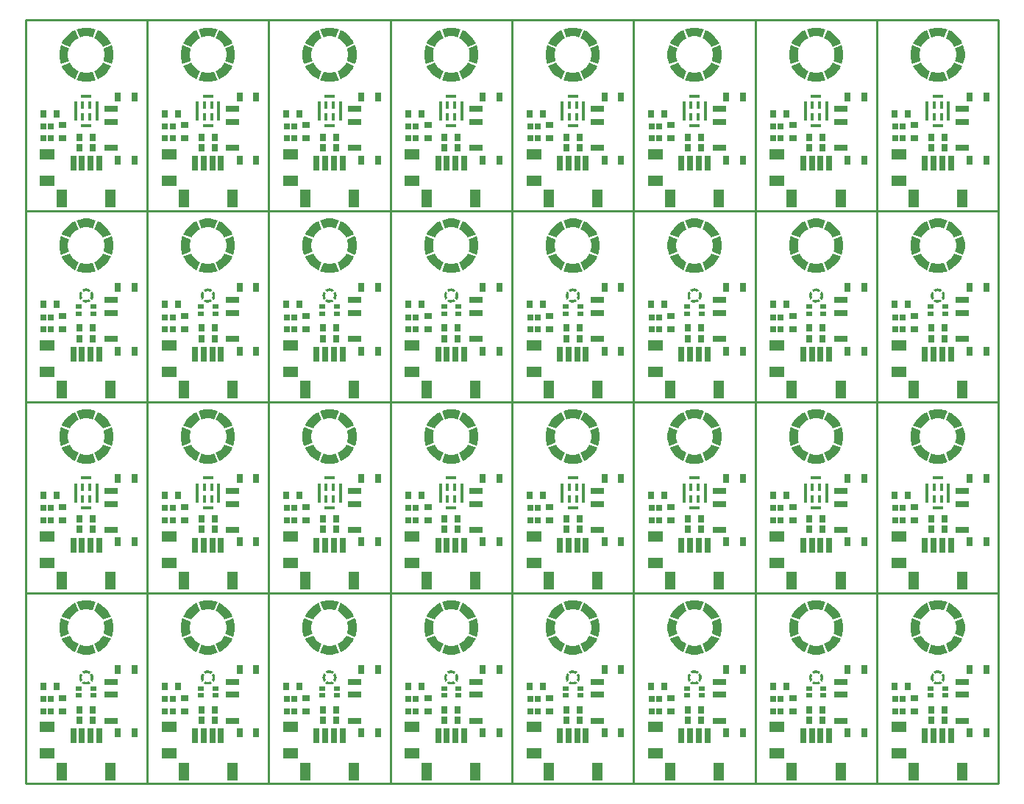
<source format=gtp>
G04*
G04 #@! TF.GenerationSoftware,Altium Limited,Altium Designer,22.2.1 (43)*
G04*
G04 Layer_Color=8421504*
%FSLAX44Y44*%
%MOMM*%
G71*
G04*
G04 #@! TF.SameCoordinates,B7F19F8C-4A71-44AC-9732-6E8CD1541173*
G04*
G04*
G04 #@! TF.FilePolarity,Positive*
G04*
G01*
G75*
%ADD11C,0.2540*%
%ADD15R,0.7250X0.5220*%
%ADD16O,0.3000X0.1000*%
%ADD17O,0.1000X0.3000*%
%ADD18R,0.8000X1.0000*%
%ADD19R,1.5000X0.7000*%
%ADD20R,0.6350X0.8890*%
%ADD21R,0.7000X0.7500*%
%ADD22R,1.3000X0.3500*%
%ADD23R,0.4000X0.9500*%
%ADD24R,0.3500X2.3000*%
%ADD25R,1.2000X2.0000*%
%ADD26R,0.7000X1.8000*%
%ADD27R,1.7780X1.1430*%
%ADD28R,0.8890X0.6350*%
G36*
X-337086Y-11708D02*
D01*
X-337086Y-11708D01*
X-337086Y-11708D01*
D02*
G37*
G36*
X-477086D02*
D01*
X-477086Y-11708D01*
X-477086Y-11708D01*
D02*
G37*
G36*
X-347215Y-8900D02*
X-341735Y-9889D01*
X-339126Y-10863D01*
X-339126Y-10863D01*
X-342957Y-20110D01*
X-344673Y-19584D01*
X-348207Y-18976D01*
X-351793Y-18976D01*
X-355328Y-19584D01*
X-357043Y-20110D01*
X-357043Y-20110D01*
X-360874Y-10863D01*
X-358265Y-9889D01*
X-352785Y-8900D01*
X-347215Y-8900D01*
D02*
G37*
G36*
X-487215D02*
X-481735Y-9889D01*
X-479126Y-10863D01*
X-479126Y-10863D01*
X-482957Y-20110D01*
X-484673Y-19584D01*
X-488207Y-18976D01*
X-491793Y-18976D01*
X-495328Y-19584D01*
X-497043Y-20110D01*
X-497043Y-20110D01*
X-500874Y-10863D01*
X-498265Y-9889D01*
X-492785Y-8900D01*
X-487215Y-8900D01*
D02*
G37*
G36*
X-378292Y-27086D02*
D01*
X-378292Y-27086D01*
X-378292Y-27086D01*
D02*
G37*
G36*
X-518292D02*
D01*
X-518292Y-27086D01*
X-518292Y-27086D01*
D02*
G37*
G36*
X-359084Y-20956D02*
Y-20956D01*
X-360669Y-21796D01*
X-363598Y-23866D01*
X-366134Y-26402D01*
X-368204Y-29331D01*
X-369044Y-30916D01*
X-378292Y-27086D01*
X-377136Y-24553D01*
X-373960Y-19978D01*
X-370022Y-16040D01*
X-365447Y-12864D01*
X-362914Y-11708D01*
X-359084Y-20956D01*
D02*
G37*
G36*
X-499084D02*
Y-20956D01*
X-500669Y-21796D01*
X-503598Y-23866D01*
X-506134Y-26402D01*
X-508204Y-29331D01*
X-509044Y-30916D01*
X-518292Y-27086D01*
X-517136Y-24553D01*
X-513960Y-19978D01*
X-510022Y-16040D01*
X-505447Y-12864D01*
X-502914Y-11708D01*
X-499084Y-20956D01*
D02*
G37*
G36*
X-334553Y-12864D02*
X-329978Y-16040D01*
X-326040Y-19978D01*
X-322864Y-24553D01*
X-321708Y-27086D01*
X-330956Y-30916D01*
X-330956Y-30916D01*
X-331796Y-29331D01*
X-333866Y-26402D01*
X-336402Y-23866D01*
X-339331Y-21796D01*
X-340916Y-20956D01*
X-337086Y-11708D01*
X-334553Y-12864D01*
D02*
G37*
G36*
X-474553D02*
X-469978Y-16040D01*
X-466040Y-19978D01*
X-462864Y-24553D01*
X-461708Y-27086D01*
X-470956Y-30916D01*
X-470956Y-30916D01*
X-471796Y-29331D01*
X-473866Y-26402D01*
X-476402Y-23866D01*
X-479331Y-21796D01*
X-480916Y-20956D01*
X-477086Y-11708D01*
X-474553Y-12864D01*
D02*
G37*
G36*
X-319889Y-31735D02*
X-318900Y-37215D01*
X-318900Y-42785D01*
X-319889Y-48265D01*
X-320863Y-50874D01*
X-320863D01*
X-320863D01*
D01*
X-330110Y-47043D01*
X-329584Y-45328D01*
X-328976Y-41793D01*
X-328976Y-38207D01*
X-329584Y-34673D01*
X-330110Y-32957D01*
X-330110Y-32957D01*
X-320863Y-29126D01*
X-319889Y-31735D01*
D02*
G37*
G36*
X-369890Y-32957D02*
X-370416Y-34672D01*
X-371024Y-38207D01*
X-371024Y-41793D01*
X-370416Y-45328D01*
X-369890Y-47043D01*
Y-47043D01*
X-379137Y-50874D01*
X-380111Y-48265D01*
X-381100Y-42785D01*
X-381100Y-37215D01*
X-380111Y-31735D01*
X-379137Y-29126D01*
Y-29126D01*
X-369890Y-32957D01*
D02*
G37*
G36*
X-459889Y-31735D02*
X-458900Y-37215D01*
X-458900Y-42785D01*
X-459889Y-48265D01*
X-460863Y-50874D01*
X-460863D01*
X-460863D01*
D01*
X-470110Y-47043D01*
X-469584Y-45328D01*
X-468976Y-41793D01*
X-468976Y-38207D01*
X-469584Y-34673D01*
X-470110Y-32957D01*
X-470110Y-32957D01*
X-460863Y-29126D01*
X-459889Y-31735D01*
D02*
G37*
G36*
X-509890Y-32957D02*
X-510416Y-34672D01*
X-511024Y-38207D01*
X-511024Y-41793D01*
X-510416Y-45328D01*
X-509890Y-47043D01*
Y-47043D01*
X-519137Y-50874D01*
X-520111Y-48265D01*
X-521100Y-42785D01*
X-521100Y-37215D01*
X-520111Y-31735D01*
X-519137Y-29126D01*
Y-29126D01*
X-509890Y-32957D01*
D02*
G37*
G36*
X-339126Y-69137D02*
X-341735Y-70111D01*
X-347215Y-71100D01*
X-352785Y-71100D01*
X-358265Y-70111D01*
X-360874Y-69137D01*
X-357043Y-59890D01*
X-355328Y-60416D01*
X-351793Y-61024D01*
X-348207Y-61024D01*
X-344673Y-60416D01*
X-342957Y-59890D01*
X-342957D01*
X-339126Y-69137D01*
D02*
G37*
G36*
X-479126D02*
X-481735Y-70111D01*
X-487215Y-71100D01*
X-492785Y-71100D01*
X-498265Y-70111D01*
X-500874Y-69137D01*
X-497043Y-59890D01*
X-495328Y-60416D01*
X-491793Y-61024D01*
X-488207Y-61024D01*
X-484673Y-60416D01*
X-482957Y-59890D01*
X-482957D01*
X-479126Y-69137D01*
D02*
G37*
G36*
X-368204Y-50669D02*
X-366134Y-53598D01*
X-363598Y-56134D01*
X-360669Y-58204D01*
X-359084Y-59044D01*
X-362914Y-68292D01*
Y-68292D01*
X-365447Y-67136D01*
X-370022Y-63960D01*
X-373960Y-60022D01*
X-377136Y-55447D01*
X-378292Y-52914D01*
X-369044Y-49084D01*
X-369044D01*
X-368204Y-50669D01*
D02*
G37*
G36*
X-508204D02*
X-506134Y-53598D01*
X-503598Y-56134D01*
X-500669Y-58204D01*
X-499084Y-59044D01*
X-502914Y-68292D01*
Y-68292D01*
X-505447Y-67136D01*
X-510022Y-63960D01*
X-513960Y-60022D01*
X-517136Y-55447D01*
X-518292Y-52914D01*
X-509044Y-49084D01*
X-509044D01*
X-508204Y-50669D01*
D02*
G37*
G36*
X-321708Y-52914D02*
X-321708D01*
X-322864Y-55447D01*
X-326040Y-60022D01*
X-329978Y-63960D01*
X-334553Y-67136D01*
X-337086Y-68292D01*
X-340916Y-59044D01*
X-340916Y-59044D01*
X-339331Y-58204D01*
X-336402Y-56134D01*
X-333866Y-53598D01*
X-331796Y-50669D01*
X-330956Y-49084D01*
X-321708Y-52914D01*
D02*
G37*
G36*
X-461708D02*
X-461708D01*
X-462864Y-55447D01*
X-466040Y-60022D01*
X-469978Y-63960D01*
X-474553Y-67136D01*
X-477086Y-68292D01*
X-480916Y-59044D01*
X-480916Y-59044D01*
X-479331Y-58204D01*
X-476402Y-56134D01*
X-473866Y-53598D01*
X-471796Y-50669D01*
X-470956Y-49084D01*
X-461708Y-52914D01*
D02*
G37*
G36*
X-337086Y-231708D02*
D01*
X-337086Y-231708D01*
X-337086Y-231708D01*
D02*
G37*
G36*
X-477086D02*
D01*
X-477086Y-231708D01*
X-477086Y-231708D01*
D02*
G37*
G36*
X-347215Y-228900D02*
X-341735Y-229889D01*
X-339126Y-230863D01*
X-339126Y-230863D01*
X-342957Y-240110D01*
X-344673Y-239584D01*
X-348207Y-238976D01*
X-351793Y-238976D01*
X-355328Y-239584D01*
X-357043Y-240110D01*
X-357043Y-240110D01*
X-360874Y-230863D01*
X-358265Y-229889D01*
X-352785Y-228900D01*
X-347215Y-228900D01*
D02*
G37*
G36*
X-487215D02*
X-481735Y-229889D01*
X-479126Y-230863D01*
X-479126Y-230863D01*
X-482957Y-240110D01*
X-484673Y-239584D01*
X-488207Y-238976D01*
X-491793Y-238976D01*
X-495328Y-239584D01*
X-497043Y-240110D01*
X-497043Y-240110D01*
X-500874Y-230863D01*
X-498265Y-229889D01*
X-492785Y-228900D01*
X-487215Y-228900D01*
D02*
G37*
G36*
X-499084Y-240956D02*
Y-240956D01*
X-500669Y-241796D01*
X-503598Y-243866D01*
X-506134Y-246402D01*
X-508204Y-249331D01*
X-509044Y-250916D01*
X-518292Y-247086D01*
D01*
X-518292Y-247086D01*
X-518292Y-247086D01*
X-517136Y-244553D01*
X-513960Y-239978D01*
X-510022Y-236040D01*
X-505447Y-232864D01*
X-502914Y-231708D01*
X-499084Y-240956D01*
D02*
G37*
G36*
X-378292Y-247086D02*
D01*
X-378292Y-247086D01*
X-378292Y-247086D01*
D02*
G37*
G36*
X-359084Y-240956D02*
Y-240956D01*
X-360669Y-241796D01*
X-363598Y-243866D01*
X-366134Y-246402D01*
X-368204Y-249331D01*
X-369044Y-250916D01*
X-378292Y-247086D01*
X-377136Y-244553D01*
X-373960Y-239978D01*
X-370022Y-236040D01*
X-365447Y-232864D01*
X-362914Y-231708D01*
X-359084Y-240956D01*
D02*
G37*
G36*
X-334553Y-232864D02*
X-329978Y-236040D01*
X-326040Y-239978D01*
X-322864Y-244553D01*
X-321708Y-247086D01*
X-330956Y-250916D01*
X-330956Y-250916D01*
X-331796Y-249331D01*
X-333866Y-246402D01*
X-336402Y-243866D01*
X-339331Y-241796D01*
X-340916Y-240956D01*
X-337086Y-231708D01*
X-334553Y-232864D01*
D02*
G37*
G36*
X-474553D02*
X-469978Y-236040D01*
X-466040Y-239978D01*
X-462864Y-244553D01*
X-461708Y-247086D01*
X-470956Y-250916D01*
X-470956Y-250916D01*
X-471796Y-249331D01*
X-473866Y-246402D01*
X-476402Y-243866D01*
X-479331Y-241796D01*
X-480916Y-240956D01*
X-477086Y-231708D01*
X-474553Y-232864D01*
D02*
G37*
G36*
X-319889Y-251735D02*
X-318900Y-257215D01*
X-318900Y-262785D01*
X-319889Y-268265D01*
X-320863Y-270874D01*
X-320863D01*
X-320863D01*
D01*
X-330110Y-267043D01*
X-329584Y-265328D01*
X-328976Y-261793D01*
X-328976Y-258207D01*
X-329584Y-254673D01*
X-330110Y-252957D01*
X-330110Y-252957D01*
X-320863Y-249126D01*
X-319889Y-251735D01*
D02*
G37*
G36*
X-369890Y-252957D02*
X-370416Y-254672D01*
X-371024Y-258207D01*
X-371024Y-261793D01*
X-370416Y-265327D01*
X-369890Y-267043D01*
Y-267043D01*
X-379137Y-270874D01*
X-380111Y-268265D01*
X-381100Y-262785D01*
X-381100Y-257215D01*
X-380111Y-251735D01*
X-379137Y-249126D01*
Y-249126D01*
X-369890Y-252957D01*
D02*
G37*
G36*
X-459889Y-251735D02*
X-458900Y-257215D01*
X-458900Y-262785D01*
X-459889Y-268265D01*
X-460863Y-270874D01*
X-460863D01*
X-460863D01*
D01*
X-470110Y-267043D01*
X-469584Y-265328D01*
X-468976Y-261793D01*
X-468976Y-258207D01*
X-469584Y-254673D01*
X-470110Y-252957D01*
X-470110Y-252957D01*
X-460863Y-249126D01*
X-459889Y-251735D01*
D02*
G37*
G36*
X-509890Y-252957D02*
X-510416Y-254672D01*
X-511024Y-258207D01*
X-511024Y-261793D01*
X-510416Y-265327D01*
X-509890Y-267043D01*
Y-267043D01*
X-519137Y-270874D01*
X-520111Y-268265D01*
X-521100Y-262785D01*
X-521100Y-257215D01*
X-520111Y-251735D01*
X-519137Y-249126D01*
Y-249126D01*
X-509890Y-252957D01*
D02*
G37*
G36*
X-339126Y-289137D02*
X-341735Y-290111D01*
X-347215Y-291100D01*
X-352785Y-291100D01*
X-358265Y-290111D01*
X-360874Y-289137D01*
X-357043Y-279890D01*
X-355328Y-280416D01*
X-351793Y-281024D01*
X-348207Y-281024D01*
X-344673Y-280416D01*
X-342957Y-279890D01*
X-342957D01*
X-339126Y-289137D01*
D02*
G37*
G36*
X-479126D02*
X-481735Y-290111D01*
X-487215Y-291100D01*
X-492785Y-291100D01*
X-498265Y-290111D01*
X-500874Y-289137D01*
X-497043Y-279890D01*
X-495328Y-280416D01*
X-491793Y-281024D01*
X-488207Y-281024D01*
X-484673Y-280416D01*
X-482957Y-279890D01*
X-482957D01*
X-479126Y-289137D01*
D02*
G37*
G36*
X-368204Y-270669D02*
X-366134Y-273598D01*
X-363598Y-276134D01*
X-360669Y-278204D01*
X-359084Y-279044D01*
X-362914Y-288292D01*
Y-288292D01*
X-365447Y-287136D01*
X-370022Y-283960D01*
X-373960Y-280022D01*
X-377136Y-275447D01*
X-378292Y-272914D01*
X-369044Y-269084D01*
X-369044D01*
X-368204Y-270669D01*
D02*
G37*
G36*
X-508204D02*
X-506134Y-273598D01*
X-503598Y-276134D01*
X-500669Y-278204D01*
X-499084Y-279044D01*
X-502914Y-288292D01*
Y-288292D01*
X-505447Y-287136D01*
X-510022Y-283960D01*
X-513960Y-280022D01*
X-517136Y-275447D01*
X-518292Y-272914D01*
X-509044Y-269084D01*
X-509044D01*
X-508204Y-270669D01*
D02*
G37*
G36*
X-321708Y-272914D02*
X-321708D01*
X-322864Y-275447D01*
X-326040Y-280022D01*
X-329978Y-283960D01*
X-334553Y-287136D01*
X-337086Y-288292D01*
X-340916Y-279044D01*
X-340916Y-279044D01*
X-339331Y-278204D01*
X-336402Y-276134D01*
X-333866Y-273598D01*
X-331796Y-270669D01*
X-330956Y-269084D01*
X-321708Y-272914D01*
D02*
G37*
G36*
X-461708D02*
X-461708D01*
X-462864Y-275447D01*
X-466040Y-280022D01*
X-469978Y-283960D01*
X-474553Y-287136D01*
X-477086Y-288292D01*
X-480916Y-279044D01*
X-480916Y-279044D01*
X-479331Y-278204D01*
X-476402Y-276134D01*
X-473866Y-273598D01*
X-471796Y-270669D01*
X-470956Y-269084D01*
X-461708Y-272914D01*
D02*
G37*
G36*
X-348600Y-309500D02*
X-347700Y-309700D01*
X-346900Y-310000D01*
X-345900Y-310500D01*
X-345000Y-311100D01*
X-346150Y-312250D01*
X-347173Y-313238D01*
X-347754Y-312885D01*
X-348800Y-312500D01*
X-350000Y-312364D01*
X-350600Y-312400D01*
X-351200Y-312500D01*
X-351750Y-312650D01*
X-352300Y-312900D01*
X-352800Y-313150D01*
X-353750Y-312200D01*
X-354898Y-311047D01*
X-354150Y-310500D01*
X-353100Y-310000D01*
X-351602Y-309538D01*
X-350000Y-309400D01*
X-348600Y-309500D01*
D02*
G37*
G36*
X-488600D02*
X-487700Y-309700D01*
X-486900Y-310000D01*
X-485900Y-310500D01*
X-485000Y-311100D01*
X-486150Y-312250D01*
X-487173Y-313238D01*
X-487754Y-312885D01*
X-488800Y-312500D01*
X-490000Y-312364D01*
X-490600Y-312400D01*
X-491200Y-312500D01*
X-491750Y-312650D01*
X-492300Y-312900D01*
X-492800Y-313150D01*
X-493750Y-312200D01*
X-494898Y-311047D01*
X-494150Y-310500D01*
X-493100Y-310000D01*
X-491602Y-309538D01*
X-490000Y-309400D01*
X-488600Y-309500D01*
D02*
G37*
G36*
X-355250Y-313650D02*
X-354262Y-314673D01*
X-354615Y-315254D01*
X-355000Y-316300D01*
X-355136Y-317500D01*
X-355100Y-318100D01*
X-355000Y-318700D01*
X-354850Y-319250D01*
X-354600Y-319800D01*
X-354350Y-320300D01*
X-355300Y-321250D01*
X-356453Y-322398D01*
X-357000Y-321650D01*
X-357500Y-320600D01*
X-357962Y-319102D01*
X-358100Y-317500D01*
X-358000Y-316100D01*
X-357800Y-315200D01*
X-357500Y-314400D01*
X-357000Y-313400D01*
X-356400Y-312500D01*
X-355250Y-313650D01*
D02*
G37*
G36*
X-495250D02*
X-494262Y-314673D01*
X-494615Y-315254D01*
X-495000Y-316300D01*
X-495136Y-317500D01*
X-495100Y-318100D01*
X-495000Y-318700D01*
X-494850Y-319250D01*
X-494600Y-319800D01*
X-494350Y-320300D01*
X-495300Y-321250D01*
X-496453Y-322398D01*
X-497000Y-321650D01*
X-497500Y-320600D01*
X-497962Y-319102D01*
X-498100Y-317500D01*
X-498000Y-316100D01*
X-497800Y-315200D01*
X-497500Y-314400D01*
X-497000Y-313400D01*
X-496400Y-312500D01*
X-495250Y-313650D01*
D02*
G37*
G36*
X-343000Y-313350D02*
X-342500Y-314400D01*
X-342038Y-315898D01*
X-341900Y-317500D01*
X-342000Y-318900D01*
X-342200Y-319800D01*
X-342500Y-320600D01*
X-343000Y-321600D01*
X-343600Y-322500D01*
X-344750Y-321350D01*
X-345738Y-320327D01*
X-345385Y-319746D01*
X-345000Y-318700D01*
X-344864Y-317500D01*
X-344900Y-316900D01*
X-345000Y-316300D01*
X-345150Y-315750D01*
X-345400Y-315200D01*
X-345650Y-314700D01*
X-344700Y-313750D01*
X-343547Y-312602D01*
X-343000Y-313350D01*
D02*
G37*
G36*
X-483000D02*
X-482500Y-314400D01*
X-482038Y-315898D01*
X-481900Y-317500D01*
X-482000Y-318900D01*
X-482200Y-319800D01*
X-482500Y-320600D01*
X-483000Y-321600D01*
X-483600Y-322500D01*
X-484750Y-321350D01*
X-485738Y-320327D01*
X-485385Y-319746D01*
X-485000Y-318700D01*
X-484864Y-317500D01*
X-484900Y-316900D01*
X-485000Y-316300D01*
X-485150Y-315750D01*
X-485400Y-315200D01*
X-485650Y-314700D01*
X-484700Y-313750D01*
X-483547Y-312602D01*
X-483000Y-313350D01*
D02*
G37*
G36*
X-352246Y-322115D02*
X-351200Y-322500D01*
X-350000Y-322636D01*
X-349400Y-322600D01*
X-348800Y-322500D01*
X-348250Y-322350D01*
X-347700Y-322100D01*
X-347200Y-321850D01*
X-346250Y-322800D01*
X-345102Y-323953D01*
X-345850Y-324500D01*
X-346900Y-325000D01*
X-348398Y-325462D01*
X-350000Y-325600D01*
X-351400Y-325500D01*
X-352300Y-325300D01*
X-353100Y-325000D01*
X-354100Y-324500D01*
X-355000Y-323900D01*
X-353850Y-322750D01*
X-352827Y-321762D01*
X-352246Y-322115D01*
D02*
G37*
G36*
X-492246D02*
X-491200Y-322500D01*
X-490000Y-322636D01*
X-489400Y-322600D01*
X-488800Y-322500D01*
X-488250Y-322350D01*
X-487700Y-322100D01*
X-487200Y-321850D01*
X-486250Y-322800D01*
X-485102Y-323953D01*
X-485850Y-324500D01*
X-486900Y-325000D01*
X-488398Y-325462D01*
X-490000Y-325600D01*
X-491400Y-325500D01*
X-492300Y-325300D01*
X-493100Y-325000D01*
X-494100Y-324500D01*
X-495000Y-323900D01*
X-493850Y-322750D01*
X-492827Y-321762D01*
X-492246Y-322115D01*
D02*
G37*
G36*
X-57086Y-11708D02*
D01*
X-57086Y-11708D01*
X-57086Y-11708D01*
D02*
G37*
G36*
X-197086D02*
D01*
X-197086Y-11708D01*
X-197086Y-11708D01*
D02*
G37*
G36*
X-67215Y-8900D02*
X-61735Y-9889D01*
X-59126Y-10863D01*
X-59126Y-10863D01*
X-62957Y-20110D01*
X-64672Y-19584D01*
X-68207Y-18976D01*
X-71793Y-18976D01*
X-75328Y-19584D01*
X-77043Y-20110D01*
X-77043Y-20110D01*
X-80874Y-10863D01*
X-78265Y-9889D01*
X-72785Y-8900D01*
X-67215Y-8900D01*
D02*
G37*
G36*
X-207215D02*
X-201735Y-9889D01*
X-199126Y-10863D01*
X-199126Y-10863D01*
X-202957Y-20110D01*
X-204673Y-19584D01*
X-208207Y-18976D01*
X-211793Y-18976D01*
X-215328Y-19584D01*
X-217043Y-20110D01*
X-217043Y-20110D01*
X-220874Y-10863D01*
X-218265Y-9889D01*
X-212785Y-8900D01*
X-207215Y-8900D01*
D02*
G37*
G36*
X-98292Y-27086D02*
D01*
X-98292Y-27086D01*
X-98292Y-27086D01*
D02*
G37*
G36*
X-238292D02*
D01*
X-238292Y-27086D01*
X-238292Y-27086D01*
D02*
G37*
G36*
X-79084Y-20956D02*
Y-20956D01*
X-80669Y-21796D01*
X-83598Y-23866D01*
X-86134Y-26402D01*
X-88204Y-29331D01*
X-89045Y-30916D01*
X-98292Y-27086D01*
X-97136Y-24553D01*
X-93960Y-19978D01*
X-90022Y-16040D01*
X-85447Y-12864D01*
X-82914Y-11708D01*
X-79084Y-20956D01*
D02*
G37*
G36*
X-219084D02*
Y-20956D01*
X-220669Y-21796D01*
X-223598Y-23866D01*
X-226134Y-26402D01*
X-228204Y-29331D01*
X-229044Y-30916D01*
X-238292Y-27086D01*
X-237136Y-24553D01*
X-233960Y-19978D01*
X-230022Y-16040D01*
X-225447Y-12864D01*
X-222914Y-11708D01*
X-219084Y-20956D01*
D02*
G37*
G36*
X-54553Y-12864D02*
X-49978Y-16040D01*
X-46040Y-19978D01*
X-42864Y-24553D01*
X-41708Y-27086D01*
X-50956Y-30916D01*
X-50956Y-30916D01*
X-51796Y-29331D01*
X-53866Y-26402D01*
X-56402Y-23866D01*
X-59331Y-21796D01*
X-60916Y-20956D01*
X-57086Y-11708D01*
X-54553Y-12864D01*
D02*
G37*
G36*
X-194553D02*
X-189978Y-16040D01*
X-186040Y-19978D01*
X-182864Y-24553D01*
X-181708Y-27086D01*
X-190956Y-30916D01*
X-190956Y-30916D01*
X-191796Y-29331D01*
X-193866Y-26402D01*
X-196402Y-23866D01*
X-199331Y-21796D01*
X-200916Y-20956D01*
X-197086Y-11708D01*
X-194553Y-12864D01*
D02*
G37*
G36*
X-39889Y-31735D02*
X-38900Y-37215D01*
X-38900Y-42785D01*
X-39889Y-48265D01*
X-40863Y-50874D01*
X-40863D01*
X-40863D01*
D01*
X-50110Y-47043D01*
X-49584Y-45328D01*
X-48976Y-41793D01*
X-48976Y-38207D01*
X-49584Y-34673D01*
X-50110Y-32957D01*
X-50110Y-32957D01*
X-40863Y-29126D01*
X-39889Y-31735D01*
D02*
G37*
G36*
X-89890Y-32957D02*
X-90416Y-34672D01*
X-91024Y-38207D01*
X-91024Y-41793D01*
X-90416Y-45328D01*
X-89890Y-47043D01*
Y-47043D01*
X-99137Y-50874D01*
X-100111Y-48265D01*
X-101100Y-42785D01*
X-101100Y-37215D01*
X-100111Y-31735D01*
X-99137Y-29126D01*
Y-29126D01*
X-89890Y-32957D01*
D02*
G37*
G36*
X-179889Y-31735D02*
X-178900Y-37215D01*
X-178900Y-42785D01*
X-179889Y-48265D01*
X-180863Y-50874D01*
X-180863D01*
X-180863D01*
D01*
X-190110Y-47043D01*
X-189584Y-45328D01*
X-188976Y-41793D01*
X-188976Y-38207D01*
X-189584Y-34673D01*
X-190110Y-32957D01*
X-190110Y-32957D01*
X-180863Y-29126D01*
X-179889Y-31735D01*
D02*
G37*
G36*
X-229890Y-32957D02*
X-230416Y-34672D01*
X-231024Y-38207D01*
X-231024Y-41793D01*
X-230416Y-45328D01*
X-229890Y-47043D01*
Y-47043D01*
X-239137Y-50874D01*
X-240111Y-48265D01*
X-241100Y-42785D01*
X-241100Y-37215D01*
X-240111Y-31735D01*
X-239137Y-29126D01*
Y-29126D01*
X-229890Y-32957D01*
D02*
G37*
G36*
X-59126Y-69137D02*
X-61735Y-70111D01*
X-67215Y-71100D01*
X-72785Y-71100D01*
X-78265Y-70111D01*
X-80874Y-69137D01*
X-77043Y-59890D01*
X-75328Y-60416D01*
X-71793Y-61024D01*
X-68207Y-61024D01*
X-64672Y-60416D01*
X-62957Y-59890D01*
X-62957D01*
X-59126Y-69137D01*
D02*
G37*
G36*
X-199126D02*
X-201735Y-70111D01*
X-207215Y-71100D01*
X-212785Y-71100D01*
X-218265Y-70111D01*
X-220874Y-69137D01*
X-217043Y-59890D01*
X-215328Y-60416D01*
X-211793Y-61024D01*
X-208207Y-61024D01*
X-204673Y-60416D01*
X-202957Y-59890D01*
X-202957D01*
X-199126Y-69137D01*
D02*
G37*
G36*
X-88204Y-50669D02*
X-86134Y-53598D01*
X-83598Y-56134D01*
X-80669Y-58204D01*
X-79084Y-59044D01*
X-82914Y-68292D01*
Y-68292D01*
X-85447Y-67136D01*
X-90022Y-63960D01*
X-93960Y-60022D01*
X-97136Y-55447D01*
X-98292Y-52914D01*
X-89045Y-49084D01*
X-89044D01*
X-88204Y-50669D01*
D02*
G37*
G36*
X-228204D02*
X-226134Y-53598D01*
X-223598Y-56134D01*
X-220669Y-58204D01*
X-219084Y-59044D01*
X-222914Y-68292D01*
Y-68292D01*
X-225447Y-67136D01*
X-230022Y-63960D01*
X-233960Y-60022D01*
X-237136Y-55447D01*
X-238292Y-52914D01*
X-229044Y-49084D01*
X-229044D01*
X-228204Y-50669D01*
D02*
G37*
G36*
X-41708Y-52914D02*
X-41708D01*
X-42864Y-55447D01*
X-46040Y-60022D01*
X-49978Y-63960D01*
X-54553Y-67136D01*
X-57086Y-68292D01*
X-60916Y-59044D01*
X-60916Y-59044D01*
X-59331Y-58204D01*
X-56402Y-56134D01*
X-53866Y-53598D01*
X-51796Y-50669D01*
X-50956Y-49084D01*
X-41708Y-52914D01*
D02*
G37*
G36*
X-181708D02*
X-181708D01*
X-182864Y-55447D01*
X-186040Y-60022D01*
X-189978Y-63960D01*
X-194553Y-67136D01*
X-197086Y-68292D01*
X-200916Y-59044D01*
X-200916Y-59044D01*
X-199331Y-58204D01*
X-196402Y-56134D01*
X-193866Y-53598D01*
X-191796Y-50669D01*
X-190956Y-49084D01*
X-181708Y-52914D01*
D02*
G37*
G36*
X-57086Y-231708D02*
D01*
X-57086Y-231708D01*
X-57086Y-231708D01*
D02*
G37*
G36*
X-197086D02*
D01*
X-197086Y-231708D01*
X-197086Y-231708D01*
D02*
G37*
G36*
X-67215Y-228900D02*
X-61735Y-229889D01*
X-59126Y-230863D01*
X-59126Y-230863D01*
X-62957Y-240110D01*
X-64672Y-239584D01*
X-68207Y-238976D01*
X-71793Y-238976D01*
X-75328Y-239584D01*
X-77043Y-240110D01*
X-77043Y-240110D01*
X-80874Y-230863D01*
X-78265Y-229889D01*
X-72785Y-228900D01*
X-67215Y-228900D01*
D02*
G37*
G36*
X-207215D02*
X-201735Y-229889D01*
X-199126Y-230863D01*
X-199126Y-230863D01*
X-202957Y-240110D01*
X-204673Y-239584D01*
X-208207Y-238976D01*
X-211793Y-238976D01*
X-215328Y-239584D01*
X-217043Y-240110D01*
X-217043Y-240110D01*
X-220874Y-230863D01*
X-218265Y-229889D01*
X-212785Y-228900D01*
X-207215Y-228900D01*
D02*
G37*
G36*
X-219084Y-240956D02*
Y-240956D01*
X-220669Y-241796D01*
X-223598Y-243866D01*
X-226134Y-246402D01*
X-228204Y-249331D01*
X-229044Y-250916D01*
X-238292Y-247086D01*
D01*
X-238292Y-247086D01*
X-238292Y-247086D01*
X-237136Y-244553D01*
X-233960Y-239978D01*
X-230022Y-236040D01*
X-225447Y-232864D01*
X-222914Y-231708D01*
X-219084Y-240956D01*
D02*
G37*
G36*
X-98292Y-247086D02*
D01*
X-98292Y-247086D01*
X-98292Y-247086D01*
D02*
G37*
G36*
X-79084Y-240956D02*
Y-240956D01*
X-80669Y-241796D01*
X-83598Y-243866D01*
X-86134Y-246402D01*
X-88204Y-249331D01*
X-89045Y-250916D01*
X-98292Y-247086D01*
X-97136Y-244553D01*
X-93960Y-239978D01*
X-90022Y-236040D01*
X-85447Y-232864D01*
X-82914Y-231708D01*
X-79084Y-240956D01*
D02*
G37*
G36*
X-54553Y-232864D02*
X-49978Y-236040D01*
X-46040Y-239978D01*
X-42864Y-244553D01*
X-41708Y-247086D01*
X-50956Y-250916D01*
X-50956Y-250916D01*
X-51796Y-249331D01*
X-53866Y-246402D01*
X-56402Y-243866D01*
X-59331Y-241796D01*
X-60916Y-240956D01*
X-57086Y-231708D01*
X-54553Y-232864D01*
D02*
G37*
G36*
X-194553D02*
X-189978Y-236040D01*
X-186040Y-239978D01*
X-182864Y-244553D01*
X-181708Y-247086D01*
X-190956Y-250916D01*
X-190956Y-250916D01*
X-191796Y-249331D01*
X-193866Y-246402D01*
X-196402Y-243866D01*
X-199331Y-241796D01*
X-200916Y-240956D01*
X-197086Y-231708D01*
X-194553Y-232864D01*
D02*
G37*
G36*
X-39889Y-251735D02*
X-38900Y-257215D01*
X-38900Y-262785D01*
X-39889Y-268265D01*
X-40863Y-270874D01*
X-40863D01*
X-40863D01*
D01*
X-50110Y-267043D01*
X-49584Y-265328D01*
X-48976Y-261793D01*
X-48976Y-258207D01*
X-49584Y-254673D01*
X-50110Y-252957D01*
X-50110Y-252957D01*
X-40863Y-249126D01*
X-39889Y-251735D01*
D02*
G37*
G36*
X-89890Y-252957D02*
X-90416Y-254672D01*
X-91024Y-258207D01*
X-91024Y-261793D01*
X-90416Y-265327D01*
X-89890Y-267043D01*
Y-267043D01*
X-99137Y-270874D01*
X-100111Y-268265D01*
X-101100Y-262785D01*
X-101100Y-257215D01*
X-100111Y-251735D01*
X-99137Y-249126D01*
Y-249126D01*
X-89890Y-252957D01*
D02*
G37*
G36*
X-179889Y-251735D02*
X-178900Y-257215D01*
X-178900Y-262785D01*
X-179889Y-268265D01*
X-180863Y-270874D01*
X-180863D01*
X-180863D01*
D01*
X-190110Y-267043D01*
X-189584Y-265328D01*
X-188976Y-261793D01*
X-188976Y-258207D01*
X-189584Y-254673D01*
X-190110Y-252957D01*
X-190110Y-252957D01*
X-180863Y-249126D01*
X-179889Y-251735D01*
D02*
G37*
G36*
X-229890Y-252957D02*
X-230416Y-254672D01*
X-231024Y-258207D01*
X-231024Y-261793D01*
X-230416Y-265327D01*
X-229890Y-267043D01*
Y-267043D01*
X-239137Y-270874D01*
X-240111Y-268265D01*
X-241100Y-262785D01*
X-241100Y-257215D01*
X-240111Y-251735D01*
X-239137Y-249126D01*
Y-249126D01*
X-229890Y-252957D01*
D02*
G37*
G36*
X-59126Y-289137D02*
X-61735Y-290111D01*
X-67215Y-291100D01*
X-72785Y-291100D01*
X-78265Y-290111D01*
X-80874Y-289137D01*
X-77043Y-279890D01*
X-75328Y-280416D01*
X-71793Y-281024D01*
X-68207Y-281024D01*
X-64672Y-280416D01*
X-62957Y-279890D01*
X-62957D01*
X-59126Y-289137D01*
D02*
G37*
G36*
X-199126D02*
X-201735Y-290111D01*
X-207215Y-291100D01*
X-212785Y-291100D01*
X-218265Y-290111D01*
X-220874Y-289137D01*
X-217043Y-279890D01*
X-215328Y-280416D01*
X-211793Y-281024D01*
X-208207Y-281024D01*
X-204673Y-280416D01*
X-202957Y-279890D01*
X-202957D01*
X-199126Y-289137D01*
D02*
G37*
G36*
X-88204Y-270669D02*
X-86134Y-273598D01*
X-83598Y-276134D01*
X-80669Y-278204D01*
X-79084Y-279044D01*
X-82914Y-288292D01*
Y-288292D01*
X-85447Y-287136D01*
X-90022Y-283960D01*
X-93960Y-280022D01*
X-97136Y-275447D01*
X-98292Y-272914D01*
X-89045Y-269084D01*
X-89044D01*
X-88204Y-270669D01*
D02*
G37*
G36*
X-228204D02*
X-226134Y-273598D01*
X-223598Y-276134D01*
X-220669Y-278204D01*
X-219084Y-279044D01*
X-222914Y-288292D01*
Y-288292D01*
X-225447Y-287136D01*
X-230022Y-283960D01*
X-233960Y-280022D01*
X-237136Y-275447D01*
X-238292Y-272914D01*
X-229044Y-269084D01*
X-229044D01*
X-228204Y-270669D01*
D02*
G37*
G36*
X-41708Y-272914D02*
X-41708D01*
X-42864Y-275447D01*
X-46040Y-280022D01*
X-49978Y-283960D01*
X-54553Y-287136D01*
X-57086Y-288292D01*
X-60916Y-279044D01*
X-60916Y-279044D01*
X-59331Y-278204D01*
X-56402Y-276134D01*
X-53866Y-273598D01*
X-51796Y-270669D01*
X-50956Y-269084D01*
X-41708Y-272914D01*
D02*
G37*
G36*
X-181708D02*
X-181708D01*
X-182864Y-275447D01*
X-186040Y-280022D01*
X-189978Y-283960D01*
X-194553Y-287136D01*
X-197086Y-288292D01*
X-200916Y-279044D01*
X-200916Y-279044D01*
X-199331Y-278204D01*
X-196402Y-276134D01*
X-193866Y-273598D01*
X-191796Y-270669D01*
X-190956Y-269084D01*
X-181708Y-272914D01*
D02*
G37*
G36*
X-68600Y-309500D02*
X-67700Y-309700D01*
X-66900Y-310000D01*
X-65900Y-310500D01*
X-65000Y-311100D01*
X-66150Y-312250D01*
X-67173Y-313238D01*
X-67754Y-312885D01*
X-68800Y-312500D01*
X-70000Y-312364D01*
X-70600Y-312400D01*
X-71200Y-312500D01*
X-71750Y-312650D01*
X-72300Y-312900D01*
X-72800Y-313150D01*
X-73750Y-312200D01*
X-74898Y-311047D01*
X-74150Y-310500D01*
X-73100Y-310000D01*
X-71602Y-309538D01*
X-70000Y-309400D01*
X-68600Y-309500D01*
D02*
G37*
G36*
X-208600D02*
X-207700Y-309700D01*
X-206900Y-310000D01*
X-205900Y-310500D01*
X-205000Y-311100D01*
X-206150Y-312250D01*
X-207173Y-313238D01*
X-207754Y-312885D01*
X-208800Y-312500D01*
X-210000Y-312364D01*
X-210600Y-312400D01*
X-211200Y-312500D01*
X-211750Y-312650D01*
X-212300Y-312900D01*
X-212800Y-313150D01*
X-213750Y-312200D01*
X-214898Y-311047D01*
X-214150Y-310500D01*
X-213100Y-310000D01*
X-211602Y-309538D01*
X-210000Y-309400D01*
X-208600Y-309500D01*
D02*
G37*
G36*
X-75250Y-313650D02*
X-74262Y-314673D01*
X-74615Y-315254D01*
X-75000Y-316300D01*
X-75136Y-317500D01*
X-75100Y-318100D01*
X-75000Y-318700D01*
X-74850Y-319250D01*
X-74600Y-319800D01*
X-74350Y-320300D01*
X-75300Y-321250D01*
X-76453Y-322398D01*
X-77000Y-321650D01*
X-77500Y-320600D01*
X-77962Y-319102D01*
X-78100Y-317500D01*
X-78000Y-316100D01*
X-77800Y-315200D01*
X-77500Y-314400D01*
X-77000Y-313400D01*
X-76400Y-312500D01*
X-75250Y-313650D01*
D02*
G37*
G36*
X-215250D02*
X-214262Y-314673D01*
X-214615Y-315254D01*
X-215000Y-316300D01*
X-215136Y-317500D01*
X-215100Y-318100D01*
X-215000Y-318700D01*
X-214850Y-319250D01*
X-214600Y-319800D01*
X-214350Y-320300D01*
X-215300Y-321250D01*
X-216453Y-322398D01*
X-217000Y-321650D01*
X-217500Y-320600D01*
X-217962Y-319102D01*
X-218100Y-317500D01*
X-218000Y-316100D01*
X-217800Y-315200D01*
X-217500Y-314400D01*
X-217000Y-313400D01*
X-216400Y-312500D01*
X-215250Y-313650D01*
D02*
G37*
G36*
X-63000Y-313350D02*
X-62500Y-314400D01*
X-62038Y-315898D01*
X-61900Y-317500D01*
X-62000Y-318900D01*
X-62200Y-319800D01*
X-62500Y-320600D01*
X-63000Y-321600D01*
X-63600Y-322500D01*
X-64750Y-321350D01*
X-65738Y-320327D01*
X-65385Y-319746D01*
X-65000Y-318700D01*
X-64864Y-317500D01*
X-64900Y-316900D01*
X-65000Y-316300D01*
X-65150Y-315750D01*
X-65400Y-315200D01*
X-65650Y-314700D01*
X-64700Y-313750D01*
X-63547Y-312602D01*
X-63000Y-313350D01*
D02*
G37*
G36*
X-203000D02*
X-202500Y-314400D01*
X-202038Y-315898D01*
X-201900Y-317500D01*
X-202000Y-318900D01*
X-202200Y-319800D01*
X-202500Y-320600D01*
X-203000Y-321600D01*
X-203600Y-322500D01*
X-204750Y-321350D01*
X-205738Y-320327D01*
X-205385Y-319746D01*
X-205000Y-318700D01*
X-204864Y-317500D01*
X-204900Y-316900D01*
X-205000Y-316300D01*
X-205150Y-315750D01*
X-205400Y-315200D01*
X-205650Y-314700D01*
X-204700Y-313750D01*
X-203547Y-312602D01*
X-203000Y-313350D01*
D02*
G37*
G36*
X-72246Y-322115D02*
X-71200Y-322500D01*
X-70000Y-322636D01*
X-69400Y-322600D01*
X-68800Y-322500D01*
X-68250Y-322350D01*
X-67700Y-322100D01*
X-67200Y-321850D01*
X-66250Y-322800D01*
X-65102Y-323953D01*
X-65850Y-324500D01*
X-66900Y-325000D01*
X-68398Y-325462D01*
X-70000Y-325600D01*
X-71400Y-325500D01*
X-72300Y-325300D01*
X-73100Y-325000D01*
X-74100Y-324500D01*
X-75000Y-323900D01*
X-73850Y-322750D01*
X-72827Y-321762D01*
X-72246Y-322115D01*
D02*
G37*
G36*
X-212246D02*
X-211200Y-322500D01*
X-210000Y-322636D01*
X-209400Y-322600D01*
X-208800Y-322500D01*
X-208250Y-322350D01*
X-207700Y-322100D01*
X-207200Y-321850D01*
X-206250Y-322800D01*
X-205102Y-323953D01*
X-205850Y-324500D01*
X-206900Y-325000D01*
X-208398Y-325462D01*
X-210000Y-325600D01*
X-211400Y-325500D01*
X-212300Y-325300D01*
X-213100Y-325000D01*
X-214100Y-324500D01*
X-215000Y-323900D01*
X-213850Y-322750D01*
X-212827Y-321762D01*
X-212246Y-322115D01*
D02*
G37*
G36*
X-337086Y428292D02*
D01*
X-337086Y428292D01*
X-337086Y428292D01*
D02*
G37*
G36*
X-477086D02*
D01*
X-477086Y428292D01*
X-477086Y428292D01*
D02*
G37*
G36*
X-347215Y431100D02*
X-341735Y430111D01*
X-339126Y429137D01*
X-339126Y429137D01*
X-342957Y419890D01*
X-344673Y420416D01*
X-348207Y421024D01*
X-351793Y421024D01*
X-355328Y420416D01*
X-357043Y419890D01*
X-357043Y419890D01*
X-360874Y429137D01*
X-358265Y430111D01*
X-352785Y431100D01*
X-347215Y431100D01*
D02*
G37*
G36*
X-487215D02*
X-481735Y430111D01*
X-479126Y429137D01*
X-479126Y429137D01*
X-482957Y419890D01*
X-484673Y420416D01*
X-488207Y421024D01*
X-491793Y421024D01*
X-495328Y420416D01*
X-497043Y419890D01*
X-497043Y419890D01*
X-500874Y429137D01*
X-498265Y430111D01*
X-492785Y431100D01*
X-487215Y431100D01*
D02*
G37*
G36*
X-378292Y412914D02*
D01*
X-378292Y412914D01*
X-378292Y412914D01*
D02*
G37*
G36*
X-518292D02*
D01*
X-518292Y412914D01*
X-518292Y412914D01*
D02*
G37*
G36*
X-359084Y419044D02*
Y419044D01*
X-360669Y418204D01*
X-363598Y416134D01*
X-366134Y413598D01*
X-368204Y410669D01*
X-369044Y409084D01*
X-378292Y412914D01*
X-377136Y415447D01*
X-373960Y420022D01*
X-370022Y423960D01*
X-365447Y427136D01*
X-362914Y428292D01*
X-359084Y419044D01*
D02*
G37*
G36*
X-499084D02*
Y419044D01*
X-500669Y418204D01*
X-503598Y416134D01*
X-506134Y413598D01*
X-508204Y410669D01*
X-509044Y409084D01*
X-518292Y412914D01*
X-517136Y415447D01*
X-513960Y420022D01*
X-510022Y423960D01*
X-505447Y427136D01*
X-502914Y428292D01*
X-499084Y419044D01*
D02*
G37*
G36*
X-334553Y427136D02*
X-329978Y423960D01*
X-326040Y420022D01*
X-322864Y415447D01*
X-321708Y412914D01*
X-330956Y409084D01*
X-330956Y409084D01*
X-331796Y410669D01*
X-333866Y413598D01*
X-336402Y416134D01*
X-339331Y418204D01*
X-340916Y419044D01*
X-337086Y428292D01*
X-334553Y427136D01*
D02*
G37*
G36*
X-474553D02*
X-469978Y423960D01*
X-466040Y420022D01*
X-462864Y415447D01*
X-461708Y412914D01*
X-470956Y409084D01*
X-470956Y409084D01*
X-471796Y410669D01*
X-473866Y413598D01*
X-476402Y416134D01*
X-479331Y418204D01*
X-480916Y419044D01*
X-477086Y428292D01*
X-474553Y427136D01*
D02*
G37*
G36*
X-319889Y408265D02*
X-318900Y402785D01*
X-318900Y397215D01*
X-319889Y391735D01*
X-320863Y389126D01*
X-320863D01*
X-320863D01*
D01*
X-330110Y392957D01*
X-329584Y394672D01*
X-328976Y398207D01*
X-328976Y401793D01*
X-329584Y405327D01*
X-330110Y407043D01*
X-330110Y407043D01*
X-320863Y410874D01*
X-319889Y408265D01*
D02*
G37*
G36*
X-369890Y407043D02*
X-370416Y405327D01*
X-371024Y401793D01*
X-371024Y398207D01*
X-370416Y394672D01*
X-369890Y392957D01*
Y392957D01*
X-379137Y389126D01*
X-380111Y391735D01*
X-381100Y397215D01*
X-381100Y402785D01*
X-380111Y408265D01*
X-379137Y410874D01*
Y410874D01*
X-369890Y407043D01*
D02*
G37*
G36*
X-459889Y408265D02*
X-458900Y402785D01*
X-458900Y397215D01*
X-459889Y391735D01*
X-460863Y389126D01*
X-460863D01*
X-460863D01*
D01*
X-470110Y392957D01*
X-469584Y394672D01*
X-468976Y398207D01*
X-468976Y401793D01*
X-469584Y405327D01*
X-470110Y407043D01*
X-470110Y407043D01*
X-460863Y410874D01*
X-459889Y408265D01*
D02*
G37*
G36*
X-509890Y407043D02*
X-510416Y405327D01*
X-511024Y401793D01*
X-511024Y398207D01*
X-510416Y394672D01*
X-509890Y392957D01*
Y392957D01*
X-519137Y389126D01*
X-520111Y391735D01*
X-521100Y397215D01*
X-521100Y402785D01*
X-520111Y408265D01*
X-519137Y410874D01*
Y410874D01*
X-509890Y407043D01*
D02*
G37*
G36*
X-339126Y370863D02*
X-341735Y369889D01*
X-347215Y368900D01*
X-352785Y368900D01*
X-358265Y369889D01*
X-360874Y370863D01*
X-357043Y380110D01*
X-355328Y379584D01*
X-351793Y378976D01*
X-348207Y378976D01*
X-344673Y379584D01*
X-342957Y380110D01*
X-342957D01*
X-339126Y370863D01*
D02*
G37*
G36*
X-479126D02*
X-481735Y369889D01*
X-487215Y368900D01*
X-492785Y368900D01*
X-498265Y369889D01*
X-500874Y370863D01*
X-497043Y380110D01*
X-495328Y379584D01*
X-491793Y378976D01*
X-488207Y378976D01*
X-484673Y379584D01*
X-482957Y380110D01*
X-482957D01*
X-479126Y370863D01*
D02*
G37*
G36*
X-368204Y389331D02*
X-366134Y386402D01*
X-363598Y383866D01*
X-360669Y381796D01*
X-359084Y380956D01*
X-362914Y371708D01*
Y371708D01*
X-365447Y372864D01*
X-370022Y376040D01*
X-373960Y379978D01*
X-377136Y384553D01*
X-378292Y387086D01*
X-369044Y390916D01*
X-369044D01*
X-368204Y389331D01*
D02*
G37*
G36*
X-508204D02*
X-506134Y386402D01*
X-503598Y383866D01*
X-500669Y381796D01*
X-499084Y380956D01*
X-502914Y371708D01*
Y371708D01*
X-505447Y372864D01*
X-510022Y376040D01*
X-513960Y379978D01*
X-517136Y384553D01*
X-518292Y387086D01*
X-509044Y390916D01*
X-509044D01*
X-508204Y389331D01*
D02*
G37*
G36*
X-321708Y387086D02*
X-321708D01*
X-322864Y384553D01*
X-326040Y379978D01*
X-329978Y376040D01*
X-334553Y372864D01*
X-337086Y371708D01*
X-340916Y380956D01*
X-340916Y380956D01*
X-339331Y381796D01*
X-336402Y383866D01*
X-333866Y386402D01*
X-331796Y389331D01*
X-330956Y390916D01*
X-321708Y387086D01*
D02*
G37*
G36*
X-461708D02*
X-461708D01*
X-462864Y384553D01*
X-466040Y379978D01*
X-469978Y376040D01*
X-474553Y372864D01*
X-477086Y371708D01*
X-480916Y380956D01*
X-480916Y380956D01*
X-479331Y381796D01*
X-476402Y383866D01*
X-473866Y386402D01*
X-471796Y389331D01*
X-470956Y390916D01*
X-461708Y387086D01*
D02*
G37*
G36*
X-337086Y208292D02*
D01*
X-337086Y208292D01*
X-337086Y208292D01*
D02*
G37*
G36*
X-477086D02*
D01*
X-477086Y208292D01*
X-477086Y208292D01*
D02*
G37*
G36*
X-347215Y211100D02*
X-341735Y210111D01*
X-339126Y209137D01*
X-339126Y209137D01*
X-342957Y199890D01*
X-344673Y200416D01*
X-348207Y201024D01*
X-351793Y201024D01*
X-355328Y200416D01*
X-357043Y199890D01*
X-357043Y199890D01*
X-360874Y209137D01*
X-358265Y210111D01*
X-352785Y211100D01*
X-347215Y211100D01*
D02*
G37*
G36*
X-487215D02*
X-481735Y210111D01*
X-479126Y209137D01*
X-479126Y209137D01*
X-482957Y199890D01*
X-484673Y200416D01*
X-488207Y201024D01*
X-491793Y201024D01*
X-495328Y200416D01*
X-497043Y199890D01*
X-497043Y199890D01*
X-500874Y209137D01*
X-498265Y210111D01*
X-492785Y211100D01*
X-487215Y211100D01*
D02*
G37*
G36*
X-378292Y192914D02*
D01*
X-378292Y192914D01*
X-378292Y192914D01*
D02*
G37*
G36*
X-518292D02*
D01*
X-518292Y192914D01*
X-518292Y192914D01*
D02*
G37*
G36*
X-359084Y199044D02*
Y199044D01*
X-360669Y198204D01*
X-363598Y196134D01*
X-366134Y193598D01*
X-368204Y190669D01*
X-369044Y189084D01*
X-378292Y192914D01*
X-377136Y195447D01*
X-373960Y200022D01*
X-370022Y203960D01*
X-365447Y207136D01*
X-362914Y208292D01*
X-359084Y199044D01*
D02*
G37*
G36*
X-499084D02*
Y199044D01*
X-500669Y198204D01*
X-503598Y196134D01*
X-506134Y193598D01*
X-508204Y190669D01*
X-509044Y189084D01*
X-518292Y192914D01*
X-517136Y195447D01*
X-513960Y200022D01*
X-510022Y203960D01*
X-505447Y207136D01*
X-502914Y208292D01*
X-499084Y199044D01*
D02*
G37*
G36*
X-334553Y207136D02*
X-329978Y203960D01*
X-326040Y200022D01*
X-322864Y195447D01*
X-321708Y192914D01*
X-330956Y189084D01*
X-330956Y189084D01*
X-331796Y190669D01*
X-333866Y193598D01*
X-336402Y196134D01*
X-339331Y198204D01*
X-340916Y199044D01*
X-337086Y208292D01*
X-334553Y207136D01*
D02*
G37*
G36*
X-474553D02*
X-469978Y203960D01*
X-466040Y200022D01*
X-462864Y195447D01*
X-461708Y192914D01*
X-470956Y189084D01*
X-470956Y189084D01*
X-471796Y190669D01*
X-473866Y193598D01*
X-476402Y196134D01*
X-479331Y198204D01*
X-480916Y199044D01*
X-477086Y208292D01*
X-474553Y207136D01*
D02*
G37*
G36*
X-319889Y188265D02*
X-318900Y182785D01*
X-318900Y177215D01*
X-319889Y171735D01*
X-320863Y169126D01*
X-320863D01*
X-320863D01*
D01*
X-330110Y172957D01*
X-329584Y174672D01*
X-328976Y178207D01*
X-328976Y181793D01*
X-329584Y185327D01*
X-330110Y187043D01*
X-330110Y187043D01*
X-320863Y190874D01*
X-319889Y188265D01*
D02*
G37*
G36*
X-369890Y187043D02*
X-370416Y185327D01*
X-371024Y181793D01*
X-371024Y178207D01*
X-370416Y174672D01*
X-369890Y172957D01*
Y172957D01*
X-379137Y169126D01*
X-380111Y171735D01*
X-381100Y177215D01*
X-381100Y182785D01*
X-380111Y188265D01*
X-379137Y190874D01*
Y190874D01*
X-369890Y187043D01*
D02*
G37*
G36*
X-459889Y188265D02*
X-458900Y182785D01*
X-458900Y177215D01*
X-459889Y171735D01*
X-460863Y169126D01*
X-460863D01*
X-460863D01*
D01*
X-470110Y172957D01*
X-469584Y174672D01*
X-468976Y178207D01*
X-468976Y181793D01*
X-469584Y185327D01*
X-470110Y187043D01*
X-470110Y187043D01*
X-460863Y190874D01*
X-459889Y188265D01*
D02*
G37*
G36*
X-509890Y187043D02*
X-510416Y185327D01*
X-511024Y181793D01*
X-511024Y178207D01*
X-510416Y174672D01*
X-509890Y172957D01*
Y172957D01*
X-519137Y169126D01*
X-520111Y171735D01*
X-521100Y177215D01*
X-521100Y182785D01*
X-520111Y188265D01*
X-519137Y190874D01*
Y190874D01*
X-509890Y187043D01*
D02*
G37*
G36*
X-339126Y150863D02*
X-341735Y149889D01*
X-347215Y148900D01*
X-352785Y148900D01*
X-358265Y149889D01*
X-360874Y150863D01*
X-357043Y160110D01*
X-355328Y159584D01*
X-351793Y158976D01*
X-348207Y158976D01*
X-344673Y159584D01*
X-342957Y160110D01*
X-342957D01*
X-339126Y150863D01*
D02*
G37*
G36*
X-479126D02*
X-481735Y149889D01*
X-487215Y148900D01*
X-492785Y148900D01*
X-498265Y149889D01*
X-500874Y150863D01*
X-497043Y160110D01*
X-495328Y159584D01*
X-491793Y158976D01*
X-488207Y158976D01*
X-484673Y159584D01*
X-482957Y160110D01*
X-482957D01*
X-479126Y150863D01*
D02*
G37*
G36*
X-368204Y169331D02*
X-366134Y166402D01*
X-363598Y163866D01*
X-360669Y161796D01*
X-359084Y160956D01*
X-362914Y151708D01*
Y151708D01*
X-365447Y152864D01*
X-370022Y156040D01*
X-373960Y159978D01*
X-377136Y164553D01*
X-378292Y167086D01*
X-369044Y170916D01*
X-369044D01*
X-368204Y169331D01*
D02*
G37*
G36*
X-508204D02*
X-506134Y166402D01*
X-503598Y163866D01*
X-500669Y161796D01*
X-499084Y160956D01*
X-502914Y151708D01*
Y151708D01*
X-505447Y152864D01*
X-510022Y156040D01*
X-513960Y159978D01*
X-517136Y164553D01*
X-518292Y167086D01*
X-509044Y170916D01*
X-509044D01*
X-508204Y169331D01*
D02*
G37*
G36*
X-321708Y167086D02*
X-321708D01*
X-322864Y164553D01*
X-326040Y159978D01*
X-329978Y156040D01*
X-334553Y152864D01*
X-337086Y151708D01*
X-340916Y160956D01*
X-340916Y160956D01*
X-339331Y161796D01*
X-336402Y163866D01*
X-333866Y166402D01*
X-331796Y169331D01*
X-330956Y170916D01*
X-321708Y167086D01*
D02*
G37*
G36*
X-461708D02*
X-461708D01*
X-462864Y164553D01*
X-466040Y159978D01*
X-469978Y156040D01*
X-474553Y152864D01*
X-477086Y151708D01*
X-480916Y160956D01*
X-480916Y160956D01*
X-479331Y161796D01*
X-476402Y163866D01*
X-473866Y166402D01*
X-471796Y169331D01*
X-470956Y170916D01*
X-461708Y167086D01*
D02*
G37*
G36*
X-348600Y130500D02*
X-347700Y130300D01*
X-346900Y130000D01*
X-345900Y129500D01*
X-345000Y128900D01*
X-346150Y127750D01*
X-347173Y126762D01*
X-347754Y127115D01*
X-348800Y127500D01*
X-350000Y127636D01*
X-350600Y127600D01*
X-351200Y127500D01*
X-351750Y127350D01*
X-352300Y127100D01*
X-352800Y126850D01*
X-353750Y127800D01*
X-354898Y128953D01*
X-354150Y129500D01*
X-353100Y130000D01*
X-351602Y130462D01*
X-350000Y130600D01*
X-348600Y130500D01*
D02*
G37*
G36*
X-488600D02*
X-487700Y130300D01*
X-486900Y130000D01*
X-485900Y129500D01*
X-485000Y128900D01*
X-486150Y127750D01*
X-487173Y126762D01*
X-487754Y127115D01*
X-488800Y127500D01*
X-490000Y127636D01*
X-490600Y127600D01*
X-491200Y127500D01*
X-491750Y127350D01*
X-492300Y127100D01*
X-492800Y126850D01*
X-493750Y127800D01*
X-494898Y128953D01*
X-494150Y129500D01*
X-493100Y130000D01*
X-491602Y130462D01*
X-490000Y130600D01*
X-488600Y130500D01*
D02*
G37*
G36*
X-355250Y126350D02*
X-354262Y125327D01*
X-354615Y124746D01*
X-355000Y123700D01*
X-355136Y122500D01*
X-355100Y121900D01*
X-355000Y121300D01*
X-354850Y120750D01*
X-354600Y120200D01*
X-354350Y119700D01*
X-355300Y118750D01*
X-356453Y117602D01*
X-357000Y118350D01*
X-357500Y119400D01*
X-357962Y120898D01*
X-358100Y122500D01*
X-358000Y123900D01*
X-357800Y124800D01*
X-357500Y125600D01*
X-357000Y126600D01*
X-356400Y127500D01*
X-355250Y126350D01*
D02*
G37*
G36*
X-495250D02*
X-494262Y125327D01*
X-494615Y124746D01*
X-495000Y123700D01*
X-495136Y122500D01*
X-495100Y121900D01*
X-495000Y121300D01*
X-494850Y120750D01*
X-494600Y120200D01*
X-494350Y119700D01*
X-495300Y118750D01*
X-496453Y117602D01*
X-497000Y118350D01*
X-497500Y119400D01*
X-497962Y120898D01*
X-498100Y122500D01*
X-498000Y123900D01*
X-497800Y124800D01*
X-497500Y125600D01*
X-497000Y126600D01*
X-496400Y127500D01*
X-495250Y126350D01*
D02*
G37*
G36*
X-343000Y126650D02*
X-342500Y125600D01*
X-342038Y124102D01*
X-341900Y122500D01*
X-342000Y121100D01*
X-342200Y120200D01*
X-342500Y119400D01*
X-343000Y118400D01*
X-343600Y117500D01*
X-344750Y118650D01*
X-345738Y119673D01*
X-345385Y120254D01*
X-345000Y121300D01*
X-344864Y122500D01*
X-344900Y123100D01*
X-345000Y123700D01*
X-345150Y124250D01*
X-345400Y124800D01*
X-345650Y125300D01*
X-344700Y126250D01*
X-343547Y127398D01*
X-343000Y126650D01*
D02*
G37*
G36*
X-483000D02*
X-482500Y125600D01*
X-482038Y124102D01*
X-481900Y122500D01*
X-482000Y121100D01*
X-482200Y120200D01*
X-482500Y119400D01*
X-483000Y118400D01*
X-483600Y117500D01*
X-484750Y118650D01*
X-485738Y119673D01*
X-485385Y120254D01*
X-485000Y121300D01*
X-484864Y122500D01*
X-484900Y123100D01*
X-485000Y123700D01*
X-485150Y124250D01*
X-485400Y124800D01*
X-485650Y125300D01*
X-484700Y126250D01*
X-483547Y127398D01*
X-483000Y126650D01*
D02*
G37*
G36*
X-352246Y117885D02*
X-351200Y117500D01*
X-350000Y117364D01*
X-349400Y117400D01*
X-348800Y117500D01*
X-348250Y117650D01*
X-347700Y117900D01*
X-347200Y118150D01*
X-346250Y117200D01*
X-345102Y116047D01*
X-345850Y115500D01*
X-346900Y115000D01*
X-348398Y114538D01*
X-350000Y114400D01*
X-351400Y114500D01*
X-352300Y114700D01*
X-353100Y115000D01*
X-354100Y115500D01*
X-355000Y116100D01*
X-353850Y117250D01*
X-352827Y118238D01*
X-352246Y117885D01*
D02*
G37*
G36*
X-492246D02*
X-491200Y117500D01*
X-490000Y117364D01*
X-489400Y117400D01*
X-488800Y117500D01*
X-488250Y117650D01*
X-487700Y117900D01*
X-487200Y118150D01*
X-486250Y117200D01*
X-485102Y116047D01*
X-485850Y115500D01*
X-486900Y115000D01*
X-488398Y114538D01*
X-490000Y114400D01*
X-491400Y114500D01*
X-492300Y114700D01*
X-493100Y115000D01*
X-494100Y115500D01*
X-495000Y116100D01*
X-493850Y117250D01*
X-492827Y118238D01*
X-492246Y117885D01*
D02*
G37*
G36*
X-57086Y428292D02*
D01*
X-57086Y428292D01*
X-57086Y428292D01*
D02*
G37*
G36*
X-197086D02*
D01*
X-197086Y428292D01*
X-197086Y428292D01*
D02*
G37*
G36*
X-67215Y431100D02*
X-61735Y430111D01*
X-59126Y429137D01*
X-59126Y429137D01*
X-62957Y419890D01*
X-64672Y420416D01*
X-68207Y421024D01*
X-71793Y421024D01*
X-75328Y420416D01*
X-77043Y419890D01*
X-77043Y419890D01*
X-80874Y429137D01*
X-78265Y430111D01*
X-72785Y431100D01*
X-67215Y431100D01*
D02*
G37*
G36*
X-207215D02*
X-201735Y430111D01*
X-199126Y429137D01*
X-199126Y429137D01*
X-202957Y419890D01*
X-204673Y420416D01*
X-208207Y421024D01*
X-211793Y421024D01*
X-215328Y420416D01*
X-217043Y419890D01*
X-217043Y419890D01*
X-220874Y429137D01*
X-218265Y430111D01*
X-212785Y431100D01*
X-207215Y431100D01*
D02*
G37*
G36*
X-98292Y412914D02*
D01*
X-98292Y412914D01*
X-98292Y412914D01*
D02*
G37*
G36*
X-238292D02*
D01*
X-238292Y412914D01*
X-238292Y412914D01*
D02*
G37*
G36*
X-79084Y419044D02*
Y419044D01*
X-80669Y418204D01*
X-83598Y416134D01*
X-86134Y413598D01*
X-88204Y410669D01*
X-89045Y409084D01*
X-98292Y412914D01*
X-97136Y415447D01*
X-93960Y420022D01*
X-90022Y423960D01*
X-85447Y427136D01*
X-82914Y428292D01*
X-79084Y419044D01*
D02*
G37*
G36*
X-219084D02*
Y419044D01*
X-220669Y418204D01*
X-223598Y416134D01*
X-226134Y413598D01*
X-228204Y410669D01*
X-229044Y409084D01*
X-238292Y412914D01*
X-237136Y415447D01*
X-233960Y420022D01*
X-230022Y423960D01*
X-225447Y427136D01*
X-222914Y428292D01*
X-219084Y419044D01*
D02*
G37*
G36*
X-54553Y427136D02*
X-49978Y423960D01*
X-46040Y420022D01*
X-42864Y415447D01*
X-41708Y412914D01*
X-50956Y409084D01*
X-50956Y409084D01*
X-51796Y410669D01*
X-53866Y413598D01*
X-56402Y416134D01*
X-59331Y418204D01*
X-60916Y419044D01*
X-57086Y428292D01*
X-54553Y427136D01*
D02*
G37*
G36*
X-194553D02*
X-189978Y423960D01*
X-186040Y420022D01*
X-182864Y415447D01*
X-181708Y412914D01*
X-190956Y409084D01*
X-190956Y409084D01*
X-191796Y410669D01*
X-193866Y413598D01*
X-196402Y416134D01*
X-199331Y418204D01*
X-200916Y419044D01*
X-197086Y428292D01*
X-194553Y427136D01*
D02*
G37*
G36*
X-39889Y408265D02*
X-38900Y402785D01*
X-38900Y397215D01*
X-39889Y391735D01*
X-40863Y389126D01*
X-40863D01*
X-40863D01*
D01*
X-50110Y392957D01*
X-49584Y394672D01*
X-48976Y398207D01*
X-48976Y401793D01*
X-49584Y405327D01*
X-50110Y407043D01*
X-50110Y407043D01*
X-40863Y410874D01*
X-39889Y408265D01*
D02*
G37*
G36*
X-89890Y407043D02*
X-90416Y405327D01*
X-91024Y401793D01*
X-91024Y398207D01*
X-90416Y394672D01*
X-89890Y392957D01*
Y392957D01*
X-99137Y389126D01*
X-100111Y391735D01*
X-101100Y397215D01*
X-101100Y402785D01*
X-100111Y408265D01*
X-99137Y410874D01*
Y410874D01*
X-89890Y407043D01*
D02*
G37*
G36*
X-179889Y408265D02*
X-178900Y402785D01*
X-178900Y397215D01*
X-179889Y391735D01*
X-180863Y389126D01*
X-180863D01*
X-180863D01*
D01*
X-190110Y392957D01*
X-189584Y394672D01*
X-188976Y398207D01*
X-188976Y401793D01*
X-189584Y405327D01*
X-190110Y407043D01*
X-190110Y407043D01*
X-180863Y410874D01*
X-179889Y408265D01*
D02*
G37*
G36*
X-229890Y407043D02*
X-230416Y405327D01*
X-231024Y401793D01*
X-231024Y398207D01*
X-230416Y394672D01*
X-229890Y392957D01*
Y392957D01*
X-239137Y389126D01*
X-240111Y391735D01*
X-241100Y397215D01*
X-241100Y402785D01*
X-240111Y408265D01*
X-239137Y410874D01*
Y410874D01*
X-229890Y407043D01*
D02*
G37*
G36*
X-59126Y370863D02*
X-61735Y369889D01*
X-67215Y368900D01*
X-72785Y368900D01*
X-78265Y369889D01*
X-80874Y370863D01*
X-77043Y380110D01*
X-75328Y379584D01*
X-71793Y378976D01*
X-68207Y378976D01*
X-64672Y379584D01*
X-62957Y380110D01*
X-62957D01*
X-59126Y370863D01*
D02*
G37*
G36*
X-199126D02*
X-201735Y369889D01*
X-207215Y368900D01*
X-212785Y368900D01*
X-218265Y369889D01*
X-220874Y370863D01*
X-217043Y380110D01*
X-215328Y379584D01*
X-211793Y378976D01*
X-208207Y378976D01*
X-204673Y379584D01*
X-202957Y380110D01*
X-202957D01*
X-199126Y370863D01*
D02*
G37*
G36*
X-88204Y389331D02*
X-86134Y386402D01*
X-83598Y383866D01*
X-80669Y381796D01*
X-79084Y380956D01*
X-82914Y371708D01*
Y371708D01*
X-85447Y372864D01*
X-90022Y376040D01*
X-93960Y379978D01*
X-97136Y384553D01*
X-98292Y387086D01*
X-89045Y390916D01*
X-89044D01*
X-88204Y389331D01*
D02*
G37*
G36*
X-228204D02*
X-226134Y386402D01*
X-223598Y383866D01*
X-220669Y381796D01*
X-219084Y380956D01*
X-222914Y371708D01*
Y371708D01*
X-225447Y372864D01*
X-230022Y376040D01*
X-233960Y379978D01*
X-237136Y384553D01*
X-238292Y387086D01*
X-229044Y390916D01*
X-229044D01*
X-228204Y389331D01*
D02*
G37*
G36*
X-41708Y387086D02*
X-41708D01*
X-42864Y384553D01*
X-46040Y379978D01*
X-49978Y376040D01*
X-54553Y372864D01*
X-57086Y371708D01*
X-60916Y380956D01*
X-60916Y380956D01*
X-59331Y381796D01*
X-56402Y383866D01*
X-53866Y386402D01*
X-51796Y389331D01*
X-50956Y390916D01*
X-41708Y387086D01*
D02*
G37*
G36*
X-181708D02*
X-181708D01*
X-182864Y384553D01*
X-186040Y379978D01*
X-189978Y376040D01*
X-194553Y372864D01*
X-197086Y371708D01*
X-200916Y380956D01*
X-200916Y380956D01*
X-199331Y381796D01*
X-196402Y383866D01*
X-193866Y386402D01*
X-191796Y389331D01*
X-190956Y390916D01*
X-181708Y387086D01*
D02*
G37*
G36*
X-57086Y208292D02*
D01*
X-57086Y208292D01*
X-57086Y208292D01*
D02*
G37*
G36*
X-197086D02*
D01*
X-197086Y208292D01*
X-197086Y208292D01*
D02*
G37*
G36*
X-67215Y211100D02*
X-61735Y210111D01*
X-59126Y209137D01*
X-59126Y209137D01*
X-62957Y199890D01*
X-64672Y200416D01*
X-68207Y201024D01*
X-71793Y201024D01*
X-75328Y200416D01*
X-77043Y199890D01*
X-77043Y199890D01*
X-80874Y209137D01*
X-78265Y210111D01*
X-72785Y211100D01*
X-67215Y211100D01*
D02*
G37*
G36*
X-207215D02*
X-201735Y210111D01*
X-199126Y209137D01*
X-199126Y209137D01*
X-202957Y199890D01*
X-204673Y200416D01*
X-208207Y201024D01*
X-211793Y201024D01*
X-215328Y200416D01*
X-217043Y199890D01*
X-217043Y199890D01*
X-220874Y209137D01*
X-218265Y210111D01*
X-212785Y211100D01*
X-207215Y211100D01*
D02*
G37*
G36*
X-98292Y192914D02*
D01*
X-98292Y192914D01*
X-98292Y192914D01*
D02*
G37*
G36*
X-238292D02*
D01*
X-238292Y192914D01*
X-238292Y192914D01*
D02*
G37*
G36*
X-79084Y199044D02*
Y199044D01*
X-80669Y198204D01*
X-83598Y196134D01*
X-86134Y193598D01*
X-88204Y190669D01*
X-89045Y189084D01*
X-98292Y192914D01*
X-97136Y195447D01*
X-93960Y200022D01*
X-90022Y203960D01*
X-85447Y207136D01*
X-82914Y208292D01*
X-79084Y199044D01*
D02*
G37*
G36*
X-219084D02*
Y199044D01*
X-220669Y198204D01*
X-223598Y196134D01*
X-226134Y193598D01*
X-228204Y190669D01*
X-229044Y189084D01*
X-238292Y192914D01*
X-237136Y195447D01*
X-233960Y200022D01*
X-230022Y203960D01*
X-225447Y207136D01*
X-222914Y208292D01*
X-219084Y199044D01*
D02*
G37*
G36*
X-54553Y207136D02*
X-49978Y203960D01*
X-46040Y200022D01*
X-42864Y195447D01*
X-41708Y192914D01*
X-50956Y189084D01*
X-50956Y189084D01*
X-51796Y190669D01*
X-53866Y193598D01*
X-56402Y196134D01*
X-59331Y198204D01*
X-60916Y199044D01*
X-57086Y208292D01*
X-54553Y207136D01*
D02*
G37*
G36*
X-194553D02*
X-189978Y203960D01*
X-186040Y200022D01*
X-182864Y195447D01*
X-181708Y192914D01*
X-190956Y189084D01*
X-190956Y189084D01*
X-191796Y190669D01*
X-193866Y193598D01*
X-196402Y196134D01*
X-199331Y198204D01*
X-200916Y199044D01*
X-197086Y208292D01*
X-194553Y207136D01*
D02*
G37*
G36*
X-39889Y188265D02*
X-38900Y182785D01*
X-38900Y177215D01*
X-39889Y171735D01*
X-40863Y169126D01*
X-40863D01*
X-40863D01*
D01*
X-50110Y172957D01*
X-49584Y174672D01*
X-48976Y178207D01*
X-48976Y181793D01*
X-49584Y185327D01*
X-50110Y187043D01*
X-50110Y187043D01*
X-40863Y190874D01*
X-39889Y188265D01*
D02*
G37*
G36*
X-89890Y187043D02*
X-90416Y185327D01*
X-91024Y181793D01*
X-91024Y178207D01*
X-90416Y174672D01*
X-89890Y172957D01*
Y172957D01*
X-99137Y169126D01*
X-100111Y171735D01*
X-101100Y177215D01*
X-101100Y182785D01*
X-100111Y188265D01*
X-99137Y190874D01*
Y190874D01*
X-89890Y187043D01*
D02*
G37*
G36*
X-179889Y188265D02*
X-178900Y182785D01*
X-178900Y177215D01*
X-179889Y171735D01*
X-180863Y169126D01*
X-180863D01*
X-180863D01*
D01*
X-190110Y172957D01*
X-189584Y174672D01*
X-188976Y178207D01*
X-188976Y181793D01*
X-189584Y185327D01*
X-190110Y187043D01*
X-190110Y187043D01*
X-180863Y190874D01*
X-179889Y188265D01*
D02*
G37*
G36*
X-229890Y187043D02*
X-230416Y185327D01*
X-231024Y181793D01*
X-231024Y178207D01*
X-230416Y174672D01*
X-229890Y172957D01*
Y172957D01*
X-239137Y169126D01*
X-240111Y171735D01*
X-241100Y177215D01*
X-241100Y182785D01*
X-240111Y188265D01*
X-239137Y190874D01*
Y190874D01*
X-229890Y187043D01*
D02*
G37*
G36*
X-59126Y150863D02*
X-61735Y149889D01*
X-67215Y148900D01*
X-72785Y148900D01*
X-78265Y149889D01*
X-80874Y150863D01*
X-77043Y160110D01*
X-75328Y159584D01*
X-71793Y158976D01*
X-68207Y158976D01*
X-64672Y159584D01*
X-62957Y160110D01*
X-62957D01*
X-59126Y150863D01*
D02*
G37*
G36*
X-199126D02*
X-201735Y149889D01*
X-207215Y148900D01*
X-212785Y148900D01*
X-218265Y149889D01*
X-220874Y150863D01*
X-217043Y160110D01*
X-215328Y159584D01*
X-211793Y158976D01*
X-208207Y158976D01*
X-204673Y159584D01*
X-202957Y160110D01*
X-202957D01*
X-199126Y150863D01*
D02*
G37*
G36*
X-88204Y169331D02*
X-86134Y166402D01*
X-83598Y163866D01*
X-80669Y161796D01*
X-79084Y160956D01*
X-82914Y151708D01*
Y151708D01*
X-85447Y152864D01*
X-90022Y156040D01*
X-93960Y159978D01*
X-97136Y164553D01*
X-98292Y167086D01*
X-89045Y170916D01*
X-89044D01*
X-88204Y169331D01*
D02*
G37*
G36*
X-228204D02*
X-226134Y166402D01*
X-223598Y163866D01*
X-220669Y161796D01*
X-219084Y160956D01*
X-222914Y151708D01*
Y151708D01*
X-225447Y152864D01*
X-230022Y156040D01*
X-233960Y159978D01*
X-237136Y164553D01*
X-238292Y167086D01*
X-229044Y170916D01*
X-229044D01*
X-228204Y169331D01*
D02*
G37*
G36*
X-41708Y167086D02*
X-41708D01*
X-42864Y164553D01*
X-46040Y159978D01*
X-49978Y156040D01*
X-54553Y152864D01*
X-57086Y151708D01*
X-60916Y160956D01*
X-60916Y160956D01*
X-59331Y161796D01*
X-56402Y163866D01*
X-53866Y166402D01*
X-51796Y169331D01*
X-50956Y170916D01*
X-41708Y167086D01*
D02*
G37*
G36*
X-181708D02*
X-181708D01*
X-182864Y164553D01*
X-186040Y159978D01*
X-189978Y156040D01*
X-194553Y152864D01*
X-197086Y151708D01*
X-200916Y160956D01*
X-200916Y160956D01*
X-199331Y161796D01*
X-196402Y163866D01*
X-193866Y166402D01*
X-191796Y169331D01*
X-190956Y170916D01*
X-181708Y167086D01*
D02*
G37*
G36*
X-68600Y130500D02*
X-67700Y130300D01*
X-66900Y130000D01*
X-65900Y129500D01*
X-65000Y128900D01*
X-66150Y127750D01*
X-67173Y126762D01*
X-67754Y127115D01*
X-68800Y127500D01*
X-70000Y127636D01*
X-70600Y127600D01*
X-71200Y127500D01*
X-71750Y127350D01*
X-72300Y127100D01*
X-72800Y126850D01*
X-73750Y127800D01*
X-74898Y128953D01*
X-74150Y129500D01*
X-73100Y130000D01*
X-71602Y130462D01*
X-70000Y130600D01*
X-68600Y130500D01*
D02*
G37*
G36*
X-208600D02*
X-207700Y130300D01*
X-206900Y130000D01*
X-205900Y129500D01*
X-205000Y128900D01*
X-206150Y127750D01*
X-207173Y126762D01*
X-207754Y127115D01*
X-208800Y127500D01*
X-210000Y127636D01*
X-210600Y127600D01*
X-211200Y127500D01*
X-211750Y127350D01*
X-212300Y127100D01*
X-212800Y126850D01*
X-213750Y127800D01*
X-214898Y128953D01*
X-214150Y129500D01*
X-213100Y130000D01*
X-211602Y130462D01*
X-210000Y130600D01*
X-208600Y130500D01*
D02*
G37*
G36*
X-75250Y126350D02*
X-74262Y125327D01*
X-74615Y124746D01*
X-75000Y123700D01*
X-75136Y122500D01*
X-75100Y121900D01*
X-75000Y121300D01*
X-74850Y120750D01*
X-74600Y120200D01*
X-74350Y119700D01*
X-75300Y118750D01*
X-76453Y117602D01*
X-77000Y118350D01*
X-77500Y119400D01*
X-77962Y120898D01*
X-78100Y122500D01*
X-78000Y123900D01*
X-77800Y124800D01*
X-77500Y125600D01*
X-77000Y126600D01*
X-76400Y127500D01*
X-75250Y126350D01*
D02*
G37*
G36*
X-215250D02*
X-214262Y125327D01*
X-214615Y124746D01*
X-215000Y123700D01*
X-215136Y122500D01*
X-215100Y121900D01*
X-215000Y121300D01*
X-214850Y120750D01*
X-214600Y120200D01*
X-214350Y119700D01*
X-215300Y118750D01*
X-216453Y117602D01*
X-217000Y118350D01*
X-217500Y119400D01*
X-217962Y120898D01*
X-218100Y122500D01*
X-218000Y123900D01*
X-217800Y124800D01*
X-217500Y125600D01*
X-217000Y126600D01*
X-216400Y127500D01*
X-215250Y126350D01*
D02*
G37*
G36*
X-63000Y126650D02*
X-62500Y125600D01*
X-62038Y124102D01*
X-61900Y122500D01*
X-62000Y121100D01*
X-62200Y120200D01*
X-62500Y119400D01*
X-63000Y118400D01*
X-63600Y117500D01*
X-64750Y118650D01*
X-65738Y119673D01*
X-65385Y120254D01*
X-65000Y121300D01*
X-64864Y122500D01*
X-64900Y123100D01*
X-65000Y123700D01*
X-65150Y124250D01*
X-65400Y124800D01*
X-65650Y125300D01*
X-64700Y126250D01*
X-63547Y127398D01*
X-63000Y126650D01*
D02*
G37*
G36*
X-203000D02*
X-202500Y125600D01*
X-202038Y124102D01*
X-201900Y122500D01*
X-202000Y121100D01*
X-202200Y120200D01*
X-202500Y119400D01*
X-203000Y118400D01*
X-203600Y117500D01*
X-204750Y118650D01*
X-205738Y119673D01*
X-205385Y120254D01*
X-205000Y121300D01*
X-204864Y122500D01*
X-204900Y123100D01*
X-205000Y123700D01*
X-205150Y124250D01*
X-205400Y124800D01*
X-205650Y125300D01*
X-204700Y126250D01*
X-203547Y127398D01*
X-203000Y126650D01*
D02*
G37*
G36*
X-72246Y117885D02*
X-71200Y117500D01*
X-70000Y117364D01*
X-69400Y117400D01*
X-68800Y117500D01*
X-68250Y117650D01*
X-67700Y117900D01*
X-67200Y118150D01*
X-66250Y117200D01*
X-65102Y116047D01*
X-65850Y115500D01*
X-66900Y115000D01*
X-68398Y114538D01*
X-70000Y114400D01*
X-71400Y114500D01*
X-72300Y114700D01*
X-73100Y115000D01*
X-74100Y115500D01*
X-75000Y116100D01*
X-73850Y117250D01*
X-72827Y118238D01*
X-72246Y117885D01*
D02*
G37*
G36*
X-212246D02*
X-211200Y117500D01*
X-210000Y117364D01*
X-209400Y117400D01*
X-208800Y117500D01*
X-208250Y117650D01*
X-207700Y117900D01*
X-207200Y118150D01*
X-206250Y117200D01*
X-205102Y116047D01*
X-205850Y115500D01*
X-206900Y115000D01*
X-208398Y114538D01*
X-210000Y114400D01*
X-211400Y114500D01*
X-212300Y114700D01*
X-213100Y115000D01*
X-214100Y115500D01*
X-215000Y116100D01*
X-213850Y117250D01*
X-212827Y118238D01*
X-212246Y117885D01*
D02*
G37*
G36*
X222914Y-11708D02*
D01*
X222914Y-11708D01*
X222914Y-11708D01*
D02*
G37*
G36*
X82914D02*
D01*
X82914Y-11708D01*
X82914Y-11708D01*
D02*
G37*
G36*
X212785Y-8900D02*
X218265Y-9889D01*
X220874Y-10863D01*
X220874Y-10863D01*
X217043Y-20110D01*
X215328Y-19584D01*
X211793Y-18976D01*
X208207Y-18976D01*
X204673Y-19584D01*
X202957Y-20110D01*
X202957Y-20110D01*
X199126Y-10863D01*
X201735Y-9889D01*
X207215Y-8900D01*
X212785Y-8900D01*
D02*
G37*
G36*
X72785D02*
X78265Y-9889D01*
X80874Y-10863D01*
X80874Y-10863D01*
X77043Y-20110D01*
X75328Y-19584D01*
X71793Y-18976D01*
X68207Y-18976D01*
X64672Y-19584D01*
X62957Y-20110D01*
X62957Y-20110D01*
X59126Y-10863D01*
X61735Y-9889D01*
X67215Y-8900D01*
X72785Y-8900D01*
D02*
G37*
G36*
X181708Y-27086D02*
D01*
X181708Y-27086D01*
X181708Y-27086D01*
D02*
G37*
G36*
X41708D02*
D01*
X41708Y-27086D01*
X41708Y-27086D01*
D02*
G37*
G36*
X200916Y-20956D02*
Y-20956D01*
X199331Y-21796D01*
X196402Y-23866D01*
X193866Y-26402D01*
X191796Y-29331D01*
X190956Y-30916D01*
X181708Y-27086D01*
X182864Y-24553D01*
X186040Y-19978D01*
X189978Y-16040D01*
X194553Y-12864D01*
X197086Y-11708D01*
X200916Y-20956D01*
D02*
G37*
G36*
X60916D02*
Y-20956D01*
X59331Y-21796D01*
X56402Y-23866D01*
X53866Y-26402D01*
X51796Y-29331D01*
X50956Y-30916D01*
X41708Y-27086D01*
X42864Y-24553D01*
X46040Y-19978D01*
X49978Y-16040D01*
X54553Y-12864D01*
X57086Y-11708D01*
X60916Y-20956D01*
D02*
G37*
G36*
X225447Y-12864D02*
X230022Y-16040D01*
X233960Y-19978D01*
X237136Y-24553D01*
X238292Y-27086D01*
X229044Y-30916D01*
X229044Y-30916D01*
X228204Y-29331D01*
X226134Y-26402D01*
X223598Y-23866D01*
X220669Y-21796D01*
X219084Y-20956D01*
X222914Y-11708D01*
X225447Y-12864D01*
D02*
G37*
G36*
X85447D02*
X90022Y-16040D01*
X93960Y-19978D01*
X97136Y-24553D01*
X98292Y-27086D01*
X89045Y-30916D01*
X89044Y-30916D01*
X88204Y-29331D01*
X86134Y-26402D01*
X83598Y-23866D01*
X80669Y-21796D01*
X79084Y-20956D01*
X82914Y-11708D01*
X85447Y-12864D01*
D02*
G37*
G36*
X240111Y-31735D02*
X241100Y-37215D01*
X241100Y-42785D01*
X240111Y-48265D01*
X239137Y-50874D01*
X239137D01*
X239137D01*
D01*
X229890Y-47043D01*
X230416Y-45328D01*
X231024Y-41793D01*
X231024Y-38207D01*
X230416Y-34673D01*
X229890Y-32957D01*
X229890Y-32957D01*
X239137Y-29126D01*
X240111Y-31735D01*
D02*
G37*
G36*
X190110Y-32957D02*
X189584Y-34672D01*
X188976Y-38207D01*
X188976Y-41793D01*
X189584Y-45328D01*
X190110Y-47043D01*
Y-47043D01*
X180863Y-50874D01*
X179889Y-48265D01*
X178900Y-42785D01*
X178900Y-37215D01*
X179889Y-31735D01*
X180863Y-29126D01*
Y-29126D01*
X190110Y-32957D01*
D02*
G37*
G36*
X100111Y-31735D02*
X101100Y-37215D01*
X101100Y-42785D01*
X100111Y-48265D01*
X99137Y-50874D01*
X99137D01*
X99137D01*
D01*
X89890Y-47043D01*
X90416Y-45328D01*
X91024Y-41793D01*
X91024Y-38207D01*
X90416Y-34673D01*
X89890Y-32957D01*
X89890Y-32957D01*
X99137Y-29126D01*
X100111Y-31735D01*
D02*
G37*
G36*
X50110Y-32957D02*
X49584Y-34672D01*
X48976Y-38207D01*
X48976Y-41793D01*
X49584Y-45328D01*
X50110Y-47043D01*
Y-47043D01*
X40863Y-50874D01*
X39889Y-48265D01*
X38900Y-42785D01*
X38900Y-37215D01*
X39889Y-31735D01*
X40863Y-29126D01*
Y-29126D01*
X50110Y-32957D01*
D02*
G37*
G36*
X220874Y-69137D02*
X218265Y-70111D01*
X212785Y-71100D01*
X207215Y-71100D01*
X201735Y-70111D01*
X199126Y-69137D01*
X202957Y-59890D01*
X204672Y-60416D01*
X208207Y-61024D01*
X211793Y-61024D01*
X215327Y-60416D01*
X217043Y-59890D01*
X217043D01*
X220874Y-69137D01*
D02*
G37*
G36*
X80874D02*
X78265Y-70111D01*
X72785Y-71100D01*
X67215Y-71100D01*
X61735Y-70111D01*
X59126Y-69137D01*
X62957Y-59890D01*
X64672Y-60416D01*
X68207Y-61024D01*
X71793Y-61024D01*
X75328Y-60416D01*
X77043Y-59890D01*
X77043D01*
X80874Y-69137D01*
D02*
G37*
G36*
X191796Y-50669D02*
X193866Y-53598D01*
X196402Y-56134D01*
X199331Y-58204D01*
X200916Y-59044D01*
X197086Y-68292D01*
Y-68292D01*
X194553Y-67136D01*
X189978Y-63960D01*
X186040Y-60022D01*
X182864Y-55447D01*
X181708Y-52914D01*
X190956Y-49084D01*
X190956D01*
X191796Y-50669D01*
D02*
G37*
G36*
X51796D02*
X53866Y-53598D01*
X56402Y-56134D01*
X59331Y-58204D01*
X60916Y-59044D01*
X57086Y-68292D01*
Y-68292D01*
X54553Y-67136D01*
X49978Y-63960D01*
X46040Y-60022D01*
X42864Y-55447D01*
X41708Y-52914D01*
X50956Y-49084D01*
X50956D01*
X51796Y-50669D01*
D02*
G37*
G36*
X238292Y-52914D02*
X238292D01*
X237136Y-55447D01*
X233960Y-60022D01*
X230022Y-63960D01*
X225447Y-67136D01*
X222914Y-68292D01*
X219084Y-59044D01*
X219084Y-59044D01*
X220669Y-58204D01*
X223598Y-56134D01*
X226134Y-53598D01*
X228204Y-50669D01*
X229044Y-49084D01*
X238292Y-52914D01*
D02*
G37*
G36*
X98292D02*
X98292D01*
X97136Y-55447D01*
X93960Y-60022D01*
X90022Y-63960D01*
X85447Y-67136D01*
X82914Y-68292D01*
X79084Y-59044D01*
X79084Y-59044D01*
X80669Y-58204D01*
X83598Y-56134D01*
X86134Y-53598D01*
X88204Y-50669D01*
X89045Y-49084D01*
X98292Y-52914D01*
D02*
G37*
G36*
X222914Y-231708D02*
D01*
X222914Y-231708D01*
X222914Y-231708D01*
D02*
G37*
G36*
X82914D02*
D01*
X82914Y-231708D01*
X82914Y-231708D01*
D02*
G37*
G36*
X212785Y-228900D02*
X218265Y-229889D01*
X220874Y-230863D01*
X220874Y-230863D01*
X217043Y-240110D01*
X215328Y-239584D01*
X211793Y-238976D01*
X208207Y-238976D01*
X204673Y-239584D01*
X202957Y-240110D01*
X202957Y-240110D01*
X199126Y-230863D01*
X201735Y-229889D01*
X207215Y-228900D01*
X212785Y-228900D01*
D02*
G37*
G36*
X72785D02*
X78265Y-229889D01*
X80874Y-230863D01*
X80874Y-230863D01*
X77043Y-240110D01*
X75328Y-239584D01*
X71793Y-238976D01*
X68207Y-238976D01*
X64672Y-239584D01*
X62957Y-240110D01*
X62957Y-240110D01*
X59126Y-230863D01*
X61735Y-229889D01*
X67215Y-228900D01*
X72785Y-228900D01*
D02*
G37*
G36*
X60916Y-240956D02*
Y-240956D01*
X59331Y-241796D01*
X56402Y-243866D01*
X53866Y-246402D01*
X51796Y-249331D01*
X50956Y-250916D01*
X41708Y-247086D01*
D01*
X41708Y-247086D01*
X41708Y-247086D01*
X42864Y-244553D01*
X46040Y-239978D01*
X49978Y-236040D01*
X54553Y-232864D01*
X57086Y-231708D01*
X60916Y-240956D01*
D02*
G37*
G36*
X181708Y-247086D02*
D01*
X181708Y-247086D01*
X181708Y-247086D01*
D02*
G37*
G36*
X200916Y-240956D02*
Y-240956D01*
X199331Y-241796D01*
X196402Y-243866D01*
X193866Y-246402D01*
X191796Y-249331D01*
X190956Y-250916D01*
X181708Y-247086D01*
X182864Y-244553D01*
X186040Y-239978D01*
X189978Y-236040D01*
X194553Y-232864D01*
X197086Y-231708D01*
X200916Y-240956D01*
D02*
G37*
G36*
X225447Y-232864D02*
X230022Y-236040D01*
X233960Y-239978D01*
X237136Y-244553D01*
X238292Y-247086D01*
X229044Y-250916D01*
X229044Y-250916D01*
X228204Y-249331D01*
X226134Y-246402D01*
X223598Y-243866D01*
X220669Y-241796D01*
X219084Y-240956D01*
X222914Y-231708D01*
X225447Y-232864D01*
D02*
G37*
G36*
X85447D02*
X90022Y-236040D01*
X93960Y-239978D01*
X97136Y-244553D01*
X98292Y-247086D01*
X89045Y-250916D01*
X89044Y-250916D01*
X88204Y-249331D01*
X86134Y-246402D01*
X83598Y-243866D01*
X80669Y-241796D01*
X79084Y-240956D01*
X82914Y-231708D01*
X85447Y-232864D01*
D02*
G37*
G36*
X240111Y-251735D02*
X241100Y-257215D01*
X241100Y-262785D01*
X240111Y-268265D01*
X239137Y-270874D01*
X239137D01*
X239137D01*
D01*
X229890Y-267043D01*
X230416Y-265328D01*
X231024Y-261793D01*
X231024Y-258207D01*
X230416Y-254673D01*
X229890Y-252957D01*
X229890Y-252957D01*
X239137Y-249126D01*
X240111Y-251735D01*
D02*
G37*
G36*
X190110Y-252957D02*
X189584Y-254672D01*
X188976Y-258207D01*
X188976Y-261793D01*
X189584Y-265327D01*
X190110Y-267043D01*
Y-267043D01*
X180863Y-270874D01*
X179889Y-268265D01*
X178900Y-262785D01*
X178900Y-257215D01*
X179889Y-251735D01*
X180863Y-249126D01*
Y-249126D01*
X190110Y-252957D01*
D02*
G37*
G36*
X100111Y-251735D02*
X101100Y-257215D01*
X101100Y-262785D01*
X100111Y-268265D01*
X99137Y-270874D01*
X99137D01*
X99137D01*
D01*
X89890Y-267043D01*
X90416Y-265328D01*
X91024Y-261793D01*
X91024Y-258207D01*
X90416Y-254673D01*
X89890Y-252957D01*
X89890Y-252957D01*
X99137Y-249126D01*
X100111Y-251735D01*
D02*
G37*
G36*
X50110Y-252957D02*
X49584Y-254672D01*
X48976Y-258207D01*
X48976Y-261793D01*
X49584Y-265327D01*
X50110Y-267043D01*
Y-267043D01*
X40863Y-270874D01*
X39889Y-268265D01*
X38900Y-262785D01*
X38900Y-257215D01*
X39889Y-251735D01*
X40863Y-249126D01*
Y-249126D01*
X50110Y-252957D01*
D02*
G37*
G36*
X220874Y-289137D02*
X218265Y-290111D01*
X212785Y-291100D01*
X207215Y-291100D01*
X201735Y-290111D01*
X199126Y-289137D01*
X202957Y-279890D01*
X204672Y-280416D01*
X208207Y-281024D01*
X211793Y-281024D01*
X215327Y-280416D01*
X217043Y-279890D01*
X217043D01*
X220874Y-289137D01*
D02*
G37*
G36*
X80874D02*
X78265Y-290111D01*
X72785Y-291100D01*
X67215Y-291100D01*
X61735Y-290111D01*
X59126Y-289137D01*
X62957Y-279890D01*
X64672Y-280416D01*
X68207Y-281024D01*
X71793Y-281024D01*
X75328Y-280416D01*
X77043Y-279890D01*
X77043D01*
X80874Y-289137D01*
D02*
G37*
G36*
X191796Y-270669D02*
X193866Y-273598D01*
X196402Y-276134D01*
X199331Y-278204D01*
X200916Y-279044D01*
X197086Y-288292D01*
Y-288292D01*
X194553Y-287136D01*
X189978Y-283960D01*
X186040Y-280022D01*
X182864Y-275447D01*
X181708Y-272914D01*
X190956Y-269084D01*
X190956D01*
X191796Y-270669D01*
D02*
G37*
G36*
X51796D02*
X53866Y-273598D01*
X56402Y-276134D01*
X59331Y-278204D01*
X60916Y-279044D01*
X57086Y-288292D01*
Y-288292D01*
X54553Y-287136D01*
X49978Y-283960D01*
X46040Y-280022D01*
X42864Y-275447D01*
X41708Y-272914D01*
X50956Y-269084D01*
X50956D01*
X51796Y-270669D01*
D02*
G37*
G36*
X238292Y-272914D02*
X238292D01*
X237136Y-275447D01*
X233960Y-280022D01*
X230022Y-283960D01*
X225447Y-287136D01*
X222914Y-288292D01*
X219084Y-279044D01*
X219084Y-279044D01*
X220669Y-278204D01*
X223598Y-276134D01*
X226134Y-273598D01*
X228204Y-270669D01*
X229044Y-269084D01*
X238292Y-272914D01*
D02*
G37*
G36*
X98292D02*
X98292D01*
X97136Y-275447D01*
X93960Y-280022D01*
X90022Y-283960D01*
X85447Y-287136D01*
X82914Y-288292D01*
X79084Y-279044D01*
X79084Y-279044D01*
X80669Y-278204D01*
X83598Y-276134D01*
X86134Y-273598D01*
X88204Y-270669D01*
X89045Y-269084D01*
X98292Y-272914D01*
D02*
G37*
G36*
X211400Y-309500D02*
X212300Y-309700D01*
X213100Y-310000D01*
X214100Y-310500D01*
X215000Y-311100D01*
X213850Y-312250D01*
X212827Y-313238D01*
X212246Y-312885D01*
X211200Y-312500D01*
X210000Y-312364D01*
X209400Y-312400D01*
X208800Y-312500D01*
X208250Y-312650D01*
X207700Y-312900D01*
X207200Y-313150D01*
X206250Y-312200D01*
X205102Y-311047D01*
X205850Y-310500D01*
X206900Y-310000D01*
X208398Y-309538D01*
X210000Y-309400D01*
X211400Y-309500D01*
D02*
G37*
G36*
X71400D02*
X72300Y-309700D01*
X73100Y-310000D01*
X74100Y-310500D01*
X75000Y-311100D01*
X73850Y-312250D01*
X72827Y-313238D01*
X72246Y-312885D01*
X71200Y-312500D01*
X70000Y-312364D01*
X69400Y-312400D01*
X68800Y-312500D01*
X68250Y-312650D01*
X67700Y-312900D01*
X67200Y-313150D01*
X66250Y-312200D01*
X65102Y-311047D01*
X65850Y-310500D01*
X66900Y-310000D01*
X68398Y-309538D01*
X70000Y-309400D01*
X71400Y-309500D01*
D02*
G37*
G36*
X204750Y-313650D02*
X205738Y-314673D01*
X205385Y-315254D01*
X205000Y-316300D01*
X204864Y-317500D01*
X204900Y-318100D01*
X205000Y-318700D01*
X205150Y-319250D01*
X205400Y-319800D01*
X205650Y-320300D01*
X204700Y-321250D01*
X203547Y-322398D01*
X203000Y-321650D01*
X202500Y-320600D01*
X202038Y-319102D01*
X201900Y-317500D01*
X202000Y-316100D01*
X202200Y-315200D01*
X202500Y-314400D01*
X203000Y-313400D01*
X203600Y-312500D01*
X204750Y-313650D01*
D02*
G37*
G36*
X64750D02*
X65738Y-314673D01*
X65385Y-315254D01*
X65000Y-316300D01*
X64864Y-317500D01*
X64900Y-318100D01*
X65000Y-318700D01*
X65150Y-319250D01*
X65400Y-319800D01*
X65650Y-320300D01*
X64700Y-321250D01*
X63547Y-322398D01*
X63000Y-321650D01*
X62500Y-320600D01*
X62038Y-319102D01*
X61900Y-317500D01*
X62000Y-316100D01*
X62200Y-315200D01*
X62500Y-314400D01*
X63000Y-313400D01*
X63600Y-312500D01*
X64750Y-313650D01*
D02*
G37*
G36*
X217000Y-313350D02*
X217500Y-314400D01*
X217962Y-315898D01*
X218100Y-317500D01*
X218000Y-318900D01*
X217800Y-319800D01*
X217500Y-320600D01*
X217000Y-321600D01*
X216400Y-322500D01*
X215250Y-321350D01*
X214262Y-320327D01*
X214615Y-319746D01*
X215000Y-318700D01*
X215136Y-317500D01*
X215100Y-316900D01*
X215000Y-316300D01*
X214850Y-315750D01*
X214600Y-315200D01*
X214350Y-314700D01*
X215300Y-313750D01*
X216453Y-312602D01*
X217000Y-313350D01*
D02*
G37*
G36*
X77000D02*
X77500Y-314400D01*
X77962Y-315898D01*
X78100Y-317500D01*
X78000Y-318900D01*
X77800Y-319800D01*
X77500Y-320600D01*
X77000Y-321600D01*
X76400Y-322500D01*
X75250Y-321350D01*
X74262Y-320327D01*
X74615Y-319746D01*
X75000Y-318700D01*
X75136Y-317500D01*
X75100Y-316900D01*
X75000Y-316300D01*
X74850Y-315750D01*
X74600Y-315200D01*
X74350Y-314700D01*
X75300Y-313750D01*
X76453Y-312602D01*
X77000Y-313350D01*
D02*
G37*
G36*
X207754Y-322115D02*
X208800Y-322500D01*
X210000Y-322636D01*
X210600Y-322600D01*
X211200Y-322500D01*
X211750Y-322350D01*
X212300Y-322100D01*
X212800Y-321850D01*
X213750Y-322800D01*
X214898Y-323953D01*
X214150Y-324500D01*
X213100Y-325000D01*
X211602Y-325462D01*
X210000Y-325600D01*
X208600Y-325500D01*
X207700Y-325300D01*
X206900Y-325000D01*
X205900Y-324500D01*
X205000Y-323900D01*
X206150Y-322750D01*
X207173Y-321762D01*
X207754Y-322115D01*
D02*
G37*
G36*
X67754D02*
X68800Y-322500D01*
X70000Y-322636D01*
X70600Y-322600D01*
X71200Y-322500D01*
X71750Y-322350D01*
X72300Y-322100D01*
X72800Y-321850D01*
X73750Y-322800D01*
X74898Y-323953D01*
X74150Y-324500D01*
X73100Y-325000D01*
X71602Y-325462D01*
X70000Y-325600D01*
X68600Y-325500D01*
X67700Y-325300D01*
X66900Y-325000D01*
X65900Y-324500D01*
X65000Y-323900D01*
X66150Y-322750D01*
X67173Y-321762D01*
X67754Y-322115D01*
D02*
G37*
G36*
X502914Y-11708D02*
D01*
X502914Y-11708D01*
X502914Y-11708D01*
D02*
G37*
G36*
X362914D02*
D01*
X362914Y-11708D01*
X362914Y-11708D01*
D02*
G37*
G36*
X492785Y-8900D02*
X498265Y-9889D01*
X500874Y-10863D01*
X500874Y-10863D01*
X497043Y-20110D01*
X495328Y-19584D01*
X491793Y-18976D01*
X488207Y-18976D01*
X484673Y-19584D01*
X482957Y-20110D01*
X482957Y-20110D01*
X479126Y-10863D01*
X481735Y-9889D01*
X487215Y-8900D01*
X492785Y-8900D01*
D02*
G37*
G36*
X352785D02*
X358265Y-9889D01*
X360874Y-10863D01*
X360874Y-10863D01*
X357043Y-20110D01*
X355328Y-19584D01*
X351793Y-18976D01*
X348207Y-18976D01*
X344673Y-19584D01*
X342957Y-20110D01*
X342957Y-20110D01*
X339126Y-10863D01*
X341735Y-9889D01*
X347215Y-8900D01*
X352785Y-8900D01*
D02*
G37*
G36*
X461708Y-27086D02*
D01*
X461708Y-27086D01*
X461708Y-27086D01*
D02*
G37*
G36*
X321708D02*
D01*
X321708Y-27086D01*
X321708Y-27086D01*
D02*
G37*
G36*
X480916Y-20956D02*
Y-20956D01*
X479331Y-21796D01*
X476402Y-23866D01*
X473866Y-26402D01*
X471796Y-29331D01*
X470956Y-30916D01*
X461708Y-27086D01*
X462864Y-24553D01*
X466040Y-19978D01*
X469978Y-16040D01*
X474553Y-12864D01*
X477086Y-11708D01*
X480916Y-20956D01*
D02*
G37*
G36*
X340916D02*
Y-20956D01*
X339331Y-21796D01*
X336402Y-23866D01*
X333866Y-26402D01*
X331796Y-29331D01*
X330956Y-30916D01*
X321708Y-27086D01*
X322864Y-24553D01*
X326040Y-19978D01*
X329978Y-16040D01*
X334553Y-12864D01*
X337086Y-11708D01*
X340916Y-20956D01*
D02*
G37*
G36*
X505447Y-12864D02*
X510022Y-16040D01*
X513960Y-19978D01*
X517136Y-24553D01*
X518292Y-27086D01*
X509044Y-30916D01*
X509044Y-30916D01*
X508204Y-29331D01*
X506134Y-26402D01*
X503598Y-23866D01*
X500669Y-21796D01*
X499084Y-20956D01*
X502914Y-11708D01*
X505447Y-12864D01*
D02*
G37*
G36*
X365447D02*
X370022Y-16040D01*
X373960Y-19978D01*
X377136Y-24553D01*
X378292Y-27086D01*
X369044Y-30916D01*
X369044Y-30916D01*
X368204Y-29331D01*
X366134Y-26402D01*
X363598Y-23866D01*
X360669Y-21796D01*
X359084Y-20956D01*
X362914Y-11708D01*
X365447Y-12864D01*
D02*
G37*
G36*
X520111Y-31735D02*
X521100Y-37215D01*
X521100Y-42785D01*
X520111Y-48265D01*
X519137Y-50874D01*
X519137D01*
X519137D01*
D01*
X509890Y-47043D01*
X510416Y-45328D01*
X511024Y-41793D01*
X511024Y-38207D01*
X510416Y-34673D01*
X509890Y-32957D01*
X509890Y-32957D01*
X519137Y-29126D01*
X520111Y-31735D01*
D02*
G37*
G36*
X470110Y-32957D02*
X469584Y-34672D01*
X468976Y-38207D01*
X468976Y-41793D01*
X469584Y-45328D01*
X470110Y-47043D01*
Y-47043D01*
X460863Y-50874D01*
X459889Y-48265D01*
X458900Y-42785D01*
X458900Y-37215D01*
X459889Y-31735D01*
X460863Y-29126D01*
Y-29126D01*
X470110Y-32957D01*
D02*
G37*
G36*
X380111Y-31735D02*
X381100Y-37215D01*
X381100Y-42785D01*
X380111Y-48265D01*
X379137Y-50874D01*
X379137D01*
X379137D01*
D01*
X369890Y-47043D01*
X370416Y-45328D01*
X371024Y-41793D01*
X371024Y-38207D01*
X370416Y-34673D01*
X369890Y-32957D01*
X369890Y-32957D01*
X379137Y-29126D01*
X380111Y-31735D01*
D02*
G37*
G36*
X330110Y-32957D02*
X329584Y-34672D01*
X328976Y-38207D01*
X328976Y-41793D01*
X329584Y-45328D01*
X330110Y-47043D01*
Y-47043D01*
X320863Y-50874D01*
X319889Y-48265D01*
X318900Y-42785D01*
X318900Y-37215D01*
X319889Y-31735D01*
X320863Y-29126D01*
Y-29126D01*
X330110Y-32957D01*
D02*
G37*
G36*
X500874Y-69137D02*
X498265Y-70111D01*
X492785Y-71100D01*
X487215Y-71100D01*
X481735Y-70111D01*
X479126Y-69137D01*
X482957Y-59890D01*
X484672Y-60416D01*
X488207Y-61024D01*
X491793Y-61024D01*
X495327Y-60416D01*
X497043Y-59890D01*
X497043D01*
X500874Y-69137D01*
D02*
G37*
G36*
X360874D02*
X358265Y-70111D01*
X352785Y-71100D01*
X347215Y-71100D01*
X341735Y-70111D01*
X339126Y-69137D01*
X342957Y-59890D01*
X344672Y-60416D01*
X348207Y-61024D01*
X351793Y-61024D01*
X355327Y-60416D01*
X357043Y-59890D01*
X357043D01*
X360874Y-69137D01*
D02*
G37*
G36*
X471796Y-50669D02*
X473866Y-53598D01*
X476402Y-56134D01*
X479331Y-58204D01*
X480916Y-59044D01*
X477086Y-68292D01*
Y-68292D01*
X474553Y-67136D01*
X469978Y-63960D01*
X466040Y-60022D01*
X462864Y-55447D01*
X461708Y-52914D01*
X470956Y-49084D01*
X470956D01*
X471796Y-50669D01*
D02*
G37*
G36*
X331796D02*
X333866Y-53598D01*
X336402Y-56134D01*
X339331Y-58204D01*
X340916Y-59044D01*
X337086Y-68292D01*
Y-68292D01*
X334553Y-67136D01*
X329978Y-63960D01*
X326040Y-60022D01*
X322864Y-55447D01*
X321708Y-52914D01*
X330956Y-49084D01*
X330956D01*
X331796Y-50669D01*
D02*
G37*
G36*
X518292Y-52914D02*
X518292D01*
X517136Y-55447D01*
X513960Y-60022D01*
X510022Y-63960D01*
X505447Y-67136D01*
X502914Y-68292D01*
X499084Y-59044D01*
X499084Y-59044D01*
X500669Y-58204D01*
X503598Y-56134D01*
X506134Y-53598D01*
X508204Y-50669D01*
X509044Y-49084D01*
X518292Y-52914D01*
D02*
G37*
G36*
X378292D02*
X378292D01*
X377136Y-55447D01*
X373960Y-60022D01*
X370022Y-63960D01*
X365447Y-67136D01*
X362914Y-68292D01*
X359084Y-59044D01*
X359084Y-59044D01*
X360669Y-58204D01*
X363598Y-56134D01*
X366134Y-53598D01*
X368204Y-50669D01*
X369044Y-49084D01*
X378292Y-52914D01*
D02*
G37*
G36*
X502914Y-231708D02*
D01*
X502914Y-231708D01*
X502914Y-231708D01*
D02*
G37*
G36*
X362914D02*
D01*
X362914Y-231708D01*
X362914Y-231708D01*
D02*
G37*
G36*
X492785Y-228900D02*
X498265Y-229889D01*
X500874Y-230863D01*
X500874Y-230863D01*
X497043Y-240110D01*
X495328Y-239584D01*
X491793Y-238976D01*
X488207Y-238976D01*
X484673Y-239584D01*
X482957Y-240110D01*
X482957Y-240110D01*
X479126Y-230863D01*
X481735Y-229889D01*
X487215Y-228900D01*
X492785Y-228900D01*
D02*
G37*
G36*
X352785D02*
X358265Y-229889D01*
X360874Y-230863D01*
X360874Y-230863D01*
X357043Y-240110D01*
X355328Y-239584D01*
X351793Y-238976D01*
X348207Y-238976D01*
X344673Y-239584D01*
X342957Y-240110D01*
X342957Y-240110D01*
X339126Y-230863D01*
X341735Y-229889D01*
X347215Y-228900D01*
X352785Y-228900D01*
D02*
G37*
G36*
X461708Y-247086D02*
D01*
X461708Y-247086D01*
X461708Y-247086D01*
D02*
G37*
G36*
X321708D02*
D01*
X321708Y-247086D01*
X321708Y-247086D01*
D02*
G37*
G36*
X480916Y-240956D02*
Y-240956D01*
X479331Y-241796D01*
X476402Y-243866D01*
X473866Y-246402D01*
X471796Y-249331D01*
X470956Y-250916D01*
X461708Y-247086D01*
X462864Y-244553D01*
X466040Y-239978D01*
X469978Y-236040D01*
X474553Y-232864D01*
X477086Y-231708D01*
X480916Y-240956D01*
D02*
G37*
G36*
X340916D02*
Y-240956D01*
X339331Y-241796D01*
X336402Y-243866D01*
X333866Y-246402D01*
X331796Y-249331D01*
X330956Y-250916D01*
X321708Y-247086D01*
X322864Y-244553D01*
X326040Y-239978D01*
X329978Y-236040D01*
X334553Y-232864D01*
X337086Y-231708D01*
X340916Y-240956D01*
D02*
G37*
G36*
X505447Y-232864D02*
X510022Y-236040D01*
X513960Y-239978D01*
X517136Y-244553D01*
X518292Y-247086D01*
X509044Y-250916D01*
X509044Y-250916D01*
X508204Y-249331D01*
X506134Y-246402D01*
X503598Y-243866D01*
X500669Y-241796D01*
X499084Y-240956D01*
X502914Y-231708D01*
X505447Y-232864D01*
D02*
G37*
G36*
X365447D02*
X370022Y-236040D01*
X373960Y-239978D01*
X377136Y-244553D01*
X378292Y-247086D01*
X369044Y-250916D01*
X369044Y-250916D01*
X368204Y-249331D01*
X366134Y-246402D01*
X363598Y-243866D01*
X360669Y-241796D01*
X359084Y-240956D01*
X362914Y-231708D01*
X365447Y-232864D01*
D02*
G37*
G36*
X520111Y-251735D02*
X521100Y-257215D01*
X521100Y-262785D01*
X520111Y-268265D01*
X519137Y-270874D01*
X519137D01*
X519137D01*
D01*
X509890Y-267043D01*
X510416Y-265328D01*
X511024Y-261793D01*
X511024Y-258207D01*
X510416Y-254673D01*
X509890Y-252957D01*
X509890Y-252957D01*
X519137Y-249126D01*
X520111Y-251735D01*
D02*
G37*
G36*
X470110Y-252957D02*
X469584Y-254672D01*
X468976Y-258207D01*
X468976Y-261793D01*
X469584Y-265327D01*
X470110Y-267043D01*
Y-267043D01*
X460863Y-270874D01*
X459889Y-268265D01*
X458900Y-262785D01*
X458900Y-257215D01*
X459889Y-251735D01*
X460863Y-249126D01*
Y-249126D01*
X470110Y-252957D01*
D02*
G37*
G36*
X380111Y-251735D02*
X381100Y-257215D01*
X381100Y-262785D01*
X380111Y-268265D01*
X379137Y-270874D01*
X379137D01*
X379137D01*
D01*
X369890Y-267043D01*
X370416Y-265328D01*
X371024Y-261793D01*
X371024Y-258207D01*
X370416Y-254673D01*
X369890Y-252957D01*
X369890Y-252957D01*
X379137Y-249126D01*
X380111Y-251735D01*
D02*
G37*
G36*
X330110Y-252957D02*
X329584Y-254672D01*
X328976Y-258207D01*
X328976Y-261793D01*
X329584Y-265327D01*
X330110Y-267043D01*
Y-267043D01*
X320863Y-270874D01*
X319889Y-268265D01*
X318900Y-262785D01*
X318900Y-257215D01*
X319889Y-251735D01*
X320863Y-249126D01*
Y-249126D01*
X330110Y-252957D01*
D02*
G37*
G36*
X500874Y-289137D02*
X498265Y-290111D01*
X492785Y-291100D01*
X487215Y-291100D01*
X481735Y-290111D01*
X479126Y-289137D01*
X482957Y-279890D01*
X484672Y-280416D01*
X488207Y-281024D01*
X491793Y-281024D01*
X495327Y-280416D01*
X497043Y-279890D01*
X497043D01*
X500874Y-289137D01*
D02*
G37*
G36*
X360874D02*
X358265Y-290111D01*
X352785Y-291100D01*
X347215Y-291100D01*
X341735Y-290111D01*
X339126Y-289137D01*
X342957Y-279890D01*
X344672Y-280416D01*
X348207Y-281024D01*
X351793Y-281024D01*
X355327Y-280416D01*
X357043Y-279890D01*
X357043D01*
X360874Y-289137D01*
D02*
G37*
G36*
X471796Y-270669D02*
X473866Y-273598D01*
X476402Y-276134D01*
X479331Y-278204D01*
X480916Y-279044D01*
X477086Y-288292D01*
Y-288292D01*
X474553Y-287136D01*
X469978Y-283960D01*
X466040Y-280022D01*
X462864Y-275447D01*
X461708Y-272914D01*
X470956Y-269084D01*
X470956D01*
X471796Y-270669D01*
D02*
G37*
G36*
X331796D02*
X333866Y-273598D01*
X336402Y-276134D01*
X339331Y-278204D01*
X340916Y-279044D01*
X337086Y-288292D01*
Y-288292D01*
X334553Y-287136D01*
X329978Y-283960D01*
X326040Y-280022D01*
X322864Y-275447D01*
X321708Y-272914D01*
X330956Y-269084D01*
X330956D01*
X331796Y-270669D01*
D02*
G37*
G36*
X518292Y-272914D02*
X518292D01*
X517136Y-275447D01*
X513960Y-280022D01*
X510022Y-283960D01*
X505447Y-287136D01*
X502914Y-288292D01*
X499084Y-279044D01*
X499084Y-279044D01*
X500669Y-278204D01*
X503598Y-276134D01*
X506134Y-273598D01*
X508204Y-270669D01*
X509044Y-269084D01*
X518292Y-272914D01*
D02*
G37*
G36*
X378292D02*
X378292D01*
X377136Y-275447D01*
X373960Y-280022D01*
X370022Y-283960D01*
X365447Y-287136D01*
X362914Y-288292D01*
X359084Y-279044D01*
X359084Y-279044D01*
X360669Y-278204D01*
X363598Y-276134D01*
X366134Y-273598D01*
X368204Y-270669D01*
X369044Y-269084D01*
X378292Y-272914D01*
D02*
G37*
G36*
X491400Y-309500D02*
X492300Y-309700D01*
X493100Y-310000D01*
X494100Y-310500D01*
X495000Y-311100D01*
X493850Y-312250D01*
X492827Y-313238D01*
X492246Y-312885D01*
X491200Y-312500D01*
X490000Y-312364D01*
X489400Y-312400D01*
X488800Y-312500D01*
X488250Y-312650D01*
X487700Y-312900D01*
X487200Y-313150D01*
X486250Y-312200D01*
X485102Y-311047D01*
X485850Y-310500D01*
X486900Y-310000D01*
X488398Y-309538D01*
X490000Y-309400D01*
X491400Y-309500D01*
D02*
G37*
G36*
X351400D02*
X352300Y-309700D01*
X353100Y-310000D01*
X354100Y-310500D01*
X355000Y-311100D01*
X353850Y-312250D01*
X352827Y-313238D01*
X352246Y-312885D01*
X351200Y-312500D01*
X350000Y-312364D01*
X349400Y-312400D01*
X348800Y-312500D01*
X348250Y-312650D01*
X347700Y-312900D01*
X347200Y-313150D01*
X346250Y-312200D01*
X345102Y-311047D01*
X345850Y-310500D01*
X346900Y-310000D01*
X348398Y-309538D01*
X350000Y-309400D01*
X351400Y-309500D01*
D02*
G37*
G36*
X484750Y-313650D02*
X485738Y-314673D01*
X485385Y-315254D01*
X485000Y-316300D01*
X484864Y-317500D01*
X484900Y-318100D01*
X485000Y-318700D01*
X485150Y-319250D01*
X485400Y-319800D01*
X485650Y-320300D01*
X484700Y-321250D01*
X483547Y-322398D01*
X483000Y-321650D01*
X482500Y-320600D01*
X482038Y-319102D01*
X481900Y-317500D01*
X482000Y-316100D01*
X482200Y-315200D01*
X482500Y-314400D01*
X483000Y-313400D01*
X483600Y-312500D01*
X484750Y-313650D01*
D02*
G37*
G36*
X344750D02*
X345738Y-314673D01*
X345385Y-315254D01*
X345000Y-316300D01*
X344864Y-317500D01*
X344900Y-318100D01*
X345000Y-318700D01*
X345150Y-319250D01*
X345400Y-319800D01*
X345650Y-320300D01*
X344700Y-321250D01*
X343547Y-322398D01*
X343000Y-321650D01*
X342500Y-320600D01*
X342038Y-319102D01*
X341900Y-317500D01*
X342000Y-316100D01*
X342200Y-315200D01*
X342500Y-314400D01*
X343000Y-313400D01*
X343600Y-312500D01*
X344750Y-313650D01*
D02*
G37*
G36*
X497000Y-313350D02*
X497500Y-314400D01*
X497962Y-315898D01*
X498100Y-317500D01*
X498000Y-318900D01*
X497800Y-319800D01*
X497500Y-320600D01*
X497000Y-321600D01*
X496400Y-322500D01*
X495250Y-321350D01*
X494262Y-320327D01*
X494615Y-319746D01*
X495000Y-318700D01*
X495136Y-317500D01*
X495100Y-316900D01*
X495000Y-316300D01*
X494850Y-315750D01*
X494600Y-315200D01*
X494350Y-314700D01*
X495300Y-313750D01*
X496453Y-312602D01*
X497000Y-313350D01*
D02*
G37*
G36*
X357000D02*
X357500Y-314400D01*
X357962Y-315898D01*
X358100Y-317500D01*
X358000Y-318900D01*
X357800Y-319800D01*
X357500Y-320600D01*
X357000Y-321600D01*
X356400Y-322500D01*
X355250Y-321350D01*
X354262Y-320327D01*
X354615Y-319746D01*
X355000Y-318700D01*
X355136Y-317500D01*
X355100Y-316900D01*
X355000Y-316300D01*
X354850Y-315750D01*
X354600Y-315200D01*
X354350Y-314700D01*
X355300Y-313750D01*
X356453Y-312602D01*
X357000Y-313350D01*
D02*
G37*
G36*
X487754Y-322115D02*
X488800Y-322500D01*
X490000Y-322636D01*
X490600Y-322600D01*
X491200Y-322500D01*
X491750Y-322350D01*
X492300Y-322100D01*
X492800Y-321850D01*
X493750Y-322800D01*
X494898Y-323953D01*
X494150Y-324500D01*
X493100Y-325000D01*
X491602Y-325462D01*
X490000Y-325600D01*
X488600Y-325500D01*
X487700Y-325300D01*
X486900Y-325000D01*
X485900Y-324500D01*
X485000Y-323900D01*
X486150Y-322750D01*
X487173Y-321762D01*
X487754Y-322115D01*
D02*
G37*
G36*
X347754D02*
X348800Y-322500D01*
X350000Y-322636D01*
X350600Y-322600D01*
X351200Y-322500D01*
X351750Y-322350D01*
X352300Y-322100D01*
X352800Y-321850D01*
X353750Y-322800D01*
X354898Y-323953D01*
X354150Y-324500D01*
X353100Y-325000D01*
X351602Y-325462D01*
X350000Y-325600D01*
X348600Y-325500D01*
X347700Y-325300D01*
X346900Y-325000D01*
X345900Y-324500D01*
X345000Y-323900D01*
X346150Y-322750D01*
X347173Y-321762D01*
X347754Y-322115D01*
D02*
G37*
G36*
X222914Y428292D02*
D01*
X222914Y428292D01*
X222914Y428292D01*
D02*
G37*
G36*
X82914D02*
D01*
X82914Y428292D01*
X82914Y428292D01*
D02*
G37*
G36*
X212785Y431100D02*
X218265Y430111D01*
X220874Y429137D01*
X220874Y429137D01*
X217043Y419890D01*
X215327Y420416D01*
X211793Y421024D01*
X208207Y421024D01*
X204672Y420416D01*
X202957Y419890D01*
X202957Y419890D01*
X199126Y429137D01*
X201735Y430111D01*
X207215Y431100D01*
X212785Y431100D01*
D02*
G37*
G36*
X72785D02*
X78265Y430111D01*
X80874Y429137D01*
X80874Y429137D01*
X77043Y419890D01*
X75328Y420416D01*
X71793Y421024D01*
X68207Y421024D01*
X64672Y420416D01*
X62957Y419890D01*
X62957Y419890D01*
X59126Y429137D01*
X61735Y430111D01*
X67215Y431100D01*
X72785Y431100D01*
D02*
G37*
G36*
X181708Y412914D02*
D01*
X181708Y412914D01*
X181708Y412914D01*
D02*
G37*
G36*
X41708D02*
D01*
X41708Y412914D01*
X41708Y412914D01*
D02*
G37*
G36*
X200916Y419044D02*
Y419044D01*
X199331Y418204D01*
X196402Y416134D01*
X193866Y413598D01*
X191796Y410669D01*
X190956Y409084D01*
X181708Y412914D01*
X182864Y415447D01*
X186040Y420022D01*
X189978Y423960D01*
X194553Y427136D01*
X197086Y428292D01*
X200916Y419044D01*
D02*
G37*
G36*
X60916D02*
Y419044D01*
X59331Y418204D01*
X56402Y416134D01*
X53866Y413598D01*
X51796Y410669D01*
X50956Y409084D01*
X41708Y412914D01*
X42864Y415447D01*
X46040Y420022D01*
X49978Y423960D01*
X54553Y427136D01*
X57086Y428292D01*
X60916Y419044D01*
D02*
G37*
G36*
X225447Y427136D02*
X230022Y423960D01*
X233960Y420022D01*
X237136Y415447D01*
X238292Y412914D01*
X229044Y409084D01*
X229044Y409084D01*
X228204Y410669D01*
X226134Y413598D01*
X223598Y416134D01*
X220669Y418204D01*
X219084Y419044D01*
X222914Y428292D01*
X225447Y427136D01*
D02*
G37*
G36*
X85447D02*
X90022Y423960D01*
X93960Y420022D01*
X97136Y415447D01*
X98292Y412914D01*
X89044Y409084D01*
X89044Y409084D01*
X88204Y410669D01*
X86134Y413598D01*
X83598Y416134D01*
X80669Y418204D01*
X79084Y419044D01*
X82914Y428292D01*
X85447Y427136D01*
D02*
G37*
G36*
X240111Y408265D02*
X241100Y402785D01*
X241100Y397215D01*
X240111Y391735D01*
X239137Y389126D01*
X239137D01*
X239137D01*
D01*
X229890Y392957D01*
X230416Y394672D01*
X231024Y398207D01*
X231024Y401793D01*
X230416Y405327D01*
X229890Y407043D01*
X229890Y407043D01*
X239137Y410874D01*
X240111Y408265D01*
D02*
G37*
G36*
X190110Y407043D02*
X189584Y405327D01*
X188976Y401793D01*
X188976Y398207D01*
X189584Y394672D01*
X190110Y392957D01*
Y392957D01*
X180863Y389126D01*
X179889Y391735D01*
X178900Y397215D01*
X178900Y402785D01*
X179889Y408265D01*
X180863Y410874D01*
Y410874D01*
X190110Y407043D01*
D02*
G37*
G36*
X100111Y408265D02*
X101100Y402785D01*
X101100Y397215D01*
X100111Y391735D01*
X99137Y389126D01*
X99137D01*
X99137D01*
D01*
X89890Y392957D01*
X90416Y394672D01*
X91024Y398207D01*
X91024Y401793D01*
X90416Y405327D01*
X89890Y407043D01*
X89890Y407043D01*
X99137Y410874D01*
X100111Y408265D01*
D02*
G37*
G36*
X50110Y407043D02*
X49584Y405327D01*
X48976Y401793D01*
X48976Y398207D01*
X49584Y394672D01*
X50110Y392957D01*
Y392957D01*
X40863Y389126D01*
X39889Y391735D01*
X38900Y397215D01*
X38900Y402785D01*
X39889Y408265D01*
X40863Y410874D01*
Y410874D01*
X50110Y407043D01*
D02*
G37*
G36*
X220874Y370863D02*
X218265Y369889D01*
X212785Y368900D01*
X207215Y368900D01*
X201735Y369889D01*
X199126Y370863D01*
X202957Y380110D01*
X204672Y379584D01*
X208207Y378976D01*
X211793Y378976D01*
X215327Y379584D01*
X217043Y380110D01*
X217043D01*
X220874Y370863D01*
D02*
G37*
G36*
X80874D02*
X78265Y369889D01*
X72785Y368900D01*
X67215Y368900D01*
X61735Y369889D01*
X59126Y370863D01*
X62957Y380110D01*
X64672Y379584D01*
X68207Y378976D01*
X71793Y378976D01*
X75328Y379584D01*
X77043Y380110D01*
X77043D01*
X80874Y370863D01*
D02*
G37*
G36*
X191796Y389331D02*
X193866Y386402D01*
X196402Y383866D01*
X199331Y381796D01*
X200916Y380956D01*
X197086Y371708D01*
Y371708D01*
X194553Y372864D01*
X189978Y376040D01*
X186040Y379978D01*
X182864Y384553D01*
X181708Y387086D01*
X190956Y390916D01*
X190956D01*
X191796Y389331D01*
D02*
G37*
G36*
X51796D02*
X53866Y386402D01*
X56402Y383866D01*
X59331Y381796D01*
X60916Y380956D01*
X57086Y371708D01*
Y371708D01*
X54553Y372864D01*
X49978Y376040D01*
X46040Y379978D01*
X42864Y384553D01*
X41708Y387086D01*
X50956Y390916D01*
X50956D01*
X51796Y389331D01*
D02*
G37*
G36*
X238292Y387086D02*
X238292D01*
X237136Y384553D01*
X233960Y379978D01*
X230022Y376040D01*
X225447Y372864D01*
X222914Y371708D01*
X219084Y380956D01*
X219084Y380956D01*
X220669Y381796D01*
X223598Y383866D01*
X226134Y386402D01*
X228204Y389331D01*
X229044Y390916D01*
X238292Y387086D01*
D02*
G37*
G36*
X98292D02*
X98292D01*
X97136Y384553D01*
X93960Y379978D01*
X90022Y376040D01*
X85447Y372864D01*
X82914Y371708D01*
X79084Y380956D01*
X79084Y380956D01*
X80669Y381796D01*
X83598Y383866D01*
X86134Y386402D01*
X88204Y389331D01*
X89045Y390916D01*
X98292Y387086D01*
D02*
G37*
G36*
X222914Y208292D02*
D01*
X222914Y208292D01*
X222914Y208292D01*
D02*
G37*
G36*
X82914D02*
D01*
X82914Y208292D01*
X82914Y208292D01*
D02*
G37*
G36*
X212785Y211100D02*
X218265Y210111D01*
X220874Y209137D01*
X220874Y209137D01*
X217043Y199890D01*
X215327Y200416D01*
X211793Y201024D01*
X208207Y201024D01*
X204672Y200416D01*
X202957Y199890D01*
X202957Y199890D01*
X199126Y209137D01*
X201735Y210111D01*
X207215Y211100D01*
X212785Y211100D01*
D02*
G37*
G36*
X72785D02*
X78265Y210111D01*
X80874Y209137D01*
X80874Y209137D01*
X77043Y199890D01*
X75328Y200416D01*
X71793Y201024D01*
X68207Y201024D01*
X64672Y200416D01*
X62957Y199890D01*
X62957Y199890D01*
X59126Y209137D01*
X61735Y210111D01*
X67215Y211100D01*
X72785Y211100D01*
D02*
G37*
G36*
X181708Y192914D02*
D01*
X181708Y192914D01*
X181708Y192914D01*
D02*
G37*
G36*
X41708D02*
D01*
X41708Y192914D01*
X41708Y192914D01*
D02*
G37*
G36*
X200916Y199044D02*
Y199044D01*
X199331Y198204D01*
X196402Y196134D01*
X193866Y193598D01*
X191796Y190669D01*
X190956Y189084D01*
X181708Y192914D01*
X182864Y195447D01*
X186040Y200022D01*
X189978Y203960D01*
X194553Y207136D01*
X197086Y208292D01*
X200916Y199044D01*
D02*
G37*
G36*
X60916D02*
Y199044D01*
X59331Y198204D01*
X56402Y196134D01*
X53866Y193598D01*
X51796Y190669D01*
X50956Y189084D01*
X41708Y192914D01*
X42864Y195447D01*
X46040Y200022D01*
X49978Y203960D01*
X54553Y207136D01*
X57086Y208292D01*
X60916Y199044D01*
D02*
G37*
G36*
X225447Y207136D02*
X230022Y203960D01*
X233960Y200022D01*
X237136Y195447D01*
X238292Y192914D01*
X229044Y189084D01*
X229044Y189084D01*
X228204Y190669D01*
X226134Y193598D01*
X223598Y196134D01*
X220669Y198204D01*
X219084Y199044D01*
X222914Y208292D01*
X225447Y207136D01*
D02*
G37*
G36*
X85447D02*
X90022Y203960D01*
X93960Y200022D01*
X97136Y195447D01*
X98292Y192914D01*
X89044Y189084D01*
X89044Y189084D01*
X88204Y190669D01*
X86134Y193598D01*
X83598Y196134D01*
X80669Y198204D01*
X79084Y199044D01*
X82914Y208292D01*
X85447Y207136D01*
D02*
G37*
G36*
X240111Y188265D02*
X241100Y182785D01*
X241100Y177215D01*
X240111Y171735D01*
X239137Y169126D01*
X239137D01*
X239137D01*
D01*
X229890Y172957D01*
X230416Y174672D01*
X231024Y178207D01*
X231024Y181793D01*
X230416Y185327D01*
X229890Y187043D01*
X229890Y187043D01*
X239137Y190874D01*
X240111Y188265D01*
D02*
G37*
G36*
X190110Y187043D02*
X189584Y185327D01*
X188976Y181793D01*
X188976Y178207D01*
X189584Y174672D01*
X190110Y172957D01*
Y172957D01*
X180863Y169126D01*
X179889Y171735D01*
X178900Y177215D01*
X178900Y182785D01*
X179889Y188265D01*
X180863Y190874D01*
Y190874D01*
X190110Y187043D01*
D02*
G37*
G36*
X100111Y188265D02*
X101100Y182785D01*
X101100Y177215D01*
X100111Y171735D01*
X99137Y169126D01*
X99137D01*
X99137D01*
D01*
X89890Y172957D01*
X90416Y174672D01*
X91024Y178207D01*
X91024Y181793D01*
X90416Y185327D01*
X89890Y187043D01*
X89890Y187043D01*
X99137Y190874D01*
X100111Y188265D01*
D02*
G37*
G36*
X50110Y187043D02*
X49584Y185327D01*
X48976Y181793D01*
X48976Y178207D01*
X49584Y174672D01*
X50110Y172957D01*
Y172957D01*
X40863Y169126D01*
X39889Y171735D01*
X38900Y177215D01*
X38900Y182785D01*
X39889Y188265D01*
X40863Y190874D01*
Y190874D01*
X50110Y187043D01*
D02*
G37*
G36*
X220874Y150863D02*
X218265Y149889D01*
X212785Y148900D01*
X207215Y148900D01*
X201735Y149889D01*
X199126Y150863D01*
X202957Y160110D01*
X204672Y159584D01*
X208207Y158976D01*
X211793Y158976D01*
X215327Y159584D01*
X217043Y160110D01*
X217043D01*
X220874Y150863D01*
D02*
G37*
G36*
X80874D02*
X78265Y149889D01*
X72785Y148900D01*
X67215Y148900D01*
X61735Y149889D01*
X59126Y150863D01*
X62957Y160110D01*
X64672Y159584D01*
X68207Y158976D01*
X71793Y158976D01*
X75328Y159584D01*
X77043Y160110D01*
X77043D01*
X80874Y150863D01*
D02*
G37*
G36*
X191796Y169331D02*
X193866Y166402D01*
X196402Y163866D01*
X199331Y161796D01*
X200916Y160956D01*
X197086Y151708D01*
Y151708D01*
X194553Y152864D01*
X189978Y156040D01*
X186040Y159978D01*
X182864Y164553D01*
X181708Y167086D01*
X190956Y170916D01*
X190956D01*
X191796Y169331D01*
D02*
G37*
G36*
X51796D02*
X53866Y166402D01*
X56402Y163866D01*
X59331Y161796D01*
X60916Y160956D01*
X57086Y151708D01*
Y151708D01*
X54553Y152864D01*
X49978Y156040D01*
X46040Y159978D01*
X42864Y164553D01*
X41708Y167086D01*
X50956Y170916D01*
X50956D01*
X51796Y169331D01*
D02*
G37*
G36*
X238292Y167086D02*
X238292D01*
X237136Y164553D01*
X233960Y159978D01*
X230022Y156040D01*
X225447Y152864D01*
X222914Y151708D01*
X219084Y160956D01*
X219084Y160956D01*
X220669Y161796D01*
X223598Y163866D01*
X226134Y166402D01*
X228204Y169331D01*
X229044Y170916D01*
X238292Y167086D01*
D02*
G37*
G36*
X98292D02*
X98292D01*
X97136Y164553D01*
X93960Y159978D01*
X90022Y156040D01*
X85447Y152864D01*
X82914Y151708D01*
X79084Y160956D01*
X79084Y160956D01*
X80669Y161796D01*
X83598Y163866D01*
X86134Y166402D01*
X88204Y169331D01*
X89045Y170916D01*
X98292Y167086D01*
D02*
G37*
G36*
X211400Y130500D02*
X212300Y130300D01*
X213100Y130000D01*
X214100Y129500D01*
X215000Y128900D01*
X213850Y127750D01*
X212827Y126762D01*
X212246Y127115D01*
X211200Y127500D01*
X210000Y127636D01*
X209400Y127600D01*
X208800Y127500D01*
X208250Y127350D01*
X207700Y127100D01*
X207200Y126850D01*
X206250Y127800D01*
X205102Y128953D01*
X205850Y129500D01*
X206900Y130000D01*
X208398Y130462D01*
X210000Y130600D01*
X211400Y130500D01*
D02*
G37*
G36*
X71400D02*
X72300Y130300D01*
X73100Y130000D01*
X74100Y129500D01*
X75000Y128900D01*
X73850Y127750D01*
X72827Y126762D01*
X72246Y127115D01*
X71200Y127500D01*
X70000Y127636D01*
X69400Y127600D01*
X68800Y127500D01*
X68250Y127350D01*
X67700Y127100D01*
X67200Y126850D01*
X66250Y127800D01*
X65102Y128953D01*
X65850Y129500D01*
X66900Y130000D01*
X68398Y130462D01*
X70000Y130600D01*
X71400Y130500D01*
D02*
G37*
G36*
X204750Y126350D02*
X205738Y125327D01*
X205385Y124746D01*
X205000Y123700D01*
X204864Y122500D01*
X204900Y121900D01*
X205000Y121300D01*
X205150Y120750D01*
X205400Y120200D01*
X205650Y119700D01*
X204700Y118750D01*
X203547Y117602D01*
X203000Y118350D01*
X202500Y119400D01*
X202038Y120898D01*
X201900Y122500D01*
X202000Y123900D01*
X202200Y124800D01*
X202500Y125600D01*
X203000Y126600D01*
X203600Y127500D01*
X204750Y126350D01*
D02*
G37*
G36*
X64750D02*
X65738Y125327D01*
X65385Y124746D01*
X65000Y123700D01*
X64864Y122500D01*
X64900Y121900D01*
X65000Y121300D01*
X65150Y120750D01*
X65400Y120200D01*
X65650Y119700D01*
X64700Y118750D01*
X63547Y117602D01*
X63000Y118350D01*
X62500Y119400D01*
X62038Y120898D01*
X61900Y122500D01*
X62000Y123900D01*
X62200Y124800D01*
X62500Y125600D01*
X63000Y126600D01*
X63600Y127500D01*
X64750Y126350D01*
D02*
G37*
G36*
X217000Y126650D02*
X217500Y125600D01*
X217962Y124102D01*
X218100Y122500D01*
X218000Y121100D01*
X217800Y120200D01*
X217500Y119400D01*
X217000Y118400D01*
X216400Y117500D01*
X215250Y118650D01*
X214262Y119673D01*
X214615Y120254D01*
X215000Y121300D01*
X215136Y122500D01*
X215100Y123100D01*
X215000Y123700D01*
X214850Y124250D01*
X214600Y124800D01*
X214350Y125300D01*
X215300Y126250D01*
X216453Y127398D01*
X217000Y126650D01*
D02*
G37*
G36*
X77000D02*
X77500Y125600D01*
X77962Y124102D01*
X78100Y122500D01*
X78000Y121100D01*
X77800Y120200D01*
X77500Y119400D01*
X77000Y118400D01*
X76400Y117500D01*
X75250Y118650D01*
X74262Y119673D01*
X74615Y120254D01*
X75000Y121300D01*
X75136Y122500D01*
X75100Y123100D01*
X75000Y123700D01*
X74850Y124250D01*
X74600Y124800D01*
X74350Y125300D01*
X75300Y126250D01*
X76453Y127398D01*
X77000Y126650D01*
D02*
G37*
G36*
X207754Y117885D02*
X208800Y117500D01*
X210000Y117364D01*
X210600Y117400D01*
X211200Y117500D01*
X211750Y117650D01*
X212300Y117900D01*
X212800Y118150D01*
X213750Y117200D01*
X214898Y116047D01*
X214150Y115500D01*
X213100Y115000D01*
X211602Y114538D01*
X210000Y114400D01*
X208600Y114500D01*
X207700Y114700D01*
X206900Y115000D01*
X205900Y115500D01*
X205000Y116100D01*
X206150Y117250D01*
X207173Y118238D01*
X207754Y117885D01*
D02*
G37*
G36*
X67754D02*
X68800Y117500D01*
X70000Y117364D01*
X70600Y117400D01*
X71200Y117500D01*
X71750Y117650D01*
X72300Y117900D01*
X72800Y118150D01*
X73750Y117200D01*
X74898Y116047D01*
X74150Y115500D01*
X73100Y115000D01*
X71602Y114538D01*
X70000Y114400D01*
X68600Y114500D01*
X67700Y114700D01*
X66900Y115000D01*
X65900Y115500D01*
X65000Y116100D01*
X66150Y117250D01*
X67173Y118238D01*
X67754Y117885D01*
D02*
G37*
G36*
X502914Y428292D02*
D01*
X502914Y428292D01*
X502914Y428292D01*
D02*
G37*
G36*
X362914D02*
D01*
X362914Y428292D01*
X362914Y428292D01*
D02*
G37*
G36*
X492785Y431100D02*
X498265Y430111D01*
X500874Y429137D01*
X500874Y429137D01*
X497043Y419890D01*
X495327Y420416D01*
X491793Y421024D01*
X488207Y421024D01*
X484672Y420416D01*
X482957Y419890D01*
X482957Y419890D01*
X479126Y429137D01*
X481735Y430111D01*
X487215Y431100D01*
X492785Y431100D01*
D02*
G37*
G36*
X352785D02*
X358265Y430111D01*
X360874Y429137D01*
X360874Y429137D01*
X357043Y419890D01*
X355327Y420416D01*
X351793Y421024D01*
X348207Y421024D01*
X344672Y420416D01*
X342957Y419890D01*
X342957Y419890D01*
X339126Y429137D01*
X341735Y430111D01*
X347215Y431100D01*
X352785Y431100D01*
D02*
G37*
G36*
X461708Y412914D02*
D01*
X461708Y412914D01*
X461708Y412914D01*
D02*
G37*
G36*
X321708D02*
D01*
X321708Y412914D01*
X321708Y412914D01*
D02*
G37*
G36*
X480916Y419044D02*
Y419044D01*
X479331Y418204D01*
X476402Y416134D01*
X473866Y413598D01*
X471796Y410669D01*
X470956Y409084D01*
X461708Y412914D01*
X462864Y415447D01*
X466040Y420022D01*
X469978Y423960D01*
X474553Y427136D01*
X477086Y428292D01*
X480916Y419044D01*
D02*
G37*
G36*
X340916D02*
Y419044D01*
X339331Y418204D01*
X336402Y416134D01*
X333866Y413598D01*
X331796Y410669D01*
X330956Y409084D01*
X321708Y412914D01*
X322864Y415447D01*
X326040Y420022D01*
X329978Y423960D01*
X334553Y427136D01*
X337086Y428292D01*
X340916Y419044D01*
D02*
G37*
G36*
X505447Y427136D02*
X510022Y423960D01*
X513960Y420022D01*
X517136Y415447D01*
X518292Y412914D01*
X509044Y409084D01*
X509044Y409084D01*
X508204Y410669D01*
X506134Y413598D01*
X503598Y416134D01*
X500669Y418204D01*
X499084Y419044D01*
X502914Y428292D01*
X505447Y427136D01*
D02*
G37*
G36*
X365447D02*
X370022Y423960D01*
X373960Y420022D01*
X377136Y415447D01*
X378292Y412914D01*
X369044Y409084D01*
X369044Y409084D01*
X368204Y410669D01*
X366134Y413598D01*
X363598Y416134D01*
X360669Y418204D01*
X359084Y419044D01*
X362914Y428292D01*
X365447Y427136D01*
D02*
G37*
G36*
X520111Y408265D02*
X521100Y402785D01*
X521100Y397215D01*
X520111Y391735D01*
X519137Y389126D01*
X519137D01*
X519137D01*
D01*
X509890Y392957D01*
X510416Y394672D01*
X511024Y398207D01*
X511024Y401793D01*
X510416Y405327D01*
X509890Y407043D01*
X509890Y407043D01*
X519137Y410874D01*
X520111Y408265D01*
D02*
G37*
G36*
X470110Y407043D02*
X469584Y405327D01*
X468976Y401793D01*
X468976Y398207D01*
X469584Y394672D01*
X470110Y392957D01*
Y392957D01*
X460863Y389126D01*
X459889Y391735D01*
X458900Y397215D01*
X458900Y402785D01*
X459889Y408265D01*
X460863Y410874D01*
Y410874D01*
X470110Y407043D01*
D02*
G37*
G36*
X380111Y408265D02*
X381100Y402785D01*
X381100Y397215D01*
X380111Y391735D01*
X379137Y389126D01*
X379137D01*
X379137D01*
D01*
X369890Y392957D01*
X370416Y394672D01*
X371024Y398207D01*
X371024Y401793D01*
X370416Y405327D01*
X369890Y407043D01*
X369890Y407043D01*
X379137Y410874D01*
X380111Y408265D01*
D02*
G37*
G36*
X330110Y407043D02*
X329584Y405327D01*
X328976Y401793D01*
X328976Y398207D01*
X329584Y394672D01*
X330110Y392957D01*
Y392957D01*
X320863Y389126D01*
X319889Y391735D01*
X318900Y397215D01*
X318900Y402785D01*
X319889Y408265D01*
X320863Y410874D01*
Y410874D01*
X330110Y407043D01*
D02*
G37*
G36*
X500874Y370863D02*
X498265Y369889D01*
X492785Y368900D01*
X487215Y368900D01*
X481735Y369889D01*
X479126Y370863D01*
X482957Y380110D01*
X484672Y379584D01*
X488207Y378976D01*
X491793Y378976D01*
X495327Y379584D01*
X497043Y380110D01*
X497043D01*
X500874Y370863D01*
D02*
G37*
G36*
X360874D02*
X358265Y369889D01*
X352785Y368900D01*
X347215Y368900D01*
X341735Y369889D01*
X339126Y370863D01*
X342957Y380110D01*
X344672Y379584D01*
X348207Y378976D01*
X351793Y378976D01*
X355327Y379584D01*
X357043Y380110D01*
X357043D01*
X360874Y370863D01*
D02*
G37*
G36*
X471796Y389331D02*
X473866Y386402D01*
X476402Y383866D01*
X479331Y381796D01*
X480916Y380956D01*
X477086Y371708D01*
Y371708D01*
X474553Y372864D01*
X469978Y376040D01*
X466040Y379978D01*
X462864Y384553D01*
X461708Y387086D01*
X470956Y390916D01*
X470956D01*
X471796Y389331D01*
D02*
G37*
G36*
X331796D02*
X333866Y386402D01*
X336402Y383866D01*
X339331Y381796D01*
X340916Y380956D01*
X337086Y371708D01*
Y371708D01*
X334553Y372864D01*
X329978Y376040D01*
X326040Y379978D01*
X322864Y384553D01*
X321708Y387086D01*
X330956Y390916D01*
X330956D01*
X331796Y389331D01*
D02*
G37*
G36*
X518292Y387086D02*
X518292D01*
X517136Y384553D01*
X513960Y379978D01*
X510022Y376040D01*
X505447Y372864D01*
X502914Y371708D01*
X499084Y380956D01*
X499084Y380956D01*
X500669Y381796D01*
X503598Y383866D01*
X506134Y386402D01*
X508204Y389331D01*
X509044Y390916D01*
X518292Y387086D01*
D02*
G37*
G36*
X378292D02*
X378292D01*
X377136Y384553D01*
X373960Y379978D01*
X370022Y376040D01*
X365447Y372864D01*
X362914Y371708D01*
X359084Y380956D01*
X359084Y380956D01*
X360669Y381796D01*
X363598Y383866D01*
X366134Y386402D01*
X368204Y389331D01*
X369044Y390916D01*
X378292Y387086D01*
D02*
G37*
G36*
X502914Y208292D02*
D01*
X502914Y208292D01*
X502914Y208292D01*
D02*
G37*
G36*
X362914D02*
D01*
X362914Y208292D01*
X362914Y208292D01*
D02*
G37*
G36*
X492785Y211100D02*
X498265Y210111D01*
X500874Y209137D01*
X500874Y209137D01*
X497043Y199890D01*
X495327Y200416D01*
X491793Y201024D01*
X488207Y201024D01*
X484672Y200416D01*
X482957Y199890D01*
X482957Y199890D01*
X479126Y209137D01*
X481735Y210111D01*
X487215Y211100D01*
X492785Y211100D01*
D02*
G37*
G36*
X352785D02*
X358265Y210111D01*
X360874Y209137D01*
X360874Y209137D01*
X357043Y199890D01*
X355327Y200416D01*
X351793Y201024D01*
X348207Y201024D01*
X344672Y200416D01*
X342957Y199890D01*
X342957Y199890D01*
X339126Y209137D01*
X341735Y210111D01*
X347215Y211100D01*
X352785Y211100D01*
D02*
G37*
G36*
X461708Y192914D02*
D01*
X461708Y192914D01*
X461708Y192914D01*
D02*
G37*
G36*
X321708D02*
D01*
X321708Y192914D01*
X321708Y192914D01*
D02*
G37*
G36*
X480916Y199044D02*
Y199044D01*
X479331Y198204D01*
X476402Y196134D01*
X473866Y193598D01*
X471796Y190669D01*
X470956Y189084D01*
X461708Y192914D01*
X462864Y195447D01*
X466040Y200022D01*
X469978Y203960D01*
X474553Y207136D01*
X477086Y208292D01*
X480916Y199044D01*
D02*
G37*
G36*
X340916D02*
Y199044D01*
X339331Y198204D01*
X336402Y196134D01*
X333866Y193598D01*
X331796Y190669D01*
X330956Y189084D01*
X321708Y192914D01*
X322864Y195447D01*
X326040Y200022D01*
X329978Y203960D01*
X334553Y207136D01*
X337086Y208292D01*
X340916Y199044D01*
D02*
G37*
G36*
X505447Y207136D02*
X510022Y203960D01*
X513960Y200022D01*
X517136Y195447D01*
X518292Y192914D01*
X509044Y189084D01*
X509044Y189084D01*
X508204Y190669D01*
X506134Y193598D01*
X503598Y196134D01*
X500669Y198204D01*
X499084Y199044D01*
X502914Y208292D01*
X505447Y207136D01*
D02*
G37*
G36*
X365447D02*
X370022Y203960D01*
X373960Y200022D01*
X377136Y195447D01*
X378292Y192914D01*
X369044Y189084D01*
X369044Y189084D01*
X368204Y190669D01*
X366134Y193598D01*
X363598Y196134D01*
X360669Y198204D01*
X359084Y199044D01*
X362914Y208292D01*
X365447Y207136D01*
D02*
G37*
G36*
X520111Y188265D02*
X521100Y182785D01*
X521100Y177215D01*
X520111Y171735D01*
X519137Y169126D01*
X519137D01*
X519137D01*
D01*
X509890Y172957D01*
X510416Y174672D01*
X511024Y178207D01*
X511024Y181793D01*
X510416Y185327D01*
X509890Y187043D01*
X509890Y187043D01*
X519137Y190874D01*
X520111Y188265D01*
D02*
G37*
G36*
X470110Y187043D02*
X469584Y185327D01*
X468976Y181793D01*
X468976Y178207D01*
X469584Y174672D01*
X470110Y172957D01*
Y172957D01*
X460863Y169126D01*
X459889Y171735D01*
X458900Y177215D01*
X458900Y182785D01*
X459889Y188265D01*
X460863Y190874D01*
Y190874D01*
X470110Y187043D01*
D02*
G37*
G36*
X380111Y188265D02*
X381100Y182785D01*
X381100Y177215D01*
X380111Y171735D01*
X379137Y169126D01*
X379137D01*
X379137D01*
D01*
X369890Y172957D01*
X370416Y174672D01*
X371024Y178207D01*
X371024Y181793D01*
X370416Y185327D01*
X369890Y187043D01*
X369890Y187043D01*
X379137Y190874D01*
X380111Y188265D01*
D02*
G37*
G36*
X330110Y187043D02*
X329584Y185327D01*
X328976Y181793D01*
X328976Y178207D01*
X329584Y174672D01*
X330110Y172957D01*
Y172957D01*
X320863Y169126D01*
X319889Y171735D01*
X318900Y177215D01*
X318900Y182785D01*
X319889Y188265D01*
X320863Y190874D01*
Y190874D01*
X330110Y187043D01*
D02*
G37*
G36*
X500874Y150863D02*
X498265Y149889D01*
X492785Y148900D01*
X487215Y148900D01*
X481735Y149889D01*
X479126Y150863D01*
X482957Y160110D01*
X484672Y159584D01*
X488207Y158976D01*
X491793Y158976D01*
X495327Y159584D01*
X497043Y160110D01*
X497043D01*
X500874Y150863D01*
D02*
G37*
G36*
X360874D02*
X358265Y149889D01*
X352785Y148900D01*
X347215Y148900D01*
X341735Y149889D01*
X339126Y150863D01*
X342957Y160110D01*
X344672Y159584D01*
X348207Y158976D01*
X351793Y158976D01*
X355327Y159584D01*
X357043Y160110D01*
X357043D01*
X360874Y150863D01*
D02*
G37*
G36*
X471796Y169331D02*
X473866Y166402D01*
X476402Y163866D01*
X479331Y161796D01*
X480916Y160956D01*
X477086Y151708D01*
Y151708D01*
X474553Y152864D01*
X469978Y156040D01*
X466040Y159978D01*
X462864Y164553D01*
X461708Y167086D01*
X470956Y170916D01*
X470956D01*
X471796Y169331D01*
D02*
G37*
G36*
X331796D02*
X333866Y166402D01*
X336402Y163866D01*
X339331Y161796D01*
X340916Y160956D01*
X337086Y151708D01*
Y151708D01*
X334553Y152864D01*
X329978Y156040D01*
X326040Y159978D01*
X322864Y164553D01*
X321708Y167086D01*
X330956Y170916D01*
X330956D01*
X331796Y169331D01*
D02*
G37*
G36*
X518292Y167086D02*
X518292D01*
X517136Y164553D01*
X513960Y159978D01*
X510022Y156040D01*
X505447Y152864D01*
X502914Y151708D01*
X499084Y160956D01*
X499084Y160956D01*
X500669Y161796D01*
X503598Y163866D01*
X506134Y166402D01*
X508204Y169331D01*
X509044Y170916D01*
X518292Y167086D01*
D02*
G37*
G36*
X378292D02*
X378292D01*
X377136Y164553D01*
X373960Y159978D01*
X370022Y156040D01*
X365447Y152864D01*
X362914Y151708D01*
X359084Y160956D01*
X359084Y160956D01*
X360669Y161796D01*
X363598Y163866D01*
X366134Y166402D01*
X368204Y169331D01*
X369044Y170916D01*
X378292Y167086D01*
D02*
G37*
G36*
X491400Y130500D02*
X492300Y130300D01*
X493100Y130000D01*
X494100Y129500D01*
X495000Y128900D01*
X493850Y127750D01*
X492827Y126762D01*
X492246Y127115D01*
X491200Y127500D01*
X490000Y127636D01*
X489400Y127600D01*
X488800Y127500D01*
X488250Y127350D01*
X487700Y127100D01*
X487200Y126850D01*
X486250Y127800D01*
X485102Y128953D01*
X485850Y129500D01*
X486900Y130000D01*
X488398Y130462D01*
X490000Y130600D01*
X491400Y130500D01*
D02*
G37*
G36*
X351400D02*
X352300Y130300D01*
X353100Y130000D01*
X354100Y129500D01*
X355000Y128900D01*
X353850Y127750D01*
X352827Y126762D01*
X352246Y127115D01*
X351200Y127500D01*
X350000Y127636D01*
X349400Y127600D01*
X348800Y127500D01*
X348250Y127350D01*
X347700Y127100D01*
X347200Y126850D01*
X346250Y127800D01*
X345102Y128953D01*
X345850Y129500D01*
X346900Y130000D01*
X348398Y130462D01*
X350000Y130600D01*
X351400Y130500D01*
D02*
G37*
G36*
X484750Y126350D02*
X485738Y125327D01*
X485385Y124746D01*
X485000Y123700D01*
X484864Y122500D01*
X484900Y121900D01*
X485000Y121300D01*
X485150Y120750D01*
X485400Y120200D01*
X485650Y119700D01*
X484700Y118750D01*
X483547Y117602D01*
X483000Y118350D01*
X482500Y119400D01*
X482038Y120898D01*
X481900Y122500D01*
X482000Y123900D01*
X482200Y124800D01*
X482500Y125600D01*
X483000Y126600D01*
X483600Y127500D01*
X484750Y126350D01*
D02*
G37*
G36*
X344750D02*
X345738Y125327D01*
X345385Y124746D01*
X345000Y123700D01*
X344864Y122500D01*
X344900Y121900D01*
X345000Y121300D01*
X345150Y120750D01*
X345400Y120200D01*
X345650Y119700D01*
X344700Y118750D01*
X343547Y117602D01*
X343000Y118350D01*
X342500Y119400D01*
X342038Y120898D01*
X341900Y122500D01*
X342000Y123900D01*
X342200Y124800D01*
X342500Y125600D01*
X343000Y126600D01*
X343600Y127500D01*
X344750Y126350D01*
D02*
G37*
G36*
X497000Y126650D02*
X497500Y125600D01*
X497962Y124102D01*
X498100Y122500D01*
X498000Y121100D01*
X497800Y120200D01*
X497500Y119400D01*
X497000Y118400D01*
X496400Y117500D01*
X495250Y118650D01*
X494262Y119673D01*
X494615Y120254D01*
X495000Y121300D01*
X495136Y122500D01*
X495100Y123100D01*
X495000Y123700D01*
X494850Y124250D01*
X494600Y124800D01*
X494350Y125300D01*
X495300Y126250D01*
X496453Y127398D01*
X497000Y126650D01*
D02*
G37*
G36*
X357000D02*
X357500Y125600D01*
X357962Y124102D01*
X358100Y122500D01*
X358000Y121100D01*
X357800Y120200D01*
X357500Y119400D01*
X357000Y118400D01*
X356400Y117500D01*
X355250Y118650D01*
X354262Y119673D01*
X354615Y120254D01*
X355000Y121300D01*
X355136Y122500D01*
X355100Y123100D01*
X355000Y123700D01*
X354850Y124250D01*
X354600Y124800D01*
X354350Y125300D01*
X355300Y126250D01*
X356453Y127398D01*
X357000Y126650D01*
D02*
G37*
G36*
X487754Y117885D02*
X488800Y117500D01*
X490000Y117364D01*
X490600Y117400D01*
X491200Y117500D01*
X491750Y117650D01*
X492300Y117900D01*
X492800Y118150D01*
X493750Y117200D01*
X494898Y116047D01*
X494150Y115500D01*
X493100Y115000D01*
X491602Y114538D01*
X490000Y114400D01*
X488600Y114500D01*
X487700Y114700D01*
X486900Y115000D01*
X485900Y115500D01*
X485000Y116100D01*
X486150Y117250D01*
X487173Y118238D01*
X487754Y117885D01*
D02*
G37*
G36*
X347754D02*
X348800Y117500D01*
X350000Y117364D01*
X350600Y117400D01*
X351200Y117500D01*
X351750Y117650D01*
X352300Y117900D01*
X352800Y118150D01*
X353750Y117200D01*
X354898Y116047D01*
X354150Y115500D01*
X353100Y115000D01*
X351602Y114538D01*
X350000Y114400D01*
X348600Y114500D01*
X347700Y114700D01*
X346900Y115000D01*
X345900Y115500D01*
X345000Y116100D01*
X346150Y117250D01*
X347173Y118238D01*
X347754Y117885D01*
D02*
G37*
D11*
X-560000Y-220000D02*
X-420000D01*
X-280000D01*
X-140000D01*
X0D01*
X140000D01*
X280000D01*
X420000D01*
X560000D01*
X-560000Y-0D02*
X-420000D01*
X-280000D01*
X-140000D01*
X0D01*
X140000D01*
X280000D01*
X420000D01*
X560000D01*
X-560000Y220000D02*
X-420000D01*
X-280000D01*
X-140000D01*
X0D01*
X140000D01*
X280000D01*
X420000D01*
X560000D01*
X420000Y220000D02*
Y440000D01*
Y0D02*
Y220000D01*
Y-220000D02*
Y0D01*
Y-440000D02*
Y-220000D01*
X280000Y220000D02*
Y440000D01*
Y0D02*
Y220000D01*
Y-220000D02*
Y0D01*
Y-440000D02*
Y-220000D01*
X140000Y220000D02*
Y440000D01*
Y0D02*
Y220000D01*
Y-220000D02*
Y0D01*
Y-440000D02*
Y-220000D01*
X0Y220000D02*
Y440000D01*
Y-0D02*
Y220000D01*
Y-220000D02*
Y-0D01*
Y-440000D02*
Y-220000D01*
X-140000Y220000D02*
Y440000D01*
Y0D02*
Y220000D01*
Y-220000D02*
Y0D01*
Y-440000D02*
Y-220000D01*
X-280000Y220000D02*
Y440000D01*
Y0D02*
Y220000D01*
Y-220000D02*
Y0D01*
Y-440000D02*
Y-220000D01*
X-420000Y220000D02*
Y440000D01*
Y0D02*
Y220000D01*
Y-220000D02*
Y0D01*
Y-440000D02*
Y-220000D01*
X420000Y440000D02*
X560000D01*
Y220000D02*
Y440000D01*
X560000Y0D02*
Y220000D01*
Y-220000D02*
Y0D01*
X420000Y-440000D02*
X560000D01*
Y-220000D01*
X280000Y440000D02*
X420000D01*
X280000Y-440000D02*
X420000D01*
X140000Y440000D02*
X280000D01*
X140000Y-440000D02*
X280000D01*
X0Y440000D02*
X140000D01*
X-0Y-440000D02*
X140000D01*
X-140000Y440000D02*
X0D01*
X-140000Y-440000D02*
X-0D01*
X-280000Y440000D02*
X-140000D01*
X-280000Y-440000D02*
X-140000D01*
X-420000Y440000D02*
X-280000D01*
X-420000Y-440000D02*
X-280000D01*
X-560000D02*
X-420000D01*
X-560000D02*
Y-220000D01*
Y0D01*
Y220000D01*
Y440000D01*
X-420000D01*
D15*
X-481625Y101760D02*
D03*
Y109980D02*
D03*
X-498370D02*
D03*
Y101760D02*
D03*
X-358370D02*
D03*
Y109980D02*
D03*
X-341625D02*
D03*
Y101760D02*
D03*
X-201625D02*
D03*
Y109980D02*
D03*
X-218370D02*
D03*
Y101760D02*
D03*
X-78370D02*
D03*
Y109980D02*
D03*
X-61625D02*
D03*
Y101760D02*
D03*
X78375D02*
D03*
Y109980D02*
D03*
X61630D02*
D03*
Y101760D02*
D03*
X201630D02*
D03*
Y109980D02*
D03*
X218375D02*
D03*
Y101760D02*
D03*
X358375D02*
D03*
Y109980D02*
D03*
X341630D02*
D03*
Y101760D02*
D03*
X481630D02*
D03*
Y109980D02*
D03*
X498375D02*
D03*
Y101760D02*
D03*
X-481625Y-338240D02*
D03*
Y-330020D02*
D03*
X-498370D02*
D03*
Y-338240D02*
D03*
X-358370D02*
D03*
Y-330020D02*
D03*
X-341625D02*
D03*
Y-338240D02*
D03*
X-201625D02*
D03*
Y-330020D02*
D03*
X-218370D02*
D03*
Y-338240D02*
D03*
X-78370D02*
D03*
Y-330020D02*
D03*
X-61625D02*
D03*
Y-338240D02*
D03*
X78375D02*
D03*
Y-330020D02*
D03*
X61630D02*
D03*
Y-338240D02*
D03*
X201630D02*
D03*
Y-330020D02*
D03*
X218375D02*
D03*
Y-338240D02*
D03*
X358375D02*
D03*
Y-330020D02*
D03*
X341630D02*
D03*
Y-338240D02*
D03*
X481630D02*
D03*
Y-330020D02*
D03*
X498375D02*
D03*
Y-338240D02*
D03*
D16*
X-483375Y122500D02*
D03*
X-496625D02*
D03*
X-356625D02*
D03*
X-343375D02*
D03*
X-203375D02*
D03*
X-216625D02*
D03*
X-76625D02*
D03*
X-63375D02*
D03*
X76625D02*
D03*
X63375D02*
D03*
X203375D02*
D03*
X216625D02*
D03*
X356625D02*
D03*
X343375D02*
D03*
X483375D02*
D03*
X496625D02*
D03*
X-483375Y-317500D02*
D03*
X-496625D02*
D03*
X-356625D02*
D03*
X-343375D02*
D03*
X-203375D02*
D03*
X-216625D02*
D03*
X-76625D02*
D03*
X-63375D02*
D03*
X76625D02*
D03*
X63375D02*
D03*
X203375D02*
D03*
X216625D02*
D03*
X356625D02*
D03*
X343375D02*
D03*
X483375D02*
D03*
X496625D02*
D03*
D17*
X-490000Y129125D02*
D03*
Y115875D02*
D03*
X-350000D02*
D03*
Y129125D02*
D03*
X-210000D02*
D03*
Y115875D02*
D03*
X-70000D02*
D03*
Y129125D02*
D03*
X70000D02*
D03*
Y115875D02*
D03*
X210000D02*
D03*
Y129125D02*
D03*
X350000D02*
D03*
Y115875D02*
D03*
X490000D02*
D03*
Y129125D02*
D03*
X-490000Y-310875D02*
D03*
Y-324125D02*
D03*
X-350000D02*
D03*
Y-310875D02*
D03*
X-210000D02*
D03*
Y-324125D02*
D03*
X-70000D02*
D03*
Y-310875D02*
D03*
X70000D02*
D03*
Y-324125D02*
D03*
X210000D02*
D03*
Y-310875D02*
D03*
X350000D02*
D03*
Y-324125D02*
D03*
X490000D02*
D03*
Y-310875D02*
D03*
D18*
X-434350Y351500D02*
D03*
Y278500D02*
D03*
X-453650D02*
D03*
Y351500D02*
D03*
X-313650D02*
D03*
Y278500D02*
D03*
X-294350D02*
D03*
Y351500D02*
D03*
X-154350D02*
D03*
Y278500D02*
D03*
X-173650D02*
D03*
Y351500D02*
D03*
X-33650D02*
D03*
Y278500D02*
D03*
X-14350D02*
D03*
Y351500D02*
D03*
X265650D02*
D03*
Y278500D02*
D03*
X246350D02*
D03*
Y351500D02*
D03*
X386350D02*
D03*
Y278500D02*
D03*
X405650D02*
D03*
Y351500D02*
D03*
X545650D02*
D03*
Y278500D02*
D03*
X526350D02*
D03*
Y351500D02*
D03*
X-453650Y131500D02*
D03*
Y58500D02*
D03*
X-434350D02*
D03*
Y131500D02*
D03*
X-294350D02*
D03*
Y58500D02*
D03*
X-313650D02*
D03*
Y131500D02*
D03*
X-173650D02*
D03*
Y58500D02*
D03*
X-154350D02*
D03*
Y131500D02*
D03*
X-14350D02*
D03*
Y58500D02*
D03*
X-33650D02*
D03*
Y131500D02*
D03*
X106350D02*
D03*
Y58500D02*
D03*
X125650D02*
D03*
Y131500D02*
D03*
X265650D02*
D03*
Y58500D02*
D03*
X246350D02*
D03*
Y131500D02*
D03*
X386350D02*
D03*
Y58500D02*
D03*
X405650D02*
D03*
Y131500D02*
D03*
X545650D02*
D03*
Y58500D02*
D03*
X526350D02*
D03*
Y131500D02*
D03*
X-453650Y-88500D02*
D03*
Y-161500D02*
D03*
X-434350D02*
D03*
Y-88500D02*
D03*
X-294350D02*
D03*
Y-161500D02*
D03*
X-313650D02*
D03*
Y-88500D02*
D03*
X-173650D02*
D03*
Y-161500D02*
D03*
X-154350D02*
D03*
Y-88500D02*
D03*
X-14350D02*
D03*
Y-161500D02*
D03*
X-33650D02*
D03*
Y-88500D02*
D03*
X106350D02*
D03*
Y-161500D02*
D03*
X125650D02*
D03*
Y-88500D02*
D03*
X265650D02*
D03*
Y-161500D02*
D03*
X246350D02*
D03*
Y-88500D02*
D03*
X386350D02*
D03*
Y-161500D02*
D03*
X405650D02*
D03*
Y-88500D02*
D03*
X545650D02*
D03*
Y-161500D02*
D03*
X526350D02*
D03*
Y-88500D02*
D03*
X-453650Y-308500D02*
D03*
Y-381500D02*
D03*
X-434350D02*
D03*
Y-308500D02*
D03*
X-294350D02*
D03*
Y-381500D02*
D03*
X-313650D02*
D03*
Y-308500D02*
D03*
X-173650D02*
D03*
Y-381500D02*
D03*
X-154350D02*
D03*
Y-308500D02*
D03*
X-14350D02*
D03*
Y-381500D02*
D03*
X-33650D02*
D03*
Y-308500D02*
D03*
X106350D02*
D03*
Y-381500D02*
D03*
X125650D02*
D03*
Y-308500D02*
D03*
X265650D02*
D03*
Y-381500D02*
D03*
X246350D02*
D03*
Y-308500D02*
D03*
X386350D02*
D03*
Y-381500D02*
D03*
X405650D02*
D03*
Y-308500D02*
D03*
X545650D02*
D03*
Y-381500D02*
D03*
X526350D02*
D03*
Y-308500D02*
D03*
X106350Y351500D02*
D03*
Y278500D02*
D03*
X125650D02*
D03*
Y351500D02*
D03*
D19*
X-461500Y292500D02*
D03*
Y322500D02*
D03*
Y337500D02*
D03*
X-321500D02*
D03*
Y322500D02*
D03*
Y292500D02*
D03*
X-181500D02*
D03*
Y322500D02*
D03*
Y337500D02*
D03*
X-41500D02*
D03*
Y322500D02*
D03*
Y292500D02*
D03*
X238500D02*
D03*
Y322500D02*
D03*
Y337500D02*
D03*
X378500D02*
D03*
Y322500D02*
D03*
Y292500D02*
D03*
X518500D02*
D03*
Y322500D02*
D03*
Y337500D02*
D03*
X-461500Y117500D02*
D03*
Y102500D02*
D03*
Y72500D02*
D03*
X-321500D02*
D03*
Y102500D02*
D03*
Y117500D02*
D03*
X-181500D02*
D03*
Y102500D02*
D03*
Y72500D02*
D03*
X-41500D02*
D03*
Y102500D02*
D03*
Y117500D02*
D03*
X98500D02*
D03*
Y102500D02*
D03*
Y72500D02*
D03*
X238500D02*
D03*
Y102500D02*
D03*
Y117500D02*
D03*
X378500D02*
D03*
Y102500D02*
D03*
Y72500D02*
D03*
X518500D02*
D03*
Y102500D02*
D03*
Y117500D02*
D03*
X-461500Y-102500D02*
D03*
Y-117500D02*
D03*
Y-147500D02*
D03*
X-321500D02*
D03*
Y-117500D02*
D03*
Y-102500D02*
D03*
X-181500D02*
D03*
Y-117500D02*
D03*
Y-147500D02*
D03*
X-41500D02*
D03*
Y-117500D02*
D03*
Y-102500D02*
D03*
X98500D02*
D03*
Y-117500D02*
D03*
Y-147500D02*
D03*
X238500D02*
D03*
Y-117500D02*
D03*
Y-102500D02*
D03*
X378500D02*
D03*
Y-117500D02*
D03*
Y-147500D02*
D03*
X518500D02*
D03*
Y-117500D02*
D03*
Y-102500D02*
D03*
X-461500Y-322500D02*
D03*
Y-337500D02*
D03*
Y-367500D02*
D03*
X-321500D02*
D03*
Y-337500D02*
D03*
Y-322500D02*
D03*
X-181500D02*
D03*
Y-337500D02*
D03*
Y-367500D02*
D03*
X-41500D02*
D03*
Y-337500D02*
D03*
Y-322500D02*
D03*
X98500D02*
D03*
Y-337500D02*
D03*
Y-367500D02*
D03*
X238500D02*
D03*
Y-337500D02*
D03*
Y-322500D02*
D03*
X378500D02*
D03*
Y-337500D02*
D03*
Y-367500D02*
D03*
X518500D02*
D03*
Y-337500D02*
D03*
Y-322500D02*
D03*
X98500Y337500D02*
D03*
Y322500D02*
D03*
Y292500D02*
D03*
D20*
X-539620Y332000D02*
D03*
X-524380D02*
D03*
X77620Y293000D02*
D03*
X62380D02*
D03*
X77620Y305000D02*
D03*
X62380D02*
D03*
X20380Y332000D02*
D03*
X35620D02*
D03*
X-539620Y112000D02*
D03*
X-524380D02*
D03*
X-482380Y73000D02*
D03*
X-497620D02*
D03*
X-482380Y85000D02*
D03*
X-497620D02*
D03*
X497620Y-367000D02*
D03*
X482380D02*
D03*
X497620Y-355000D02*
D03*
X482380D02*
D03*
X440380Y-328000D02*
D03*
X455620D02*
D03*
X357620Y-367000D02*
D03*
X342380D02*
D03*
X357620Y-355000D02*
D03*
X342380D02*
D03*
X300380Y-328000D02*
D03*
X315620D02*
D03*
X217620Y-367000D02*
D03*
X202380D02*
D03*
X217620Y-355000D02*
D03*
X202380D02*
D03*
X160380Y-328000D02*
D03*
X175620D02*
D03*
X77620Y-367000D02*
D03*
X62380D02*
D03*
X77620Y-355000D02*
D03*
X62380D02*
D03*
X20380Y-328000D02*
D03*
X35620D02*
D03*
X-62380Y-367000D02*
D03*
X-77620D02*
D03*
X-62380Y-355000D02*
D03*
X-77620D02*
D03*
X-119620Y-328000D02*
D03*
X-104380D02*
D03*
X-202380Y-367000D02*
D03*
X-217620D02*
D03*
X-202380Y-355000D02*
D03*
X-217620D02*
D03*
X-259620Y-328000D02*
D03*
X-244380D02*
D03*
X-342380Y-367000D02*
D03*
X-357620D02*
D03*
X-342380Y-355000D02*
D03*
X-357620D02*
D03*
X-399620Y-328000D02*
D03*
X-384380D02*
D03*
X-482380Y-367000D02*
D03*
X-497620D02*
D03*
X-482380Y-355000D02*
D03*
X-497620D02*
D03*
X-539620Y-328000D02*
D03*
X-524380D02*
D03*
X497620Y293000D02*
D03*
X482380D02*
D03*
X497620Y305000D02*
D03*
X482380D02*
D03*
X440380Y332000D02*
D03*
X455620D02*
D03*
X357620Y293000D02*
D03*
X342380D02*
D03*
X357620Y305000D02*
D03*
X342380D02*
D03*
X300380Y332000D02*
D03*
X315620D02*
D03*
X217620Y293000D02*
D03*
X202380D02*
D03*
X217620Y305000D02*
D03*
X202380D02*
D03*
X160380Y332000D02*
D03*
X175620D02*
D03*
X-62380Y293000D02*
D03*
X-77620D02*
D03*
X-62380Y305000D02*
D03*
X-77620D02*
D03*
X-119620Y332000D02*
D03*
X-104380D02*
D03*
X-202380Y293000D02*
D03*
X-217620D02*
D03*
X-202380Y305000D02*
D03*
X-217620D02*
D03*
X-259620Y332000D02*
D03*
X-244380D02*
D03*
X-342380Y293000D02*
D03*
X-357620D02*
D03*
X-342380Y305000D02*
D03*
X-357620D02*
D03*
X-399620Y332000D02*
D03*
X-384380D02*
D03*
X-482380Y293000D02*
D03*
X-497620D02*
D03*
X-482380Y305000D02*
D03*
X-497620D02*
D03*
X497620Y-147000D02*
D03*
X482380D02*
D03*
X497620Y-135000D02*
D03*
X482380D02*
D03*
X440380Y-108000D02*
D03*
X455620D02*
D03*
X357620Y-147000D02*
D03*
X342380D02*
D03*
X357620Y-135000D02*
D03*
X342380D02*
D03*
X300380Y-108000D02*
D03*
X315620D02*
D03*
X217620Y-147000D02*
D03*
X202380D02*
D03*
X217620Y-135000D02*
D03*
X202380D02*
D03*
X160380Y-108000D02*
D03*
X175620D02*
D03*
X77620Y-147000D02*
D03*
X62380D02*
D03*
X77620Y-135000D02*
D03*
X62380D02*
D03*
X20380Y-108000D02*
D03*
X35620D02*
D03*
X-62380Y-147000D02*
D03*
X-77620D02*
D03*
X-62380Y-135000D02*
D03*
X-77620D02*
D03*
X-119620Y-108000D02*
D03*
X-104380D02*
D03*
X-202380Y-147000D02*
D03*
X-217620D02*
D03*
X-202380Y-135000D02*
D03*
X-217620D02*
D03*
X-259620Y-108000D02*
D03*
X-244380D02*
D03*
X-342380Y-147000D02*
D03*
X-357620D02*
D03*
X-342380Y-135000D02*
D03*
X-357620D02*
D03*
X-399620Y-108000D02*
D03*
X-384380D02*
D03*
X-482380Y-147000D02*
D03*
X-497620D02*
D03*
X-482380Y-135000D02*
D03*
X-497620D02*
D03*
X-539620Y-108000D02*
D03*
X-524380D02*
D03*
X497620Y73000D02*
D03*
X482380D02*
D03*
X497620Y85000D02*
D03*
X482380D02*
D03*
X440380Y112000D02*
D03*
X455620D02*
D03*
X357620Y73000D02*
D03*
X342380D02*
D03*
X357620Y85000D02*
D03*
X342380D02*
D03*
X300380Y112000D02*
D03*
X315620D02*
D03*
X217620Y73000D02*
D03*
X202380D02*
D03*
X217620Y85000D02*
D03*
X202380D02*
D03*
X160380Y112000D02*
D03*
X175620D02*
D03*
X77620Y73000D02*
D03*
X62380D02*
D03*
X77620Y85000D02*
D03*
X62380D02*
D03*
X20380Y112000D02*
D03*
X35620D02*
D03*
X-62380Y73000D02*
D03*
X-77620D02*
D03*
X-62380Y85000D02*
D03*
X-77620D02*
D03*
X-119620Y112000D02*
D03*
X-104380D02*
D03*
X-202380Y73000D02*
D03*
X-217620D02*
D03*
X-202380Y85000D02*
D03*
X-217620D02*
D03*
X-259620Y112000D02*
D03*
X-244380D02*
D03*
X-342380Y73000D02*
D03*
X-357620D02*
D03*
X-342380Y85000D02*
D03*
X-357620D02*
D03*
X-399620Y112000D02*
D03*
X-384380D02*
D03*
D21*
X-530700Y303500D02*
D03*
Y317500D02*
D03*
X-539300Y303500D02*
D03*
Y317500D02*
D03*
X29300Y303500D02*
D03*
Y317500D02*
D03*
X20700Y303500D02*
D03*
Y317500D02*
D03*
X-530700Y83500D02*
D03*
Y97500D02*
D03*
X-539300Y83500D02*
D03*
Y97500D02*
D03*
X449300Y-356500D02*
D03*
Y-342500D02*
D03*
X440700Y-356500D02*
D03*
Y-342500D02*
D03*
X309300Y-356500D02*
D03*
Y-342500D02*
D03*
X300700Y-356500D02*
D03*
Y-342500D02*
D03*
X169300Y-356500D02*
D03*
Y-342500D02*
D03*
X160700Y-356500D02*
D03*
Y-342500D02*
D03*
X29300Y-356500D02*
D03*
Y-342500D02*
D03*
X20700Y-356500D02*
D03*
Y-342500D02*
D03*
X-110700Y-356500D02*
D03*
Y-342500D02*
D03*
X-119300Y-356500D02*
D03*
Y-342500D02*
D03*
X-250700Y-356500D02*
D03*
Y-342500D02*
D03*
X-259300Y-356500D02*
D03*
Y-342500D02*
D03*
X-390700Y-356500D02*
D03*
Y-342500D02*
D03*
X-399300Y-356500D02*
D03*
Y-342500D02*
D03*
X-530700Y-356500D02*
D03*
Y-342500D02*
D03*
X-539300Y-356500D02*
D03*
Y-342500D02*
D03*
X449300Y303500D02*
D03*
Y317500D02*
D03*
X440700Y303500D02*
D03*
Y317500D02*
D03*
X309300Y303500D02*
D03*
Y317500D02*
D03*
X300700Y303500D02*
D03*
Y317500D02*
D03*
X169300Y303500D02*
D03*
Y317500D02*
D03*
X160700Y303500D02*
D03*
Y317500D02*
D03*
X-110700Y303500D02*
D03*
Y317500D02*
D03*
X-119300Y303500D02*
D03*
Y317500D02*
D03*
X-250700Y303500D02*
D03*
Y317500D02*
D03*
X-259300Y303500D02*
D03*
Y317500D02*
D03*
X-390700Y303500D02*
D03*
Y317500D02*
D03*
X-399300Y303500D02*
D03*
Y317500D02*
D03*
X449300Y-136500D02*
D03*
Y-122500D02*
D03*
X440700Y-136500D02*
D03*
Y-122500D02*
D03*
X309300Y-136500D02*
D03*
Y-122500D02*
D03*
X300700Y-136500D02*
D03*
Y-122500D02*
D03*
X169300Y-136500D02*
D03*
Y-122500D02*
D03*
X160700Y-136500D02*
D03*
Y-122500D02*
D03*
X29300Y-136500D02*
D03*
Y-122500D02*
D03*
X20700Y-136500D02*
D03*
Y-122500D02*
D03*
X-110700Y-136500D02*
D03*
Y-122500D02*
D03*
X-119300Y-136500D02*
D03*
Y-122500D02*
D03*
X-250700Y-136500D02*
D03*
Y-122500D02*
D03*
X-259300Y-136500D02*
D03*
Y-122500D02*
D03*
X-390700Y-136500D02*
D03*
Y-122500D02*
D03*
X-399300Y-136500D02*
D03*
Y-122500D02*
D03*
X-530700Y-136500D02*
D03*
Y-122500D02*
D03*
X-539300Y-136500D02*
D03*
Y-122500D02*
D03*
X449300Y83500D02*
D03*
Y97500D02*
D03*
X440700Y83500D02*
D03*
Y97500D02*
D03*
X309300Y83500D02*
D03*
Y97500D02*
D03*
X300700Y83500D02*
D03*
Y97500D02*
D03*
X169300Y83500D02*
D03*
Y97500D02*
D03*
X160700Y83500D02*
D03*
Y97500D02*
D03*
X29300Y83500D02*
D03*
Y97500D02*
D03*
X20700Y83500D02*
D03*
Y97500D02*
D03*
X-110700Y83500D02*
D03*
Y97500D02*
D03*
X-119300Y83500D02*
D03*
Y97500D02*
D03*
X-250700Y83500D02*
D03*
Y97500D02*
D03*
X-259300Y83500D02*
D03*
Y97500D02*
D03*
X-390700Y83500D02*
D03*
Y97500D02*
D03*
X-399300Y83500D02*
D03*
Y97500D02*
D03*
D22*
X70000Y317750D02*
D03*
Y352250D02*
D03*
X490000Y317750D02*
D03*
Y352250D02*
D03*
X350000Y317750D02*
D03*
Y352250D02*
D03*
X210000Y317750D02*
D03*
Y352250D02*
D03*
X-70000Y317750D02*
D03*
Y352250D02*
D03*
X-210000Y317750D02*
D03*
Y352250D02*
D03*
X-350000Y317750D02*
D03*
Y352250D02*
D03*
X-490000Y317750D02*
D03*
Y352250D02*
D03*
X490000Y-122250D02*
D03*
Y-87750D02*
D03*
X350000Y-122250D02*
D03*
Y-87750D02*
D03*
X210000Y-122250D02*
D03*
Y-87750D02*
D03*
X70000Y-122250D02*
D03*
Y-87750D02*
D03*
X-70000Y-122250D02*
D03*
Y-87750D02*
D03*
X-210000Y-122250D02*
D03*
Y-87750D02*
D03*
X-350000Y-122250D02*
D03*
Y-87750D02*
D03*
X-490000Y-122250D02*
D03*
Y-87750D02*
D03*
D23*
X74250Y341750D02*
D03*
Y328250D02*
D03*
X65750Y341750D02*
D03*
Y328250D02*
D03*
X494250Y341750D02*
D03*
Y328250D02*
D03*
X485750Y341750D02*
D03*
Y328250D02*
D03*
X354250Y341750D02*
D03*
Y328250D02*
D03*
X345750Y341750D02*
D03*
Y328250D02*
D03*
X214250Y341750D02*
D03*
Y328250D02*
D03*
X205750Y341750D02*
D03*
Y328250D02*
D03*
X-65750Y341750D02*
D03*
Y328250D02*
D03*
X-74250Y341750D02*
D03*
Y328250D02*
D03*
X-205750Y341750D02*
D03*
Y328250D02*
D03*
X-214250Y341750D02*
D03*
Y328250D02*
D03*
X-345750Y341750D02*
D03*
Y328250D02*
D03*
X-354250Y341750D02*
D03*
Y328250D02*
D03*
X-485750Y341750D02*
D03*
Y328250D02*
D03*
X-494250Y341750D02*
D03*
Y328250D02*
D03*
X494250Y-98250D02*
D03*
Y-111750D02*
D03*
X485750Y-98250D02*
D03*
Y-111750D02*
D03*
X354250Y-98250D02*
D03*
Y-111750D02*
D03*
X345750Y-98250D02*
D03*
Y-111750D02*
D03*
X214250Y-98250D02*
D03*
Y-111750D02*
D03*
X205750Y-98250D02*
D03*
Y-111750D02*
D03*
X74250Y-98250D02*
D03*
Y-111750D02*
D03*
X65750Y-98250D02*
D03*
Y-111750D02*
D03*
X-65750Y-98250D02*
D03*
Y-111750D02*
D03*
X-74250Y-98250D02*
D03*
Y-111750D02*
D03*
X-205750Y-98250D02*
D03*
Y-111750D02*
D03*
X-214250Y-98250D02*
D03*
Y-111750D02*
D03*
X-345750Y-98250D02*
D03*
Y-111750D02*
D03*
X-354250Y-98250D02*
D03*
Y-111750D02*
D03*
X-485750Y-98250D02*
D03*
Y-111750D02*
D03*
X-494250Y-98250D02*
D03*
Y-111750D02*
D03*
D24*
X82250Y335000D02*
D03*
X57750D02*
D03*
X502250D02*
D03*
X477750D02*
D03*
X362250D02*
D03*
X337750D02*
D03*
X222250D02*
D03*
X197750D02*
D03*
X-57750D02*
D03*
X-82250D02*
D03*
X-197750D02*
D03*
X-222250D02*
D03*
X-337750D02*
D03*
X-362250D02*
D03*
X-477750D02*
D03*
X-502250D02*
D03*
X502250Y-105000D02*
D03*
X477750D02*
D03*
X362250D02*
D03*
X337750D02*
D03*
X222250D02*
D03*
X197750D02*
D03*
X82250D02*
D03*
X57750D02*
D03*
X-57750D02*
D03*
X-82250D02*
D03*
X-197750D02*
D03*
X-222250D02*
D03*
X-337750D02*
D03*
X-362250D02*
D03*
X-477750D02*
D03*
X-502250D02*
D03*
D25*
X98000Y234000D02*
D03*
X42000D02*
D03*
X-462000Y14000D02*
D03*
X-518000D02*
D03*
X518000Y-426000D02*
D03*
X462000D02*
D03*
X378000D02*
D03*
X322000D02*
D03*
X238000D02*
D03*
X182000D02*
D03*
X98000D02*
D03*
X42000D02*
D03*
X-42000D02*
D03*
X-98000D02*
D03*
X-182000D02*
D03*
X-238000D02*
D03*
X-322000D02*
D03*
X-378000D02*
D03*
X-462000D02*
D03*
X-518000D02*
D03*
X518000Y234000D02*
D03*
X462000D02*
D03*
X378000D02*
D03*
X322000D02*
D03*
X238000D02*
D03*
X182000D02*
D03*
X-42000D02*
D03*
X-98000D02*
D03*
X-182000D02*
D03*
X-238000D02*
D03*
X-322000D02*
D03*
X-378000D02*
D03*
X-462000D02*
D03*
X-518000D02*
D03*
X518000Y-206000D02*
D03*
X462000D02*
D03*
X378000D02*
D03*
X322000D02*
D03*
X238000D02*
D03*
X182000D02*
D03*
X98000D02*
D03*
X42000D02*
D03*
X-42000D02*
D03*
X-98000D02*
D03*
X-182000D02*
D03*
X-238000D02*
D03*
X-322000D02*
D03*
X-378000D02*
D03*
X-462000D02*
D03*
X-518000D02*
D03*
X518000Y14000D02*
D03*
X462000D02*
D03*
X378000D02*
D03*
X322000D02*
D03*
X238000D02*
D03*
X182000D02*
D03*
X98000D02*
D03*
X42000D02*
D03*
X-42000D02*
D03*
X-98000D02*
D03*
X-182000D02*
D03*
X-238000D02*
D03*
X-322000D02*
D03*
X-378000D02*
D03*
D26*
X85000Y275000D02*
D03*
X75000D02*
D03*
X55000D02*
D03*
X65000D02*
D03*
X-475000Y55000D02*
D03*
X-485000D02*
D03*
X-505000D02*
D03*
X-495000D02*
D03*
X505000Y-385000D02*
D03*
X495000D02*
D03*
X475000D02*
D03*
X485000D02*
D03*
X365000D02*
D03*
X355000D02*
D03*
X335000D02*
D03*
X345000D02*
D03*
X225000D02*
D03*
X215000D02*
D03*
X195000D02*
D03*
X205000D02*
D03*
X85000D02*
D03*
X75000D02*
D03*
X55000D02*
D03*
X65000D02*
D03*
X-55000D02*
D03*
X-65000D02*
D03*
X-85000D02*
D03*
X-75000D02*
D03*
X-195000D02*
D03*
X-205000D02*
D03*
X-225000D02*
D03*
X-215000D02*
D03*
X-335000D02*
D03*
X-345000D02*
D03*
X-365000D02*
D03*
X-355000D02*
D03*
X-475000D02*
D03*
X-485000D02*
D03*
X-505000D02*
D03*
X-495000D02*
D03*
X505000Y275000D02*
D03*
X495000D02*
D03*
X475000D02*
D03*
X485000D02*
D03*
X365000D02*
D03*
X355000D02*
D03*
X335000D02*
D03*
X345000D02*
D03*
X225000D02*
D03*
X215000D02*
D03*
X195000D02*
D03*
X205000D02*
D03*
X-55000D02*
D03*
X-65000D02*
D03*
X-85000D02*
D03*
X-75000D02*
D03*
X-195000D02*
D03*
X-205000D02*
D03*
X-225000D02*
D03*
X-215000D02*
D03*
X-335000D02*
D03*
X-345000D02*
D03*
X-365000D02*
D03*
X-355000D02*
D03*
X-475000D02*
D03*
X-485000D02*
D03*
X-505000D02*
D03*
X-495000D02*
D03*
X505000Y-165000D02*
D03*
X495000D02*
D03*
X475000D02*
D03*
X485000D02*
D03*
X365000D02*
D03*
X355000D02*
D03*
X335000D02*
D03*
X345000D02*
D03*
X225000D02*
D03*
X215000D02*
D03*
X195000D02*
D03*
X205000D02*
D03*
X85000D02*
D03*
X75000D02*
D03*
X55000D02*
D03*
X65000D02*
D03*
X-55000D02*
D03*
X-65000D02*
D03*
X-85000D02*
D03*
X-75000D02*
D03*
X-195000D02*
D03*
X-205000D02*
D03*
X-225000D02*
D03*
X-215000D02*
D03*
X-335000D02*
D03*
X-345000D02*
D03*
X-365000D02*
D03*
X-355000D02*
D03*
X-475000D02*
D03*
X-485000D02*
D03*
X-505000D02*
D03*
X-495000D02*
D03*
X505000Y55000D02*
D03*
X495000D02*
D03*
X475000D02*
D03*
X485000D02*
D03*
X365000D02*
D03*
X355000D02*
D03*
X335000D02*
D03*
X345000D02*
D03*
X225000D02*
D03*
X215000D02*
D03*
X195000D02*
D03*
X205000D02*
D03*
X85000D02*
D03*
X75000D02*
D03*
X55000D02*
D03*
X65000D02*
D03*
X-55000D02*
D03*
X-65000D02*
D03*
X-85000D02*
D03*
X-75000D02*
D03*
X-195000D02*
D03*
X-205000D02*
D03*
X-225000D02*
D03*
X-215000D02*
D03*
X-335000D02*
D03*
X-345000D02*
D03*
X-365000D02*
D03*
X-355000D02*
D03*
D27*
X25000Y254760D02*
D03*
Y285240D02*
D03*
X-535000Y34760D02*
D03*
Y65240D02*
D03*
X445000Y-405240D02*
D03*
Y-374760D02*
D03*
X305000Y-405240D02*
D03*
Y-374760D02*
D03*
X165000Y-405240D02*
D03*
Y-374760D02*
D03*
X25000Y-405240D02*
D03*
Y-374760D02*
D03*
X-115000Y-405240D02*
D03*
Y-374760D02*
D03*
X-255000Y-405240D02*
D03*
Y-374760D02*
D03*
X-395000Y-405240D02*
D03*
Y-374760D02*
D03*
X-535000Y-405240D02*
D03*
Y-374760D02*
D03*
X445000Y254760D02*
D03*
Y285240D02*
D03*
X305000Y254760D02*
D03*
Y285240D02*
D03*
X165000Y254760D02*
D03*
Y285240D02*
D03*
X-115000Y254760D02*
D03*
Y285240D02*
D03*
X-255000Y254760D02*
D03*
Y285240D02*
D03*
X-395000Y254760D02*
D03*
Y285240D02*
D03*
X-535000Y254760D02*
D03*
Y285240D02*
D03*
X445000Y-185240D02*
D03*
Y-154760D02*
D03*
X305000Y-185240D02*
D03*
Y-154760D02*
D03*
X165000Y-185240D02*
D03*
Y-154760D02*
D03*
X25000Y-185240D02*
D03*
Y-154760D02*
D03*
X-115000Y-185240D02*
D03*
Y-154760D02*
D03*
X-255000Y-185240D02*
D03*
Y-154760D02*
D03*
X-395000Y-185240D02*
D03*
Y-154760D02*
D03*
X-535000Y-185240D02*
D03*
Y-154760D02*
D03*
X445000Y34760D02*
D03*
Y65240D02*
D03*
X305000Y34760D02*
D03*
Y65240D02*
D03*
X165000Y34760D02*
D03*
Y65240D02*
D03*
X25000Y34760D02*
D03*
Y65240D02*
D03*
X-115000Y34760D02*
D03*
Y65240D02*
D03*
X-255000Y34760D02*
D03*
Y65240D02*
D03*
X-395000Y34760D02*
D03*
Y65240D02*
D03*
D28*
X43000Y303380D02*
D03*
Y318620D02*
D03*
X-517000Y83380D02*
D03*
Y98620D02*
D03*
X463000Y-356620D02*
D03*
Y-341380D02*
D03*
X323000Y-356620D02*
D03*
Y-341380D02*
D03*
X183000Y-356620D02*
D03*
Y-341380D02*
D03*
X43000Y-356620D02*
D03*
Y-341380D02*
D03*
X-97000Y-356620D02*
D03*
Y-341380D02*
D03*
X-237000Y-356620D02*
D03*
Y-341380D02*
D03*
X-377000Y-356620D02*
D03*
Y-341380D02*
D03*
X-517000Y-356620D02*
D03*
Y-341380D02*
D03*
X463000Y303380D02*
D03*
Y318620D02*
D03*
X323000Y303380D02*
D03*
Y318620D02*
D03*
X183000Y303380D02*
D03*
Y318620D02*
D03*
X-97000Y303380D02*
D03*
Y318620D02*
D03*
X-237000Y303380D02*
D03*
Y318620D02*
D03*
X-377000Y303380D02*
D03*
Y318620D02*
D03*
X-517000Y303380D02*
D03*
Y318620D02*
D03*
X463000Y-136620D02*
D03*
Y-121380D02*
D03*
X323000Y-136620D02*
D03*
Y-121380D02*
D03*
X183000Y-136620D02*
D03*
Y-121380D02*
D03*
X43000Y-136620D02*
D03*
Y-121380D02*
D03*
X-97000Y-136620D02*
D03*
Y-121380D02*
D03*
X-237000Y-136620D02*
D03*
Y-121380D02*
D03*
X-377000Y-136620D02*
D03*
Y-121380D02*
D03*
X-517000Y-136620D02*
D03*
Y-121380D02*
D03*
X463000Y83380D02*
D03*
Y98620D02*
D03*
X323000Y83380D02*
D03*
Y98620D02*
D03*
X183000Y83380D02*
D03*
Y98620D02*
D03*
X43000Y83380D02*
D03*
Y98620D02*
D03*
X-97000Y83380D02*
D03*
Y98620D02*
D03*
X-237000Y83380D02*
D03*
Y98620D02*
D03*
X-377000Y83380D02*
D03*
Y98620D02*
D03*
M02*

</source>
